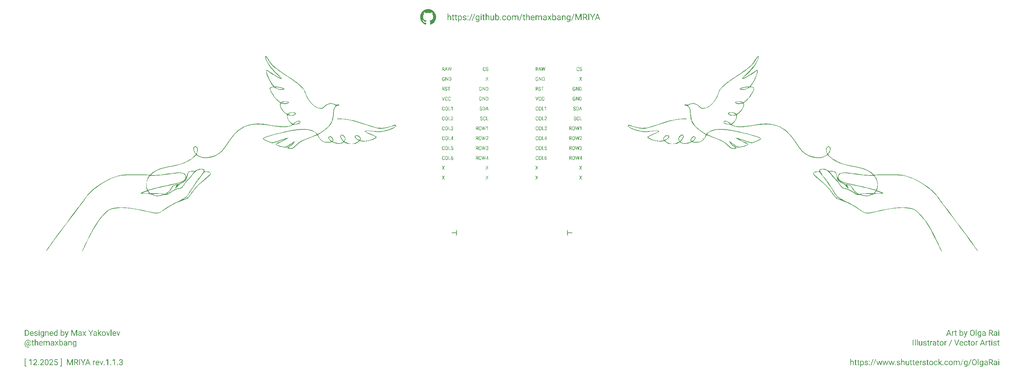
<source format=gbr>
%TF.GenerationSoftware,KiCad,Pcbnew,9.0.7*%
%TF.CreationDate,2026-02-08T19:38:27+03:00*%
%TF.ProjectId,mriya-pcb-1.1.3,6d726979-612d-4706-9362-2d312e312e33,1.1.3*%
%TF.SameCoordinates,Original*%
%TF.FileFunction,Legend,Top*%
%TF.FilePolarity,Positive*%
%FSLAX46Y46*%
G04 Gerber Fmt 4.6, Leading zero omitted, Abs format (unit mm)*
G04 Created by KiCad (PCBNEW 9.0.7) date 2026-02-08 19:38:27*
%MOMM*%
%LPD*%
G01*
G04 APERTURE LIST*
%ADD10C,0.150000*%
%ADD11C,0.187500*%
%ADD12C,0.125000*%
%ADD13C,0.000000*%
%ADD14C,0.200000*%
G04 APERTURE END LIST*
D10*
G36*
X288696738Y-116800000D02*
G01*
X288494963Y-116800000D01*
X288352447Y-116410921D01*
X287727430Y-116410921D01*
X287587021Y-116800000D01*
X287384147Y-116800000D01*
X287594186Y-116248988D01*
X287786872Y-116248988D01*
X288294104Y-116248988D01*
X288039939Y-115548499D01*
X287786872Y-116248988D01*
X287594186Y-116248988D01*
X287953935Y-115305233D01*
X288126034Y-115305233D01*
X288696738Y-116800000D01*
G37*
G36*
X289403546Y-115859268D02*
G01*
X289310307Y-115852124D01*
X289237472Y-115859102D01*
X289178014Y-115878662D01*
X289129163Y-115909873D01*
X289089115Y-115953379D01*
X289057241Y-116011309D01*
X289057241Y-116800000D01*
X288867647Y-116800000D01*
X288867647Y-115692114D01*
X289052111Y-115692114D01*
X289055226Y-115817502D01*
X289107949Y-115751168D01*
X289168400Y-115705611D01*
X289238017Y-115678181D01*
X289319557Y-115668667D01*
X289371228Y-115672802D01*
X289403546Y-115683046D01*
X289403546Y-115859268D01*
G37*
G36*
X289885407Y-115422470D02*
G01*
X289885407Y-115692114D01*
X290092403Y-115692114D01*
X290092403Y-115838660D01*
X289885407Y-115838660D01*
X289885407Y-116527974D01*
X289893135Y-116589243D01*
X289913067Y-116628175D01*
X289947762Y-116652177D01*
X290007406Y-116661514D01*
X290097532Y-116649241D01*
X290097532Y-116802930D01*
X290022915Y-116818436D01*
X289952085Y-116823447D01*
X289870843Y-116814033D01*
X289808446Y-116788033D01*
X289760385Y-116746419D01*
X289726167Y-116691490D01*
X289704026Y-116620125D01*
X289695905Y-116527699D01*
X289695905Y-115838660D01*
X289494038Y-115838660D01*
X289494038Y-115692114D01*
X289695905Y-115692114D01*
X289695905Y-115422470D01*
X289885407Y-115422470D01*
G37*
G36*
X291022418Y-115811732D02*
G01*
X291084829Y-115749467D01*
X291156951Y-115705347D01*
X291240713Y-115678184D01*
X291339049Y-115668667D01*
X291436711Y-115678718D01*
X291520327Y-115707542D01*
X291592857Y-115754749D01*
X291656137Y-115822082D01*
X291704095Y-115900658D01*
X291740100Y-115994770D01*
X291763188Y-116107356D01*
X291771450Y-116241935D01*
X291771450Y-116258422D01*
X291763249Y-116386619D01*
X291740127Y-116495821D01*
X291703675Y-116588988D01*
X291654580Y-116668566D01*
X291590447Y-116736958D01*
X291518107Y-116784581D01*
X291435892Y-116813445D01*
X291341064Y-116823447D01*
X291238741Y-116813460D01*
X291152488Y-116785070D01*
X291079042Y-116739107D01*
X291016282Y-116674337D01*
X291007031Y-116800000D01*
X290832825Y-116800000D01*
X290832825Y-116004806D01*
X291022418Y-116004806D01*
X291022418Y-116487308D01*
X291062826Y-116552599D01*
X291109351Y-116600887D01*
X291162385Y-116634753D01*
X291223237Y-116655417D01*
X291293986Y-116662613D01*
X291359758Y-116655665D01*
X291415765Y-116635760D01*
X291464100Y-116603131D01*
X291506019Y-116556459D01*
X291536570Y-116502638D01*
X291560338Y-116433753D01*
X291576079Y-116346447D01*
X291581857Y-116236806D01*
X291572252Y-116108542D01*
X291546323Y-116010330D01*
X291507027Y-115935746D01*
X291465586Y-115889293D01*
X291416994Y-115856620D01*
X291359856Y-115836550D01*
X291291879Y-115829501D01*
X291219756Y-115836800D01*
X291158591Y-115857637D01*
X291106100Y-115891583D01*
X291060847Y-115939780D01*
X291022418Y-116004806D01*
X290832825Y-116004806D01*
X290832825Y-115223168D01*
X291022418Y-115223168D01*
X291022418Y-115811732D01*
G37*
G36*
X292362121Y-116521471D02*
G01*
X292620316Y-115692114D01*
X292823190Y-115692114D01*
X292377417Y-116969351D01*
X292326398Y-117076847D01*
X292268447Y-117153193D01*
X292203908Y-117204651D01*
X292131507Y-117235080D01*
X292048513Y-117245498D01*
X292012701Y-117242384D01*
X291941993Y-117229104D01*
X291941993Y-117075414D01*
X291993192Y-117079535D01*
X292056457Y-117074615D01*
X292105499Y-117061243D01*
X292143310Y-117040792D01*
X292174392Y-117011136D01*
X292204082Y-116965509D01*
X292231970Y-116899101D01*
X292274010Y-116786902D01*
X291878429Y-115692114D01*
X292085424Y-115692114D01*
X292362121Y-116521471D01*
G37*
G36*
X294205622Y-115297672D02*
G01*
X294310207Y-115326740D01*
X294404693Y-115374385D01*
X294487757Y-115439764D01*
X294557756Y-115522763D01*
X294615261Y-115625894D01*
X294655267Y-115738032D01*
X294680317Y-115865045D01*
X294689084Y-116009385D01*
X294689084Y-116103816D01*
X294680288Y-116248781D01*
X294655213Y-116375724D01*
X294615261Y-116487216D01*
X294557892Y-116589789D01*
X294488397Y-116672300D01*
X294406250Y-116737260D01*
X294312712Y-116784506D01*
X294208320Y-116813436D01*
X294090628Y-116823447D01*
X293975702Y-116813472D01*
X293872271Y-116784454D01*
X293778119Y-116736710D01*
X293695014Y-116671608D01*
X293624692Y-116589882D01*
X293566544Y-116489323D01*
X293525419Y-116379776D01*
X293499238Y-116256488D01*
X293489149Y-116117188D01*
X293489149Y-116009385D01*
X293490110Y-115993907D01*
X293684879Y-115993907D01*
X293684879Y-116103816D01*
X293692665Y-116234263D01*
X293714379Y-116343070D01*
X293748146Y-116433686D01*
X293792957Y-116509015D01*
X293852573Y-116573874D01*
X293920744Y-116619187D01*
X293999164Y-116646778D01*
X294090628Y-116656385D01*
X294183234Y-116647127D01*
X294261495Y-116620752D01*
X294328369Y-116577903D01*
X294385734Y-116517258D01*
X294428767Y-116446168D01*
X294461985Y-116358316D01*
X294484199Y-116250323D01*
X294493354Y-116118196D01*
X294493354Y-116007279D01*
X294485493Y-115871912D01*
X294463795Y-115761410D01*
X294430457Y-115671601D01*
X294386742Y-115598966D01*
X294328234Y-115536794D01*
X294260445Y-115493004D01*
X294181543Y-115466134D01*
X294088613Y-115456725D01*
X293998430Y-115466027D01*
X293921080Y-115492726D01*
X293853851Y-115536492D01*
X293795063Y-115598966D01*
X293750550Y-115671780D01*
X293716557Y-115759847D01*
X293694060Y-115866071D01*
X293684879Y-115993907D01*
X293490110Y-115993907D01*
X293497979Y-115867206D01*
X293523314Y-115741016D01*
X293563979Y-115628550D01*
X293622112Y-115524967D01*
X293692460Y-115441439D01*
X293775554Y-115375484D01*
X293870120Y-115327091D01*
X293973737Y-115297728D01*
X294088613Y-115287648D01*
X294205622Y-115297672D01*
G37*
G36*
X295161144Y-116800000D02*
G01*
X294971551Y-116800000D01*
X294971551Y-115223168D01*
X295161144Y-115223168D01*
X295161144Y-116800000D01*
G37*
G36*
X295954956Y-115678271D02*
G01*
X296038829Y-115705647D01*
X296110774Y-115750069D01*
X296172767Y-115812739D01*
X296182018Y-115692114D01*
X296355125Y-115692114D01*
X296355125Y-116771698D01*
X296346383Y-116877854D01*
X296321633Y-116967794D01*
X296282081Y-117044462D01*
X296227539Y-117110035D01*
X296160371Y-117162881D01*
X296082364Y-117201279D01*
X295991430Y-117225304D01*
X295884805Y-117233775D01*
X295805899Y-117228222D01*
X295727914Y-117211503D01*
X295650149Y-117183217D01*
X295577759Y-117144155D01*
X295520011Y-117098064D01*
X295474935Y-117044822D01*
X295573304Y-116932623D01*
X295639566Y-116998206D01*
X295710403Y-117043218D01*
X295787059Y-117069982D01*
X295871524Y-117079077D01*
X295960649Y-117069716D01*
X296031158Y-117043703D01*
X296087221Y-117002233D01*
X296128933Y-116946435D01*
X296155155Y-116875742D01*
X296164616Y-116785803D01*
X296164616Y-116691739D01*
X296103374Y-116748755D01*
X296032613Y-116789449D01*
X295950442Y-116814616D01*
X295854122Y-116823447D01*
X295760527Y-116813410D01*
X295678344Y-116784272D01*
X295605004Y-116735885D01*
X295538957Y-116666002D01*
X295488771Y-116585120D01*
X295451209Y-116488676D01*
X295427188Y-116373746D01*
X295419962Y-116258422D01*
X295609208Y-116258422D01*
X295618898Y-116382224D01*
X295645363Y-116479209D01*
X295686052Y-116554902D01*
X295728581Y-116602257D01*
X295777624Y-116635364D01*
X295834455Y-116655563D01*
X295901200Y-116662613D01*
X295986027Y-116652071D01*
X296056224Y-116621935D01*
X296115243Y-116571952D01*
X296164616Y-116498665D01*
X296164616Y-115989327D01*
X296114097Y-115917738D01*
X296054942Y-115868973D01*
X295985721Y-115839689D01*
X295903306Y-115829501D01*
X295836550Y-115836565D01*
X295779510Y-115856836D01*
X295730098Y-115890111D01*
X295687060Y-115937761D01*
X295655533Y-115992702D01*
X295631148Y-116062259D01*
X295615081Y-116149598D01*
X295609208Y-116258422D01*
X295419962Y-116258422D01*
X295418607Y-116236806D01*
X295427073Y-116105934D01*
X295450866Y-115995327D01*
X295488256Y-115901750D01*
X295538499Y-115822540D01*
X295604044Y-115754615D01*
X295677568Y-115707274D01*
X295760715Y-115678592D01*
X295856137Y-115668667D01*
X295954956Y-115678271D01*
G37*
G36*
X297167776Y-115675441D02*
G01*
X297248118Y-115694440D01*
X297315508Y-115724318D01*
X297372061Y-115764654D01*
X297419082Y-115816122D01*
X297453447Y-115876148D01*
X297475603Y-115946344D01*
X297484809Y-116028986D01*
X297484809Y-116540247D01*
X297489850Y-116642227D01*
X297503452Y-116721993D01*
X297523736Y-116783605D01*
X297523736Y-116800000D01*
X297324983Y-116800000D01*
X297311566Y-116761283D01*
X297298330Y-116685511D01*
X297227686Y-116746797D01*
X297152450Y-116789331D01*
X297071388Y-116814787D01*
X296982707Y-116823447D01*
X296901596Y-116817164D01*
X296830825Y-116799181D01*
X296768644Y-116770203D01*
X296713704Y-116730116D01*
X296667453Y-116679888D01*
X296635051Y-116624500D01*
X296615416Y-116562843D01*
X296608649Y-116493261D01*
X296611391Y-116466608D01*
X296798243Y-116466608D01*
X296805278Y-116524020D01*
X296825137Y-116570156D01*
X296857685Y-116607658D01*
X296899879Y-116635324D01*
X296950072Y-116652445D01*
X297010368Y-116658491D01*
X297068550Y-116653350D01*
X297124638Y-116637952D01*
X297179445Y-116611871D01*
X297228790Y-116576802D01*
X297266949Y-116536467D01*
X297295216Y-116490422D01*
X297295216Y-116260162D01*
X297146655Y-116260162D01*
X297021243Y-116268417D01*
X296932357Y-116289906D01*
X296871116Y-116320957D01*
X296830624Y-116359921D01*
X296806636Y-116407498D01*
X296798243Y-116466608D01*
X296611391Y-116466608D01*
X296617336Y-116408828D01*
X296642161Y-116337163D01*
X296682683Y-116275581D01*
X296740357Y-116222426D01*
X296807568Y-116182668D01*
X296889657Y-116152486D01*
X296989560Y-116132939D01*
X297110752Y-116125889D01*
X297295216Y-116125889D01*
X297295216Y-116038695D01*
X297288130Y-115974846D01*
X297268159Y-115922947D01*
X297235773Y-115880334D01*
X297192525Y-115848916D01*
X297135514Y-115828751D01*
X297060560Y-115821349D01*
X296994660Y-115827421D01*
X296938605Y-115844707D01*
X296890475Y-115872640D01*
X296851183Y-115910683D01*
X296829101Y-115951503D01*
X296821782Y-115996746D01*
X296631272Y-115996746D01*
X296637522Y-115943223D01*
X296656653Y-115890122D01*
X296690165Y-115836278D01*
X296733183Y-115789114D01*
X296786015Y-115748332D01*
X296849992Y-115713821D01*
X296918569Y-115688996D01*
X296992211Y-115673848D01*
X297071825Y-115668667D01*
X297167776Y-115675441D01*
G37*
G36*
X298950657Y-115313539D02*
G01*
X299055226Y-115336592D01*
X299141016Y-115372357D01*
X299211209Y-115419905D01*
X299269149Y-115481729D01*
X299311174Y-115556076D01*
X299337619Y-115645514D01*
X299347039Y-115753663D01*
X299338362Y-115844060D01*
X299313182Y-115924264D01*
X299271660Y-115996379D01*
X299215949Y-116058585D01*
X299146804Y-116110027D01*
X299062191Y-116150985D01*
X299412618Y-116787635D01*
X299412618Y-116800000D01*
X299201501Y-116800000D01*
X298877726Y-116192934D01*
X298527299Y-116192934D01*
X298527299Y-116800000D01*
X298329554Y-116800000D01*
X298329554Y-116032100D01*
X298527299Y-116032100D01*
X298829550Y-116032100D01*
X298924503Y-116022880D01*
X299000888Y-115997184D01*
X299062649Y-115956354D01*
X299110395Y-115900803D01*
X299139202Y-115834386D01*
X299149294Y-115753755D01*
X299139264Y-115665237D01*
X299111423Y-115596130D01*
X299066770Y-115541905D01*
X299007489Y-115502656D01*
X298929845Y-115477041D01*
X298828542Y-115467166D01*
X298527299Y-115467166D01*
X298527299Y-116032100D01*
X298329554Y-116032100D01*
X298329554Y-115305233D01*
X298823413Y-115305233D01*
X298950657Y-115313539D01*
G37*
G36*
X300120672Y-115675441D02*
G01*
X300201014Y-115694440D01*
X300268404Y-115724318D01*
X300324957Y-115764654D01*
X300371978Y-115816122D01*
X300406343Y-115876148D01*
X300428499Y-115946344D01*
X300437705Y-116028986D01*
X300437705Y-116540247D01*
X300442746Y-116642227D01*
X300456348Y-116721993D01*
X300476632Y-116783605D01*
X300476632Y-116800000D01*
X300277879Y-116800000D01*
X300264462Y-116761283D01*
X300251226Y-116685511D01*
X300180582Y-116746797D01*
X300105346Y-116789331D01*
X300024284Y-116814787D01*
X299935603Y-116823447D01*
X299854492Y-116817164D01*
X299783721Y-116799181D01*
X299721540Y-116770203D01*
X299666600Y-116730116D01*
X299620349Y-116679888D01*
X299587947Y-116624500D01*
X299568312Y-116562843D01*
X299561545Y-116493261D01*
X299564287Y-116466608D01*
X299751139Y-116466608D01*
X299758174Y-116524020D01*
X299778033Y-116570156D01*
X299810581Y-116607658D01*
X299852775Y-116635324D01*
X299902968Y-116652445D01*
X299963264Y-116658491D01*
X300021446Y-116653350D01*
X300077534Y-116637952D01*
X300132341Y-116611871D01*
X300181686Y-116576802D01*
X300219845Y-116536467D01*
X300248112Y-116490422D01*
X300248112Y-116260162D01*
X300099551Y-116260162D01*
X299974139Y-116268417D01*
X299885253Y-116289906D01*
X299824012Y-116320957D01*
X299783520Y-116359921D01*
X299759532Y-116407498D01*
X299751139Y-116466608D01*
X299564287Y-116466608D01*
X299570232Y-116408828D01*
X299595057Y-116337163D01*
X299635579Y-116275581D01*
X299693253Y-116222426D01*
X299760464Y-116182668D01*
X299842553Y-116152486D01*
X299942456Y-116132939D01*
X300063648Y-116125889D01*
X300248112Y-116125889D01*
X300248112Y-116038695D01*
X300241026Y-115974846D01*
X300221055Y-115922947D01*
X300188669Y-115880334D01*
X300145422Y-115848916D01*
X300088410Y-115828751D01*
X300013456Y-115821349D01*
X299947556Y-115827421D01*
X299891501Y-115844707D01*
X299843371Y-115872640D01*
X299804079Y-115910683D01*
X299781997Y-115951503D01*
X299774678Y-115996746D01*
X299584168Y-115996746D01*
X299590418Y-115943223D01*
X299609549Y-115890122D01*
X299643061Y-115836278D01*
X299686079Y-115789114D01*
X299738911Y-115748332D01*
X299802888Y-115713821D01*
X299871465Y-115688996D01*
X299945107Y-115673848D01*
X300024721Y-115668667D01*
X300120672Y-115675441D01*
G37*
G36*
X300940907Y-116800000D02*
G01*
X300751313Y-116800000D01*
X300751313Y-115692114D01*
X300940907Y-115692114D01*
X300940907Y-116800000D01*
G37*
G36*
X300735926Y-115396916D02*
G01*
X300743125Y-115354017D01*
X300764136Y-115319064D01*
X300797672Y-115295792D01*
X300847667Y-115287281D01*
X300897742Y-115295775D01*
X300931656Y-115319064D01*
X300953089Y-115354071D01*
X300960416Y-115397008D01*
X300953059Y-115439696D01*
X300931656Y-115473852D01*
X300897845Y-115496296D01*
X300847667Y-115504535D01*
X300797568Y-115496279D01*
X300764136Y-115473852D01*
X300743161Y-115439726D01*
X300735926Y-115396916D01*
G37*
G36*
X279005578Y-119320000D02*
G01*
X278808840Y-119320000D01*
X278808840Y-117825233D01*
X279005578Y-117825233D01*
X279005578Y-119320000D01*
G37*
G36*
X279540836Y-119320000D02*
G01*
X279351243Y-119320000D01*
X279351243Y-117743168D01*
X279540836Y-117743168D01*
X279540836Y-119320000D01*
G37*
G36*
X280049350Y-119320000D02*
G01*
X279859756Y-119320000D01*
X279859756Y-117743168D01*
X280049350Y-117743168D01*
X280049350Y-119320000D01*
G37*
G36*
X281036427Y-119213021D02*
G01*
X280976786Y-119268501D01*
X280904655Y-119308870D01*
X280817449Y-119334350D01*
X280711553Y-119343447D01*
X280623591Y-119336211D01*
X280551088Y-119315968D01*
X280491121Y-119284002D01*
X280441543Y-119240315D01*
X280403236Y-119186677D01*
X280374161Y-119119877D01*
X280355110Y-119037098D01*
X280347845Y-118934859D01*
X280347845Y-118212114D01*
X280537347Y-118212114D01*
X280537347Y-118930005D01*
X280544498Y-119015558D01*
X280563539Y-119078322D01*
X280592164Y-119123714D01*
X280630061Y-119155525D01*
X280678963Y-119175414D01*
X280742328Y-119182613D01*
X280828873Y-119175132D01*
X280898052Y-119154440D01*
X280953402Y-119122050D01*
X280997420Y-119077888D01*
X281031298Y-119020314D01*
X281031298Y-118212114D01*
X281220800Y-118212114D01*
X281220800Y-119320000D01*
X281040457Y-119320000D01*
X281036427Y-119213021D01*
G37*
G36*
X282155120Y-119027916D02*
G01*
X282148415Y-118979297D01*
X282129282Y-118940035D01*
X282097235Y-118907840D01*
X282027156Y-118871479D01*
X281895368Y-118834109D01*
X281759757Y-118797926D01*
X281666940Y-118759920D01*
X281591225Y-118710748D01*
X281541918Y-118656972D01*
X281511894Y-118592776D01*
X281501435Y-118514914D01*
X281508572Y-118449412D01*
X281529588Y-118389928D01*
X281564985Y-118334904D01*
X281616656Y-118283372D01*
X281676502Y-118242925D01*
X281744515Y-118213471D01*
X281822167Y-118195101D01*
X281911305Y-118188667D01*
X282005219Y-118195354D01*
X282086166Y-118214353D01*
X282156244Y-118244646D01*
X282217127Y-118286028D01*
X282269038Y-118338796D01*
X282305160Y-118396978D01*
X282326955Y-118461754D01*
X282334455Y-118534972D01*
X282143854Y-118534972D01*
X282136683Y-118486031D01*
X282115230Y-118441848D01*
X282077726Y-118400792D01*
X282030920Y-118370003D01*
X281976150Y-118351095D01*
X281911305Y-118344463D01*
X281843656Y-118350171D01*
X281790715Y-118365798D01*
X281749372Y-118389984D01*
X281716669Y-118423720D01*
X281697514Y-118462734D01*
X281690937Y-118508869D01*
X281697237Y-118552084D01*
X281715139Y-118586131D01*
X281745250Y-118613283D01*
X281811447Y-118644119D01*
X281941438Y-118680327D01*
X282075826Y-118717259D01*
X282171515Y-118756440D01*
X282250536Y-118806940D01*
X282302215Y-118862777D01*
X282325338Y-118906054D01*
X282339681Y-118956098D01*
X282344714Y-119014452D01*
X282337078Y-119086228D01*
X282314990Y-119148774D01*
X282278446Y-119204122D01*
X282225828Y-119253504D01*
X282164693Y-119291514D01*
X282094090Y-119319548D01*
X282012349Y-119337215D01*
X281917441Y-119343447D01*
X281829662Y-119337904D01*
X281751569Y-119321978D01*
X281681777Y-119296369D01*
X281617323Y-119260030D01*
X281564305Y-119216229D01*
X281521401Y-119164661D01*
X281488985Y-119106169D01*
X281469903Y-119045579D01*
X281463516Y-118981754D01*
X281653109Y-118981754D01*
X281664115Y-119041751D01*
X281689330Y-119091357D01*
X281729405Y-119132879D01*
X281779704Y-119162930D01*
X281841417Y-119181933D01*
X281917441Y-119188750D01*
X281988056Y-119183304D01*
X282044698Y-119168282D01*
X282090090Y-119144969D01*
X282126840Y-119111689D01*
X282147942Y-119073309D01*
X282155120Y-119027916D01*
G37*
G36*
X282848281Y-117942470D02*
G01*
X282848281Y-118212114D01*
X283055277Y-118212114D01*
X283055277Y-118358660D01*
X282848281Y-118358660D01*
X282848281Y-119047974D01*
X282856009Y-119109243D01*
X282875942Y-119148175D01*
X282910636Y-119172177D01*
X282970281Y-119181514D01*
X283060406Y-119169241D01*
X283060406Y-119322930D01*
X282985790Y-119338436D01*
X282914960Y-119343447D01*
X282833718Y-119334033D01*
X282771321Y-119308033D01*
X282723259Y-119266419D01*
X282689042Y-119211490D01*
X282666901Y-119140125D01*
X282658779Y-119047699D01*
X282658779Y-118358660D01*
X282456913Y-118358660D01*
X282456913Y-118212114D01*
X282658779Y-118212114D01*
X282658779Y-117942470D01*
X282848281Y-117942470D01*
G37*
G36*
X283812827Y-118379268D02*
G01*
X283719587Y-118372124D01*
X283646753Y-118379102D01*
X283587294Y-118398662D01*
X283538444Y-118429873D01*
X283498396Y-118473379D01*
X283466521Y-118531309D01*
X283466521Y-119320000D01*
X283276927Y-119320000D01*
X283276927Y-118212114D01*
X283461392Y-118212114D01*
X283464506Y-118337502D01*
X283517229Y-118271168D01*
X283577680Y-118225611D01*
X283647298Y-118198181D01*
X283728838Y-118188667D01*
X283780508Y-118192802D01*
X283812827Y-118203046D01*
X283812827Y-118379268D01*
G37*
G36*
X284472520Y-118195441D02*
G01*
X284552862Y-118214440D01*
X284620253Y-118244318D01*
X284676805Y-118284654D01*
X284723826Y-118336122D01*
X284758192Y-118396148D01*
X284780347Y-118466344D01*
X284789554Y-118548986D01*
X284789554Y-119060247D01*
X284794594Y-119162227D01*
X284808197Y-119241993D01*
X284828480Y-119303605D01*
X284828480Y-119320000D01*
X284629728Y-119320000D01*
X284616310Y-119281283D01*
X284603075Y-119205511D01*
X284532430Y-119266797D01*
X284457195Y-119309331D01*
X284376133Y-119334787D01*
X284287452Y-119343447D01*
X284206340Y-119337164D01*
X284135570Y-119319181D01*
X284073389Y-119290203D01*
X284018449Y-119250116D01*
X283972197Y-119199888D01*
X283939795Y-119144500D01*
X283920160Y-119082843D01*
X283913394Y-119013261D01*
X283916136Y-118986608D01*
X284102987Y-118986608D01*
X284110022Y-119044020D01*
X284129882Y-119090156D01*
X284162430Y-119127658D01*
X284204624Y-119155324D01*
X284254817Y-119172445D01*
X284315112Y-119178491D01*
X284373294Y-119173350D01*
X284429382Y-119157952D01*
X284484189Y-119131871D01*
X284533534Y-119096802D01*
X284571693Y-119056467D01*
X284599960Y-119010422D01*
X284599960Y-118780162D01*
X284451400Y-118780162D01*
X284325987Y-118788417D01*
X284237101Y-118809906D01*
X284175860Y-118840957D01*
X284135368Y-118879921D01*
X284111380Y-118927498D01*
X284102987Y-118986608D01*
X283916136Y-118986608D01*
X283922081Y-118928828D01*
X283946905Y-118857163D01*
X283987428Y-118795581D01*
X284045102Y-118742426D01*
X284112312Y-118702668D01*
X284194401Y-118672486D01*
X284294304Y-118652939D01*
X284415496Y-118645889D01*
X284599960Y-118645889D01*
X284599960Y-118558695D01*
X284592874Y-118494846D01*
X284572903Y-118442947D01*
X284540518Y-118400334D01*
X284497270Y-118368916D01*
X284440258Y-118348751D01*
X284365304Y-118341349D01*
X284299405Y-118347421D01*
X284243350Y-118364707D01*
X284195220Y-118392640D01*
X284155928Y-118430683D01*
X284133845Y-118471503D01*
X284126526Y-118516746D01*
X283936017Y-118516746D01*
X283942267Y-118463223D01*
X283961398Y-118410122D01*
X283994910Y-118356278D01*
X284037927Y-118309114D01*
X284090760Y-118268332D01*
X284154736Y-118233821D01*
X284223314Y-118208996D01*
X284296956Y-118193848D01*
X284376570Y-118188667D01*
X284472520Y-118195441D01*
G37*
G36*
X285343955Y-117942470D02*
G01*
X285343955Y-118212114D01*
X285550950Y-118212114D01*
X285550950Y-118358660D01*
X285343955Y-118358660D01*
X285343955Y-119047974D01*
X285351682Y-119109243D01*
X285371615Y-119148175D01*
X285406310Y-119172177D01*
X285465954Y-119181514D01*
X285556080Y-119169241D01*
X285556080Y-119322930D01*
X285481463Y-119338436D01*
X285410633Y-119343447D01*
X285329391Y-119334033D01*
X285266994Y-119308033D01*
X285218933Y-119266419D01*
X285184715Y-119211490D01*
X285162574Y-119140125D01*
X285154453Y-119047699D01*
X285154453Y-118358660D01*
X284952586Y-118358660D01*
X284952586Y-118212114D01*
X285154453Y-118212114D01*
X285154453Y-117942470D01*
X285343955Y-117942470D01*
G37*
G36*
X286315440Y-118199020D02*
G01*
X286411582Y-118228802D01*
X286496248Y-118277447D01*
X286571367Y-118346203D01*
X286630801Y-118428380D01*
X286674280Y-118523805D01*
X286701588Y-118634968D01*
X286711226Y-118765049D01*
X286711226Y-118778422D01*
X286704022Y-118885380D01*
X286683144Y-118982138D01*
X286649219Y-119070231D01*
X286601346Y-119150829D01*
X286542480Y-119217408D01*
X286471899Y-119271456D01*
X286392371Y-119311031D01*
X286304732Y-119335145D01*
X286207109Y-119343447D01*
X286097205Y-119333116D01*
X286001389Y-119303378D01*
X285916872Y-119254765D01*
X285841752Y-119186002D01*
X285782230Y-119103759D01*
X285738759Y-119008599D01*
X285711500Y-118898102D01*
X285702582Y-118778422D01*
X285892494Y-118778422D01*
X285902992Y-118899453D01*
X285932160Y-118997205D01*
X285978040Y-119076367D01*
X286024956Y-119125971D01*
X286077835Y-119160534D01*
X286137893Y-119181489D01*
X286207109Y-119188750D01*
X286276721Y-119181388D01*
X286336940Y-119160162D01*
X286389802Y-119125161D01*
X286436545Y-119074902D01*
X286471680Y-119016639D01*
X286498269Y-118945763D01*
X286515447Y-118859797D01*
X286521633Y-118755799D01*
X286511086Y-118636206D01*
X286481622Y-118538528D01*
X286434987Y-118458402D01*
X286387495Y-118407995D01*
X286334251Y-118372966D01*
X286274071Y-118351786D01*
X286205002Y-118344463D01*
X286137443Y-118351654D01*
X286078296Y-118372497D01*
X286025692Y-118407044D01*
X285978498Y-118456845D01*
X285943142Y-118514363D01*
X285916262Y-118585230D01*
X285898807Y-118672168D01*
X285892494Y-118778422D01*
X285702582Y-118778422D01*
X285701893Y-118769171D01*
X285701893Y-118755799D01*
X285709311Y-118648187D01*
X285730845Y-118550577D01*
X285765915Y-118461425D01*
X285815086Y-118379749D01*
X285874335Y-118313076D01*
X285944243Y-118259741D01*
X286023033Y-118220615D01*
X286109361Y-118196834D01*
X286205002Y-118188667D01*
X286315440Y-118199020D01*
G37*
G36*
X287485262Y-118379268D02*
G01*
X287392023Y-118372124D01*
X287319188Y-118379102D01*
X287259730Y-118398662D01*
X287210879Y-118429873D01*
X287170831Y-118473379D01*
X287138956Y-118531309D01*
X287138956Y-119320000D01*
X286949363Y-119320000D01*
X286949363Y-118212114D01*
X287133827Y-118212114D01*
X287136941Y-118337502D01*
X287189665Y-118271168D01*
X287250116Y-118225611D01*
X287319733Y-118198181D01*
X287401273Y-118188667D01*
X287452944Y-118192802D01*
X287485262Y-118203046D01*
X287485262Y-118379268D01*
G37*
G36*
X288215335Y-119448960D02*
G01*
X288052394Y-119448960D01*
X288675397Y-117825233D01*
X288837330Y-117825233D01*
X288215335Y-119448960D01*
G37*
G36*
X290084434Y-119058232D02*
G01*
X290510698Y-117825233D01*
X290725846Y-117825233D01*
X290172544Y-119320000D01*
X289998338Y-119320000D01*
X289446044Y-117825233D01*
X289660184Y-117825233D01*
X290084434Y-119058232D01*
G37*
G36*
X291392992Y-118198343D02*
G01*
X291482373Y-118225776D01*
X291558322Y-118269896D01*
X291623072Y-118331457D01*
X291672724Y-118405195D01*
X291710124Y-118495513D01*
X291734261Y-118605808D01*
X291742965Y-118740228D01*
X291742965Y-118819271D01*
X290991826Y-118819271D01*
X291005139Y-118926151D01*
X291037396Y-119014037D01*
X291087631Y-119086809D01*
X291136845Y-119131602D01*
X291191276Y-119163058D01*
X291252027Y-119182158D01*
X291320730Y-119188750D01*
X291386636Y-119183793D01*
X291442773Y-119169766D01*
X291490814Y-119147442D01*
X291555729Y-119099725D01*
X291612814Y-119037807D01*
X291728585Y-119128391D01*
X291667076Y-119205992D01*
X291596093Y-119265151D01*
X291514502Y-119307730D01*
X291420237Y-119334170D01*
X291310472Y-119343447D01*
X291200108Y-119333613D01*
X291103832Y-119305349D01*
X291018977Y-119259345D01*
X290943649Y-119194703D01*
X290883281Y-119116507D01*
X290839383Y-119025859D01*
X290811914Y-118920374D01*
X290802233Y-118796923D01*
X290802233Y-118761935D01*
X290808869Y-118663475D01*
X290997963Y-118663475D01*
X291553371Y-118663475D01*
X291553371Y-118649095D01*
X291539889Y-118554748D01*
X291513385Y-118481226D01*
X291475427Y-118424239D01*
X291424310Y-118380393D01*
X291362562Y-118353814D01*
X291286933Y-118344463D01*
X291214060Y-118353912D01*
X291150673Y-118381532D01*
X291094317Y-118428360D01*
X291050787Y-118488517D01*
X291018267Y-118565560D01*
X290997963Y-118663475D01*
X290808869Y-118663475D01*
X290809580Y-118652928D01*
X290830819Y-118554863D01*
X290865247Y-118466096D01*
X290913639Y-118384518D01*
X290972222Y-118317096D01*
X291041560Y-118262306D01*
X291119662Y-118221180D01*
X291200975Y-118196840D01*
X291286933Y-118188667D01*
X291392992Y-118198343D01*
G37*
G36*
X292407458Y-119188750D02*
G01*
X292472871Y-119181775D01*
X292531408Y-119161377D01*
X292584687Y-119127292D01*
X292628262Y-119082122D01*
X292655786Y-119031414D01*
X292668676Y-118973510D01*
X292848011Y-118973510D01*
X292838651Y-119035235D01*
X292817112Y-119095403D01*
X292782432Y-119154952D01*
X292738126Y-119207935D01*
X292684673Y-119253596D01*
X292621048Y-119292247D01*
X292552266Y-119320753D01*
X292481349Y-119337744D01*
X292407458Y-119343447D01*
X292296603Y-119333315D01*
X292201481Y-119304371D01*
X292119057Y-119257472D01*
X292047230Y-119191680D01*
X291990888Y-119112607D01*
X291949273Y-119019008D01*
X291922891Y-118908085D01*
X291913507Y-118776315D01*
X291913507Y-118744441D01*
X291920470Y-118637374D01*
X291940542Y-118541535D01*
X291972950Y-118455288D01*
X292019013Y-118376180D01*
X292075674Y-118311150D01*
X292143584Y-118258642D01*
X292220461Y-118220422D01*
X292307328Y-118196864D01*
X292406359Y-118188667D01*
X292498277Y-118196079D01*
X292579409Y-118217422D01*
X292651639Y-118252077D01*
X292716394Y-118300408D01*
X292770747Y-118360166D01*
X292810434Y-118427418D01*
X292836294Y-118503510D01*
X292848011Y-118590385D01*
X292668676Y-118590385D01*
X292655670Y-118521855D01*
X292628635Y-118463626D01*
X292587251Y-118413614D01*
X292534922Y-118375380D01*
X292475350Y-118352403D01*
X292406359Y-118344463D01*
X292336133Y-118351437D01*
X292276768Y-118371300D01*
X292226036Y-118403551D01*
X292182510Y-118449152D01*
X292149989Y-118502603D01*
X292125158Y-118568969D01*
X292108973Y-118650932D01*
X292103101Y-118751677D01*
X292103101Y-118787764D01*
X292113172Y-118914189D01*
X292140423Y-119010992D01*
X292181961Y-119084610D01*
X292225228Y-119129818D01*
X292276092Y-119161913D01*
X292336058Y-119181759D01*
X292407458Y-119188750D01*
G37*
G36*
X293318972Y-117942470D02*
G01*
X293318972Y-118212114D01*
X293525968Y-118212114D01*
X293525968Y-118358660D01*
X293318972Y-118358660D01*
X293318972Y-119047974D01*
X293326700Y-119109243D01*
X293346633Y-119148175D01*
X293381327Y-119172177D01*
X293440971Y-119181514D01*
X293531097Y-119169241D01*
X293531097Y-119322930D01*
X293456481Y-119338436D01*
X293385650Y-119343447D01*
X293304408Y-119334033D01*
X293242012Y-119308033D01*
X293193950Y-119266419D01*
X293159733Y-119211490D01*
X293137591Y-119140125D01*
X293129470Y-119047699D01*
X293129470Y-118358660D01*
X292927604Y-118358660D01*
X292927604Y-118212114D01*
X293129470Y-118212114D01*
X293129470Y-117942470D01*
X293318972Y-117942470D01*
G37*
G36*
X294290457Y-118199020D02*
G01*
X294386599Y-118228802D01*
X294471266Y-118277447D01*
X294546384Y-118346203D01*
X294605819Y-118428380D01*
X294649297Y-118523805D01*
X294676605Y-118634968D01*
X294686244Y-118765049D01*
X294686244Y-118778422D01*
X294679039Y-118885380D01*
X294658161Y-118982138D01*
X294624236Y-119070231D01*
X294576363Y-119150829D01*
X294517497Y-119217408D01*
X294446916Y-119271456D01*
X294367389Y-119311031D01*
X294279750Y-119335145D01*
X294182126Y-119343447D01*
X294072222Y-119333116D01*
X293976406Y-119303378D01*
X293891889Y-119254765D01*
X293816770Y-119186002D01*
X293757248Y-119103759D01*
X293713776Y-119008599D01*
X293686518Y-118898102D01*
X293677599Y-118778422D01*
X293867511Y-118778422D01*
X293878009Y-118899453D01*
X293907178Y-118997205D01*
X293953057Y-119076367D01*
X293999973Y-119125971D01*
X294052853Y-119160534D01*
X294112910Y-119181489D01*
X294182126Y-119188750D01*
X294251739Y-119181388D01*
X294311957Y-119160162D01*
X294364820Y-119125161D01*
X294411562Y-119074902D01*
X294446697Y-119016639D01*
X294473287Y-118945763D01*
X294490465Y-118859797D01*
X294496650Y-118755799D01*
X294486103Y-118636206D01*
X294456640Y-118538528D01*
X294410005Y-118458402D01*
X294362512Y-118407995D01*
X294309269Y-118372966D01*
X294249088Y-118351786D01*
X294180020Y-118344463D01*
X294112460Y-118351654D01*
X294053313Y-118372497D01*
X294000710Y-118407044D01*
X293953515Y-118456845D01*
X293918159Y-118514363D01*
X293891279Y-118585230D01*
X293873825Y-118672168D01*
X293867511Y-118778422D01*
X293677599Y-118778422D01*
X293676910Y-118769171D01*
X293676910Y-118755799D01*
X293684329Y-118648187D01*
X293705862Y-118550577D01*
X293740932Y-118461425D01*
X293790103Y-118379749D01*
X293849353Y-118313076D01*
X293919260Y-118259741D01*
X293998051Y-118220615D01*
X294084378Y-118196834D01*
X294180020Y-118188667D01*
X294290457Y-118199020D01*
G37*
G36*
X295460280Y-118379268D02*
G01*
X295367040Y-118372124D01*
X295294206Y-118379102D01*
X295234747Y-118398662D01*
X295185897Y-118429873D01*
X295145849Y-118473379D01*
X295113974Y-118531309D01*
X295113974Y-119320000D01*
X294924380Y-119320000D01*
X294924380Y-118212114D01*
X295108845Y-118212114D01*
X295111959Y-118337502D01*
X295164682Y-118271168D01*
X295225133Y-118225611D01*
X295294751Y-118198181D01*
X295376291Y-118188667D01*
X295427961Y-118192802D01*
X295460280Y-118203046D01*
X295460280Y-118379268D01*
G37*
G36*
X297350261Y-119320000D02*
G01*
X297148486Y-119320000D01*
X297005971Y-118930921D01*
X296380953Y-118930921D01*
X296240544Y-119320000D01*
X296037670Y-119320000D01*
X296247709Y-118768988D01*
X296440396Y-118768988D01*
X296947627Y-118768988D01*
X296693462Y-118068499D01*
X296440396Y-118768988D01*
X296247709Y-118768988D01*
X296607458Y-117825233D01*
X296779557Y-117825233D01*
X297350261Y-119320000D01*
G37*
G36*
X298057070Y-118379268D02*
G01*
X297963830Y-118372124D01*
X297890996Y-118379102D01*
X297831537Y-118398662D01*
X297782687Y-118429873D01*
X297742639Y-118473379D01*
X297710764Y-118531309D01*
X297710764Y-119320000D01*
X297521170Y-119320000D01*
X297521170Y-118212114D01*
X297705635Y-118212114D01*
X297708749Y-118337502D01*
X297761472Y-118271168D01*
X297821923Y-118225611D01*
X297891541Y-118198181D01*
X297973081Y-118188667D01*
X298024751Y-118192802D01*
X298057070Y-118203046D01*
X298057070Y-118379268D01*
G37*
G36*
X298538930Y-117942470D02*
G01*
X298538930Y-118212114D01*
X298745926Y-118212114D01*
X298745926Y-118358660D01*
X298538930Y-118358660D01*
X298538930Y-119047974D01*
X298546658Y-119109243D01*
X298566591Y-119148175D01*
X298601285Y-119172177D01*
X298660930Y-119181514D01*
X298751055Y-119169241D01*
X298751055Y-119322930D01*
X298676439Y-119338436D01*
X298605609Y-119343447D01*
X298524367Y-119334033D01*
X298461970Y-119308033D01*
X298413908Y-119266419D01*
X298379691Y-119211490D01*
X298357549Y-119140125D01*
X298349428Y-119047699D01*
X298349428Y-118358660D01*
X298147562Y-118358660D01*
X298147562Y-118212114D01*
X298349428Y-118212114D01*
X298349428Y-117942470D01*
X298538930Y-117942470D01*
G37*
G36*
X299173565Y-119320000D02*
G01*
X298983971Y-119320000D01*
X298983971Y-118212114D01*
X299173565Y-118212114D01*
X299173565Y-119320000D01*
G37*
G36*
X298968584Y-117916916D02*
G01*
X298975783Y-117874017D01*
X298996794Y-117839064D01*
X299030330Y-117815792D01*
X299080325Y-117807281D01*
X299130400Y-117815775D01*
X299164314Y-117839064D01*
X299185747Y-117874071D01*
X299193074Y-117917008D01*
X299185717Y-117959696D01*
X299164314Y-117993852D01*
X299130503Y-118016296D01*
X299080325Y-118024535D01*
X299030226Y-118016279D01*
X298996794Y-117993852D01*
X298975819Y-117959726D01*
X298968584Y-117916916D01*
G37*
G36*
X300121624Y-119027916D02*
G01*
X300114919Y-118979297D01*
X300095786Y-118940035D01*
X300063738Y-118907840D01*
X299993660Y-118871479D01*
X299861872Y-118834109D01*
X299726261Y-118797926D01*
X299633444Y-118759920D01*
X299557729Y-118710748D01*
X299508422Y-118656972D01*
X299478398Y-118592776D01*
X299467938Y-118514914D01*
X299475075Y-118449412D01*
X299496092Y-118389928D01*
X299531489Y-118334904D01*
X299583160Y-118283372D01*
X299643006Y-118242925D01*
X299711019Y-118213471D01*
X299788670Y-118195101D01*
X299877808Y-118188667D01*
X299971723Y-118195354D01*
X300052670Y-118214353D01*
X300122748Y-118244646D01*
X300183631Y-118286028D01*
X300235542Y-118338796D01*
X300271664Y-118396978D01*
X300293459Y-118461754D01*
X300300959Y-118534972D01*
X300110358Y-118534972D01*
X300103187Y-118486031D01*
X300081734Y-118441848D01*
X300044229Y-118400792D01*
X299997424Y-118370003D01*
X299942654Y-118351095D01*
X299877808Y-118344463D01*
X299810160Y-118350171D01*
X299757219Y-118365798D01*
X299715875Y-118389984D01*
X299683173Y-118423720D01*
X299664018Y-118462734D01*
X299657440Y-118508869D01*
X299663741Y-118552084D01*
X299681643Y-118586131D01*
X299711754Y-118613283D01*
X299777951Y-118644119D01*
X299907942Y-118680327D01*
X300042330Y-118717259D01*
X300138019Y-118756440D01*
X300217039Y-118806940D01*
X300268719Y-118862777D01*
X300291842Y-118906054D01*
X300306185Y-118956098D01*
X300311217Y-119014452D01*
X300303582Y-119086228D01*
X300281494Y-119148774D01*
X300244949Y-119204122D01*
X300192332Y-119253504D01*
X300131197Y-119291514D01*
X300060593Y-119319548D01*
X299978853Y-119337215D01*
X299883945Y-119343447D01*
X299796166Y-119337904D01*
X299718073Y-119321978D01*
X299648281Y-119296369D01*
X299583826Y-119260030D01*
X299530809Y-119216229D01*
X299487905Y-119164661D01*
X299455489Y-119106169D01*
X299436407Y-119045579D01*
X299430020Y-118981754D01*
X299619613Y-118981754D01*
X299630619Y-119041751D01*
X299655834Y-119091357D01*
X299695909Y-119132879D01*
X299746208Y-119162930D01*
X299807921Y-119181933D01*
X299883945Y-119188750D01*
X299954560Y-119183304D01*
X300011202Y-119168282D01*
X300056594Y-119144969D01*
X300093344Y-119111689D01*
X300114445Y-119073309D01*
X300121624Y-119027916D01*
G37*
G36*
X300814785Y-117942470D02*
G01*
X300814785Y-118212114D01*
X301021781Y-118212114D01*
X301021781Y-118358660D01*
X300814785Y-118358660D01*
X300814785Y-119047974D01*
X300822513Y-119109243D01*
X300842446Y-119148175D01*
X300877140Y-119172177D01*
X300936784Y-119181514D01*
X301026910Y-119169241D01*
X301026910Y-119322930D01*
X300952294Y-119338436D01*
X300881463Y-119343447D01*
X300800221Y-119334033D01*
X300737825Y-119308033D01*
X300689763Y-119266419D01*
X300655546Y-119211490D01*
X300633404Y-119140125D01*
X300625283Y-119047699D01*
X300625283Y-118358660D01*
X300423416Y-118358660D01*
X300423416Y-118212114D01*
X300625283Y-118212114D01*
X300625283Y-117942470D01*
X300814785Y-117942470D01*
G37*
G36*
X262977966Y-123383730D02*
G01*
X263046487Y-123315277D01*
X263122734Y-123267537D01*
X263208337Y-123238642D01*
X263305862Y-123228667D01*
X263402620Y-123237441D01*
X263479563Y-123261698D01*
X263540877Y-123299781D01*
X263589394Y-123352077D01*
X263626255Y-123420954D01*
X263650751Y-123510469D01*
X263660411Y-123625989D01*
X263660411Y-124360000D01*
X263470817Y-124360000D01*
X263470817Y-123624706D01*
X263463242Y-123546303D01*
X263444287Y-123488746D01*
X263415954Y-123447020D01*
X263376308Y-123416587D01*
X263322056Y-123396841D01*
X263248434Y-123389501D01*
X263188586Y-123395155D01*
X263135076Y-123411605D01*
X263086593Y-123438777D01*
X263024872Y-123495429D01*
X262977966Y-123568195D01*
X262977966Y-124360000D01*
X262788372Y-124360000D01*
X262788372Y-122783168D01*
X262977966Y-122783168D01*
X262977966Y-123383730D01*
G37*
G36*
X264201805Y-122982470D02*
G01*
X264201805Y-123252114D01*
X264408801Y-123252114D01*
X264408801Y-123398660D01*
X264201805Y-123398660D01*
X264201805Y-124087974D01*
X264209533Y-124149243D01*
X264229466Y-124188175D01*
X264264160Y-124212177D01*
X264323805Y-124221514D01*
X264413930Y-124209241D01*
X264413930Y-124362930D01*
X264339314Y-124378436D01*
X264268484Y-124383447D01*
X264187242Y-124374033D01*
X264124845Y-124348033D01*
X264076784Y-124306419D01*
X264042566Y-124251490D01*
X264020425Y-124180125D01*
X264012304Y-124087699D01*
X264012304Y-123398660D01*
X263810437Y-123398660D01*
X263810437Y-123252114D01*
X264012304Y-123252114D01*
X264012304Y-122982470D01*
X264201805Y-122982470D01*
G37*
G36*
X264887639Y-122982470D02*
G01*
X264887639Y-123252114D01*
X265094635Y-123252114D01*
X265094635Y-123398660D01*
X264887639Y-123398660D01*
X264887639Y-124087974D01*
X264895367Y-124149243D01*
X264915300Y-124188175D01*
X264949994Y-124212177D01*
X265009639Y-124221514D01*
X265099764Y-124209241D01*
X265099764Y-124362930D01*
X265025148Y-124378436D01*
X264954318Y-124383447D01*
X264873076Y-124374033D01*
X264810679Y-124348033D01*
X264762618Y-124306419D01*
X264728400Y-124251490D01*
X264706259Y-124180125D01*
X264698137Y-124087699D01*
X264698137Y-123398660D01*
X264496271Y-123398660D01*
X264496271Y-123252114D01*
X264698137Y-123252114D01*
X264698137Y-122982470D01*
X264887639Y-122982470D01*
G37*
G36*
X265917162Y-123238552D02*
G01*
X266000352Y-123266954D01*
X266072898Y-123313528D01*
X266136575Y-123379975D01*
X266184808Y-123457597D01*
X266221130Y-123551423D01*
X266244503Y-123664606D01*
X266252896Y-123800928D01*
X266252896Y-123818422D01*
X266244778Y-123946056D01*
X266221871Y-124055027D01*
X266185731Y-124148217D01*
X266137033Y-124228017D01*
X266073349Y-124296594D01*
X266001189Y-124344381D01*
X265918848Y-124373382D01*
X265823517Y-124383447D01*
X265724257Y-124374727D01*
X265639979Y-124349965D01*
X265567856Y-124310150D01*
X265505879Y-124254761D01*
X265505879Y-124787913D01*
X265316286Y-124787913D01*
X265316286Y-123543099D01*
X265505879Y-123543099D01*
X265505879Y-124076159D01*
X265555023Y-124143941D01*
X265613447Y-124190572D01*
X265682750Y-124218844D01*
X265766181Y-124228750D01*
X265831782Y-124221742D01*
X265888614Y-124201513D01*
X265938597Y-124168102D01*
X265982885Y-124120031D01*
X266015488Y-124064677D01*
X266040666Y-123994575D01*
X266057243Y-123906514D01*
X266063302Y-123796714D01*
X266053294Y-123673151D01*
X266025835Y-123575614D01*
X265983343Y-123498769D01*
X265939294Y-123450623D01*
X265889025Y-123417034D01*
X265831301Y-123396606D01*
X265764074Y-123389501D01*
X265682364Y-123399367D01*
X265613884Y-123427658D01*
X265555549Y-123474573D01*
X265505879Y-123543099D01*
X265316286Y-123543099D01*
X265316286Y-123252114D01*
X265489484Y-123252114D01*
X265498735Y-123372739D01*
X265561667Y-123310171D01*
X265634754Y-123265727D01*
X265720015Y-123238296D01*
X265820494Y-123228667D01*
X265917162Y-123238552D01*
G37*
G36*
X267138581Y-124067916D02*
G01*
X267131877Y-124019297D01*
X267112743Y-123980035D01*
X267080696Y-123947840D01*
X267010617Y-123911479D01*
X266878829Y-123874109D01*
X266743218Y-123837926D01*
X266650401Y-123799920D01*
X266574687Y-123750748D01*
X266525379Y-123696972D01*
X266495356Y-123632776D01*
X266484896Y-123554914D01*
X266492033Y-123489412D01*
X266513050Y-123429928D01*
X266548447Y-123374904D01*
X266600118Y-123323372D01*
X266659963Y-123282925D01*
X266727977Y-123253471D01*
X266805628Y-123235101D01*
X266894766Y-123228667D01*
X266988681Y-123235354D01*
X267069628Y-123254353D01*
X267139706Y-123284646D01*
X267200589Y-123326028D01*
X267252500Y-123378796D01*
X267288622Y-123436978D01*
X267310417Y-123501754D01*
X267317917Y-123574972D01*
X267127316Y-123574972D01*
X267120144Y-123526031D01*
X267098691Y-123481848D01*
X267061187Y-123440792D01*
X267014382Y-123410003D01*
X266959611Y-123391095D01*
X266894766Y-123384463D01*
X266827118Y-123390171D01*
X266774176Y-123405798D01*
X266732833Y-123429984D01*
X266700131Y-123463720D01*
X266680976Y-123502734D01*
X266674398Y-123548869D01*
X266680699Y-123592084D01*
X266698600Y-123626131D01*
X266728711Y-123653283D01*
X266794908Y-123684119D01*
X266924900Y-123720327D01*
X267059287Y-123757259D01*
X267154976Y-123796440D01*
X267233997Y-123846940D01*
X267285677Y-123902777D01*
X267308800Y-123946054D01*
X267323143Y-123996098D01*
X267328175Y-124054452D01*
X267320540Y-124126228D01*
X267298452Y-124188774D01*
X267261907Y-124244122D01*
X267209290Y-124293504D01*
X267148154Y-124331514D01*
X267077551Y-124359548D01*
X266995811Y-124377215D01*
X266900903Y-124383447D01*
X266813123Y-124377904D01*
X266735031Y-124361978D01*
X266665239Y-124336369D01*
X266600784Y-124300030D01*
X266547766Y-124256229D01*
X266504863Y-124204661D01*
X266472447Y-124146169D01*
X266453364Y-124085579D01*
X266446977Y-124021754D01*
X266636571Y-124021754D01*
X266647576Y-124081751D01*
X266672791Y-124131357D01*
X266712866Y-124172879D01*
X266763166Y-124202930D01*
X266824878Y-124221933D01*
X266900903Y-124228750D01*
X266971518Y-124223304D01*
X267028160Y-124208282D01*
X267073552Y-124184969D01*
X267110301Y-124151689D01*
X267131403Y-124113309D01*
X267138581Y-124067916D01*
G37*
G36*
X267568418Y-124261081D02*
G01*
X267575936Y-124215402D01*
X267597636Y-124179107D01*
X267632494Y-124155145D01*
X267685197Y-124146318D01*
X267738155Y-124155111D01*
X267773857Y-124179107D01*
X267796335Y-124215481D01*
X267804082Y-124261081D01*
X267796388Y-124304693D01*
X267773857Y-124339941D01*
X267738249Y-124363164D01*
X267685197Y-124371723D01*
X267632398Y-124363130D01*
X267597636Y-124339941D01*
X267575886Y-124304772D01*
X267568418Y-124261081D01*
G37*
G36*
X267569426Y-123361016D02*
G01*
X267576944Y-123315337D01*
X267598643Y-123279042D01*
X267633502Y-123255079D01*
X267686204Y-123246252D01*
X267739162Y-123255046D01*
X267774865Y-123279042D01*
X267797342Y-123315416D01*
X267805090Y-123361016D01*
X267797395Y-123404628D01*
X267774865Y-123439876D01*
X267739257Y-123463099D01*
X267686204Y-123471658D01*
X267633405Y-123463065D01*
X267598643Y-123439876D01*
X267576893Y-123404707D01*
X267569426Y-123361016D01*
G37*
G36*
X268120987Y-124488960D02*
G01*
X267958047Y-124488960D01*
X268581049Y-122865233D01*
X268742982Y-122865233D01*
X268120987Y-124488960D01*
G37*
G36*
X268755530Y-124488960D02*
G01*
X268592590Y-124488960D01*
X269215592Y-122865233D01*
X269377525Y-122865233D01*
X268755530Y-124488960D01*
G37*
G36*
X270563904Y-124098873D02*
G01*
X270777037Y-123252114D01*
X270966630Y-123252114D01*
X270643863Y-124360000D01*
X270490082Y-124360000D01*
X270220621Y-123520384D01*
X269958304Y-124360000D01*
X269804614Y-124360000D01*
X269482855Y-123252114D01*
X269671441Y-123252114D01*
X269889702Y-124081471D01*
X270147898Y-123252114D01*
X270300580Y-123252114D01*
X270563904Y-124098873D01*
G37*
G36*
X272140736Y-124098873D02*
G01*
X272353868Y-123252114D01*
X272543462Y-123252114D01*
X272220695Y-124360000D01*
X272066914Y-124360000D01*
X271797453Y-123520384D01*
X271535136Y-124360000D01*
X271381446Y-124360000D01*
X271059687Y-123252114D01*
X271248273Y-123252114D01*
X271466534Y-124081471D01*
X271724729Y-123252114D01*
X271877412Y-123252114D01*
X272140736Y-124098873D01*
G37*
G36*
X273717568Y-124098873D02*
G01*
X273930700Y-123252114D01*
X274120294Y-123252114D01*
X273797527Y-124360000D01*
X273643745Y-124360000D01*
X273374285Y-123520384D01*
X273111968Y-124360000D01*
X272958278Y-124360000D01*
X272636518Y-123252114D01*
X272825104Y-123252114D01*
X273043366Y-124081471D01*
X273301561Y-123252114D01*
X273454244Y-123252114D01*
X273717568Y-124098873D01*
G37*
G36*
X274190819Y-124261081D02*
G01*
X274198337Y-124215402D01*
X274220036Y-124179107D01*
X274254895Y-124155145D01*
X274307598Y-124146318D01*
X274360555Y-124155111D01*
X274396258Y-124179107D01*
X274418735Y-124215481D01*
X274426483Y-124261081D01*
X274418788Y-124304693D01*
X274396258Y-124339941D01*
X274360650Y-124363164D01*
X274307598Y-124371723D01*
X274254798Y-124363130D01*
X274220036Y-124339941D01*
X274198286Y-124304772D01*
X274190819Y-124261081D01*
G37*
G36*
X275384708Y-124067916D02*
G01*
X275378004Y-124019297D01*
X275358870Y-123980035D01*
X275326823Y-123947840D01*
X275256744Y-123911479D01*
X275124956Y-123874109D01*
X274989345Y-123837926D01*
X274896528Y-123799920D01*
X274820814Y-123750748D01*
X274771506Y-123696972D01*
X274741483Y-123632776D01*
X274731023Y-123554914D01*
X274738160Y-123489412D01*
X274759177Y-123429928D01*
X274794574Y-123374904D01*
X274846245Y-123323372D01*
X274906090Y-123282925D01*
X274974104Y-123253471D01*
X275051755Y-123235101D01*
X275140893Y-123228667D01*
X275234808Y-123235354D01*
X275315755Y-123254353D01*
X275385833Y-123284646D01*
X275446716Y-123326028D01*
X275498627Y-123378796D01*
X275534749Y-123436978D01*
X275556544Y-123501754D01*
X275564044Y-123574972D01*
X275373443Y-123574972D01*
X275366271Y-123526031D01*
X275344818Y-123481848D01*
X275307314Y-123440792D01*
X275260509Y-123410003D01*
X275205738Y-123391095D01*
X275140893Y-123384463D01*
X275073245Y-123390171D01*
X275020303Y-123405798D01*
X274978960Y-123429984D01*
X274946258Y-123463720D01*
X274927103Y-123502734D01*
X274920525Y-123548869D01*
X274926826Y-123592084D01*
X274944727Y-123626131D01*
X274974838Y-123653283D01*
X275041035Y-123684119D01*
X275171027Y-123720327D01*
X275305414Y-123757259D01*
X275401103Y-123796440D01*
X275480124Y-123846940D01*
X275531804Y-123902777D01*
X275554927Y-123946054D01*
X275569270Y-123996098D01*
X275574302Y-124054452D01*
X275566667Y-124126228D01*
X275544579Y-124188774D01*
X275508034Y-124244122D01*
X275455417Y-124293504D01*
X275394281Y-124331514D01*
X275323678Y-124359548D01*
X275241938Y-124377215D01*
X275147030Y-124383447D01*
X275059250Y-124377904D01*
X274981158Y-124361978D01*
X274911366Y-124336369D01*
X274846911Y-124300030D01*
X274793893Y-124256229D01*
X274750990Y-124204661D01*
X274718574Y-124146169D01*
X274699491Y-124085579D01*
X274693104Y-124021754D01*
X274882698Y-124021754D01*
X274893703Y-124081751D01*
X274918918Y-124131357D01*
X274958993Y-124172879D01*
X275009293Y-124202930D01*
X275071005Y-124221933D01*
X275147030Y-124228750D01*
X275217645Y-124223304D01*
X275274287Y-124208282D01*
X275319679Y-124184969D01*
X275356428Y-124151689D01*
X275377530Y-124113309D01*
X275384708Y-124067916D01*
G37*
G36*
X276010275Y-123383730D02*
G01*
X276078796Y-123315277D01*
X276155044Y-123267537D01*
X276240647Y-123238642D01*
X276338171Y-123228667D01*
X276434930Y-123237441D01*
X276511873Y-123261698D01*
X276573187Y-123299781D01*
X276621704Y-123352077D01*
X276658565Y-123420954D01*
X276683061Y-123510469D01*
X276692721Y-123625989D01*
X276692721Y-124360000D01*
X276503127Y-124360000D01*
X276503127Y-123624706D01*
X276495552Y-123546303D01*
X276476597Y-123488746D01*
X276448264Y-123447020D01*
X276408618Y-123416587D01*
X276354366Y-123396841D01*
X276280744Y-123389501D01*
X276220896Y-123395155D01*
X276167386Y-123411605D01*
X276118902Y-123438777D01*
X276057182Y-123495429D01*
X276010275Y-123568195D01*
X276010275Y-124360000D01*
X275820682Y-124360000D01*
X275820682Y-122783168D01*
X276010275Y-122783168D01*
X276010275Y-123383730D01*
G37*
G36*
X277661479Y-124253021D02*
G01*
X277601839Y-124308501D01*
X277529707Y-124348870D01*
X277442501Y-124374350D01*
X277336606Y-124383447D01*
X277248644Y-124376211D01*
X277176140Y-124355968D01*
X277116174Y-124324002D01*
X277066595Y-124280315D01*
X277028288Y-124226677D01*
X276999213Y-124159877D01*
X276980162Y-124077098D01*
X276972898Y-123974859D01*
X276972898Y-123252114D01*
X277162400Y-123252114D01*
X277162400Y-123970005D01*
X277169551Y-124055558D01*
X277188591Y-124118322D01*
X277217216Y-124163714D01*
X277255114Y-124195525D01*
X277304016Y-124215414D01*
X277367380Y-124222613D01*
X277453925Y-124215132D01*
X277523104Y-124194440D01*
X277578455Y-124162050D01*
X277622473Y-124117888D01*
X277656350Y-124060314D01*
X277656350Y-123252114D01*
X277845852Y-123252114D01*
X277845852Y-124360000D01*
X277665509Y-124360000D01*
X277661479Y-124253021D01*
G37*
G36*
X278391826Y-122982470D02*
G01*
X278391826Y-123252114D01*
X278598822Y-123252114D01*
X278598822Y-123398660D01*
X278391826Y-123398660D01*
X278391826Y-124087974D01*
X278399554Y-124149243D01*
X278419487Y-124188175D01*
X278454181Y-124212177D01*
X278513826Y-124221514D01*
X278603951Y-124209241D01*
X278603951Y-124362930D01*
X278529335Y-124378436D01*
X278458505Y-124383447D01*
X278377263Y-124374033D01*
X278314866Y-124348033D01*
X278266805Y-124306419D01*
X278232587Y-124251490D01*
X278210446Y-124180125D01*
X278202324Y-124087699D01*
X278202324Y-123398660D01*
X278000458Y-123398660D01*
X278000458Y-123252114D01*
X278202324Y-123252114D01*
X278202324Y-122982470D01*
X278391826Y-122982470D01*
G37*
G36*
X279077660Y-122982470D02*
G01*
X279077660Y-123252114D01*
X279284656Y-123252114D01*
X279284656Y-123398660D01*
X279077660Y-123398660D01*
X279077660Y-124087974D01*
X279085388Y-124149243D01*
X279105321Y-124188175D01*
X279140015Y-124212177D01*
X279199660Y-124221514D01*
X279289785Y-124209241D01*
X279289785Y-124362930D01*
X279215169Y-124378436D01*
X279144339Y-124383447D01*
X279063097Y-124374033D01*
X279000700Y-124348033D01*
X278952639Y-124306419D01*
X278918421Y-124251490D01*
X278896280Y-124180125D01*
X278888158Y-124087699D01*
X278888158Y-123398660D01*
X278686292Y-123398660D01*
X278686292Y-123252114D01*
X278888158Y-123252114D01*
X278888158Y-122982470D01*
X279077660Y-122982470D01*
G37*
G36*
X280048889Y-123238343D02*
G01*
X280138270Y-123265776D01*
X280214219Y-123309896D01*
X280278969Y-123371457D01*
X280328620Y-123445195D01*
X280366021Y-123535513D01*
X280390158Y-123645808D01*
X280398861Y-123780228D01*
X280398861Y-123859271D01*
X279647723Y-123859271D01*
X279661036Y-123966151D01*
X279693293Y-124054037D01*
X279743527Y-124126809D01*
X279792742Y-124171602D01*
X279847173Y-124203058D01*
X279907923Y-124222158D01*
X279976627Y-124228750D01*
X280042533Y-124223793D01*
X280098670Y-124209766D01*
X280146711Y-124187442D01*
X280211626Y-124139725D01*
X280268711Y-124077807D01*
X280384482Y-124168391D01*
X280322973Y-124245992D01*
X280251990Y-124305151D01*
X280170398Y-124347730D01*
X280076133Y-124374170D01*
X279966368Y-124383447D01*
X279856005Y-124373613D01*
X279759729Y-124345349D01*
X279674874Y-124299345D01*
X279599546Y-124234703D01*
X279539178Y-124156507D01*
X279495280Y-124065859D01*
X279467811Y-123960374D01*
X279458130Y-123836923D01*
X279458130Y-123801935D01*
X279464766Y-123703475D01*
X279653860Y-123703475D01*
X280209268Y-123703475D01*
X280209268Y-123689095D01*
X280195786Y-123594748D01*
X280169281Y-123521226D01*
X280131324Y-123464239D01*
X280080206Y-123420393D01*
X280018459Y-123393814D01*
X279942830Y-123384463D01*
X279869957Y-123393912D01*
X279806569Y-123421532D01*
X279750214Y-123468360D01*
X279706684Y-123528517D01*
X279674164Y-123605560D01*
X279653860Y-123703475D01*
X279464766Y-123703475D01*
X279465477Y-123692928D01*
X279486716Y-123594863D01*
X279521144Y-123506096D01*
X279569536Y-123424518D01*
X279628119Y-123357096D01*
X279697457Y-123302306D01*
X279775559Y-123261180D01*
X279856872Y-123236840D01*
X279942830Y-123228667D01*
X280048889Y-123238343D01*
G37*
G36*
X281154488Y-123419268D02*
G01*
X281061248Y-123412124D01*
X280988414Y-123419102D01*
X280928955Y-123438662D01*
X280880105Y-123469873D01*
X280840057Y-123513379D01*
X280808182Y-123571309D01*
X280808182Y-124360000D01*
X280618588Y-124360000D01*
X280618588Y-123252114D01*
X280803053Y-123252114D01*
X280806167Y-123377502D01*
X280858890Y-123311168D01*
X280919341Y-123265611D01*
X280988959Y-123238181D01*
X281070499Y-123228667D01*
X281122169Y-123232802D01*
X281154488Y-123243046D01*
X281154488Y-123419268D01*
G37*
G36*
X281973404Y-124067916D02*
G01*
X281966699Y-124019297D01*
X281947565Y-123980035D01*
X281915518Y-123947840D01*
X281845440Y-123911479D01*
X281713651Y-123874109D01*
X281578040Y-123837926D01*
X281485223Y-123799920D01*
X281409509Y-123750748D01*
X281360201Y-123696972D01*
X281330178Y-123632776D01*
X281319718Y-123554914D01*
X281326855Y-123489412D01*
X281347872Y-123429928D01*
X281383269Y-123374904D01*
X281434940Y-123323372D01*
X281494785Y-123282925D01*
X281562799Y-123253471D01*
X281640450Y-123235101D01*
X281729588Y-123228667D01*
X281823503Y-123235354D01*
X281904450Y-123254353D01*
X281974528Y-123284646D01*
X282035411Y-123326028D01*
X282087322Y-123378796D01*
X282123444Y-123436978D01*
X282145239Y-123501754D01*
X282152739Y-123574972D01*
X281962138Y-123574972D01*
X281954966Y-123526031D01*
X281933514Y-123481848D01*
X281896009Y-123440792D01*
X281849204Y-123410003D01*
X281794433Y-123391095D01*
X281729588Y-123384463D01*
X281661940Y-123390171D01*
X281608998Y-123405798D01*
X281567655Y-123429984D01*
X281534953Y-123463720D01*
X281515798Y-123502734D01*
X281509220Y-123548869D01*
X281515521Y-123592084D01*
X281533422Y-123626131D01*
X281563533Y-123653283D01*
X281629730Y-123684119D01*
X281759722Y-123720327D01*
X281894109Y-123757259D01*
X281989798Y-123796440D01*
X282068819Y-123846940D01*
X282120499Y-123902777D01*
X282143622Y-123946054D01*
X282157965Y-123996098D01*
X282162997Y-124054452D01*
X282155362Y-124126228D01*
X282133274Y-124188774D01*
X282096729Y-124244122D01*
X282044112Y-124293504D01*
X281982976Y-124331514D01*
X281912373Y-124359548D01*
X281830633Y-124377215D01*
X281735725Y-124383447D01*
X281647945Y-124377904D01*
X281569853Y-124361978D01*
X281500061Y-124336369D01*
X281435606Y-124300030D01*
X281382588Y-124256229D01*
X281339685Y-124204661D01*
X281307269Y-124146169D01*
X281288186Y-124085579D01*
X281281799Y-124021754D01*
X281471393Y-124021754D01*
X281482398Y-124081751D01*
X281507613Y-124131357D01*
X281547688Y-124172879D01*
X281597988Y-124202930D01*
X281659700Y-124221933D01*
X281735725Y-124228750D01*
X281806340Y-124223304D01*
X281862982Y-124208282D01*
X281908374Y-124184969D01*
X281945124Y-124151689D01*
X281966225Y-124113309D01*
X281973404Y-124067916D01*
G37*
G36*
X282666565Y-122982470D02*
G01*
X282666565Y-123252114D01*
X282873561Y-123252114D01*
X282873561Y-123398660D01*
X282666565Y-123398660D01*
X282666565Y-124087974D01*
X282674292Y-124149243D01*
X282694225Y-124188175D01*
X282728920Y-124212177D01*
X282788564Y-124221514D01*
X282878690Y-124209241D01*
X282878690Y-124362930D01*
X282804073Y-124378436D01*
X282733243Y-124383447D01*
X282652001Y-124374033D01*
X282589604Y-124348033D01*
X282541543Y-124306419D01*
X282507325Y-124251490D01*
X282485184Y-124180125D01*
X282477063Y-124087699D01*
X282477063Y-123398660D01*
X282275196Y-123398660D01*
X282275196Y-123252114D01*
X282477063Y-123252114D01*
X282477063Y-122982470D01*
X282666565Y-122982470D01*
G37*
G36*
X283638050Y-123239020D02*
G01*
X283734192Y-123268802D01*
X283818858Y-123317447D01*
X283893977Y-123386203D01*
X283953411Y-123468380D01*
X283996890Y-123563805D01*
X284024198Y-123674968D01*
X284033836Y-123805049D01*
X284033836Y-123818422D01*
X284026632Y-123925380D01*
X284005754Y-124022138D01*
X283971829Y-124110231D01*
X283923956Y-124190829D01*
X283865090Y-124257408D01*
X283794509Y-124311456D01*
X283714981Y-124351031D01*
X283627342Y-124375145D01*
X283529719Y-124383447D01*
X283419815Y-124373116D01*
X283323999Y-124343378D01*
X283239482Y-124294765D01*
X283164362Y-124226002D01*
X283104840Y-124143759D01*
X283061369Y-124048599D01*
X283034110Y-123938102D01*
X283025192Y-123818422D01*
X283215104Y-123818422D01*
X283225602Y-123939453D01*
X283254770Y-124037205D01*
X283300650Y-124116367D01*
X283347566Y-124165971D01*
X283400445Y-124200534D01*
X283460503Y-124221489D01*
X283529719Y-124228750D01*
X283599331Y-124221388D01*
X283659550Y-124200162D01*
X283712412Y-124165161D01*
X283759155Y-124114902D01*
X283794290Y-124056639D01*
X283820879Y-123985763D01*
X283838058Y-123899797D01*
X283844243Y-123795799D01*
X283833696Y-123676206D01*
X283804232Y-123578528D01*
X283757598Y-123498402D01*
X283710105Y-123447995D01*
X283656861Y-123412966D01*
X283596681Y-123391786D01*
X283527612Y-123384463D01*
X283460053Y-123391654D01*
X283400906Y-123412497D01*
X283348302Y-123447044D01*
X283301108Y-123496845D01*
X283265752Y-123554363D01*
X283238872Y-123625230D01*
X283221417Y-123712168D01*
X283215104Y-123818422D01*
X283025192Y-123818422D01*
X283024503Y-123809171D01*
X283024503Y-123795799D01*
X283031921Y-123688187D01*
X283053455Y-123590577D01*
X283088525Y-123501425D01*
X283137696Y-123419749D01*
X283196945Y-123353076D01*
X283266853Y-123299741D01*
X283345643Y-123260615D01*
X283431971Y-123236834D01*
X283527612Y-123228667D01*
X283638050Y-123239020D01*
G37*
G36*
X284716739Y-124228750D02*
G01*
X284782153Y-124221775D01*
X284840690Y-124201377D01*
X284893968Y-124167292D01*
X284937543Y-124122122D01*
X284965067Y-124071414D01*
X284977957Y-124013510D01*
X285157292Y-124013510D01*
X285147932Y-124075235D01*
X285126394Y-124135403D01*
X285091713Y-124194952D01*
X285047407Y-124247935D01*
X284993954Y-124293596D01*
X284930330Y-124332247D01*
X284861548Y-124360753D01*
X284790630Y-124377744D01*
X284716739Y-124383447D01*
X284605884Y-124373315D01*
X284510762Y-124344371D01*
X284428338Y-124297472D01*
X284356512Y-124231680D01*
X284300169Y-124152607D01*
X284258554Y-124059008D01*
X284232172Y-123948085D01*
X284222789Y-123816315D01*
X284222789Y-123784441D01*
X284229752Y-123677374D01*
X284249823Y-123581535D01*
X284282231Y-123495288D01*
X284328295Y-123416180D01*
X284384955Y-123351150D01*
X284452865Y-123298642D01*
X284529742Y-123260422D01*
X284616609Y-123236864D01*
X284715640Y-123228667D01*
X284807558Y-123236079D01*
X284888691Y-123257422D01*
X284960921Y-123292077D01*
X285025676Y-123340408D01*
X285080028Y-123400166D01*
X285119715Y-123467418D01*
X285145575Y-123543510D01*
X285157292Y-123630385D01*
X284977957Y-123630385D01*
X284964951Y-123561855D01*
X284937917Y-123503626D01*
X284896532Y-123453614D01*
X284844203Y-123415380D01*
X284784632Y-123392403D01*
X284715640Y-123384463D01*
X284645414Y-123391437D01*
X284586049Y-123411300D01*
X284535317Y-123443551D01*
X284491792Y-123489152D01*
X284459270Y-123542603D01*
X284434440Y-123608969D01*
X284418254Y-123690932D01*
X284412382Y-123791677D01*
X284412382Y-123827764D01*
X284422454Y-123954189D01*
X284449704Y-124050992D01*
X284491242Y-124124610D01*
X284534510Y-124169818D01*
X284585373Y-124201913D01*
X284645339Y-124221759D01*
X284716739Y-124228750D01*
G37*
G36*
X285680552Y-123846998D02*
G01*
X285561667Y-123970921D01*
X285561667Y-124360000D01*
X285372073Y-124360000D01*
X285372073Y-122783168D01*
X285561667Y-122783168D01*
X285561667Y-123738463D01*
X285663150Y-123616646D01*
X286008448Y-123252114D01*
X286238983Y-123252114D01*
X285807589Y-123714924D01*
X286289175Y-124360000D01*
X286066883Y-124360000D01*
X285680552Y-123846998D01*
G37*
G36*
X286439109Y-124261081D02*
G01*
X286446627Y-124215402D01*
X286468327Y-124179107D01*
X286503185Y-124155145D01*
X286555888Y-124146318D01*
X286608845Y-124155111D01*
X286644548Y-124179107D01*
X286667026Y-124215481D01*
X286674773Y-124261081D01*
X286667079Y-124304693D01*
X286644548Y-124339941D01*
X286608940Y-124363164D01*
X286555888Y-124371723D01*
X286503089Y-124363130D01*
X286468327Y-124339941D01*
X286446577Y-124304772D01*
X286439109Y-124261081D01*
G37*
G36*
X287432231Y-124228750D02*
G01*
X287497645Y-124221775D01*
X287556182Y-124201377D01*
X287609460Y-124167292D01*
X287653035Y-124122122D01*
X287680559Y-124071414D01*
X287693449Y-124013510D01*
X287872784Y-124013510D01*
X287863424Y-124075235D01*
X287841886Y-124135403D01*
X287807205Y-124194952D01*
X287762899Y-124247935D01*
X287709446Y-124293596D01*
X287645822Y-124332247D01*
X287577040Y-124360753D01*
X287506122Y-124377744D01*
X287432231Y-124383447D01*
X287321376Y-124373315D01*
X287226254Y-124344371D01*
X287143830Y-124297472D01*
X287072003Y-124231680D01*
X287015661Y-124152607D01*
X286974046Y-124059008D01*
X286947664Y-123948085D01*
X286938281Y-123816315D01*
X286938281Y-123784441D01*
X286945243Y-123677374D01*
X286965315Y-123581535D01*
X286997723Y-123495288D01*
X287043787Y-123416180D01*
X287100447Y-123351150D01*
X287168357Y-123298642D01*
X287245234Y-123260422D01*
X287332101Y-123236864D01*
X287431132Y-123228667D01*
X287523050Y-123236079D01*
X287604182Y-123257422D01*
X287676413Y-123292077D01*
X287741168Y-123340408D01*
X287795520Y-123400166D01*
X287835207Y-123467418D01*
X287861067Y-123543510D01*
X287872784Y-123630385D01*
X287693449Y-123630385D01*
X287680443Y-123561855D01*
X287653408Y-123503626D01*
X287612024Y-123453614D01*
X287559695Y-123415380D01*
X287500124Y-123392403D01*
X287431132Y-123384463D01*
X287360906Y-123391437D01*
X287301541Y-123411300D01*
X287250809Y-123443551D01*
X287207283Y-123489152D01*
X287174762Y-123542603D01*
X287149932Y-123608969D01*
X287133746Y-123690932D01*
X287127874Y-123791677D01*
X287127874Y-123827764D01*
X287137946Y-123954189D01*
X287165196Y-124050992D01*
X287206734Y-124124610D01*
X287250002Y-124169818D01*
X287300865Y-124201913D01*
X287360831Y-124221759D01*
X287432231Y-124228750D01*
G37*
G36*
X288649913Y-123239020D02*
G01*
X288746055Y-123268802D01*
X288830722Y-123317447D01*
X288905840Y-123386203D01*
X288965275Y-123468380D01*
X289008753Y-123563805D01*
X289036061Y-123674968D01*
X289045699Y-123805049D01*
X289045699Y-123818422D01*
X289038495Y-123925380D01*
X289017617Y-124022138D01*
X288983692Y-124110231D01*
X288935819Y-124190829D01*
X288876953Y-124257408D01*
X288806372Y-124311456D01*
X288726845Y-124351031D01*
X288639206Y-124375145D01*
X288541582Y-124383447D01*
X288431678Y-124373116D01*
X288335862Y-124343378D01*
X288251345Y-124294765D01*
X288176225Y-124226002D01*
X288116703Y-124143759D01*
X288073232Y-124048599D01*
X288045974Y-123938102D01*
X288037055Y-123818422D01*
X288226967Y-123818422D01*
X288237465Y-123939453D01*
X288266633Y-124037205D01*
X288312513Y-124116367D01*
X288359429Y-124165971D01*
X288412309Y-124200534D01*
X288472366Y-124221489D01*
X288541582Y-124228750D01*
X288611195Y-124221388D01*
X288671413Y-124200162D01*
X288724275Y-124165161D01*
X288771018Y-124114902D01*
X288806153Y-124056639D01*
X288832743Y-123985763D01*
X288849921Y-123899797D01*
X288856106Y-123795799D01*
X288845559Y-123676206D01*
X288816096Y-123578528D01*
X288769461Y-123498402D01*
X288721968Y-123447995D01*
X288668725Y-123412966D01*
X288608544Y-123391786D01*
X288539476Y-123384463D01*
X288471916Y-123391654D01*
X288412769Y-123412497D01*
X288360166Y-123447044D01*
X288312971Y-123496845D01*
X288277615Y-123554363D01*
X288250735Y-123625230D01*
X288233281Y-123712168D01*
X288226967Y-123818422D01*
X288037055Y-123818422D01*
X288036366Y-123809171D01*
X288036366Y-123795799D01*
X288043785Y-123688187D01*
X288065318Y-123590577D01*
X288100388Y-123501425D01*
X288149559Y-123419749D01*
X288208809Y-123353076D01*
X288278716Y-123299741D01*
X288357507Y-123260615D01*
X288443834Y-123236834D01*
X288539476Y-123228667D01*
X288649913Y-123239020D01*
G37*
G36*
X289462164Y-123252114D02*
G01*
X289467293Y-123372373D01*
X289533107Y-123309847D01*
X289608444Y-123265486D01*
X289695204Y-123238202D01*
X289796197Y-123228667D01*
X289888446Y-123236749D01*
X289963303Y-123259260D01*
X290024241Y-123294769D01*
X290073699Y-123343493D01*
X290112827Y-123407269D01*
X290176117Y-123335241D01*
X290256808Y-123277943D01*
X290317715Y-123251161D01*
X290387023Y-123234495D01*
X290466368Y-123228667D01*
X290568251Y-123237476D01*
X290648968Y-123261744D01*
X290712927Y-123299595D01*
X290763223Y-123351106D01*
X290801294Y-123418286D01*
X290826728Y-123504826D01*
X290837312Y-123615730D01*
X290837312Y-124360000D01*
X290647719Y-124360000D01*
X290647719Y-123626721D01*
X290640742Y-123549035D01*
X290622000Y-123491221D01*
X290593405Y-123448577D01*
X290553002Y-123417815D01*
X290494387Y-123397305D01*
X290411047Y-123389501D01*
X290343091Y-123396874D01*
X290285402Y-123418001D01*
X290235742Y-123452698D01*
X290196417Y-123498702D01*
X290169434Y-123554555D01*
X290154867Y-123622600D01*
X290154867Y-124360000D01*
X289964266Y-124360000D01*
X289964266Y-123631851D01*
X289956694Y-123552920D01*
X289936220Y-123493736D01*
X289904621Y-123449625D01*
X289861390Y-123417652D01*
X289803832Y-123397078D01*
X289727503Y-123389501D01*
X289654688Y-123396457D01*
X289594982Y-123415988D01*
X289545690Y-123447199D01*
X289505047Y-123490733D01*
X289472422Y-123548686D01*
X289472422Y-124360000D01*
X289282829Y-124360000D01*
X289282829Y-123252114D01*
X289462164Y-123252114D01*
G37*
G36*
X291162369Y-124488960D02*
G01*
X290999428Y-124488960D01*
X291622431Y-122865233D01*
X291784364Y-122865233D01*
X291162369Y-124488960D01*
G37*
G36*
X292480357Y-123238271D02*
G01*
X292564229Y-123265647D01*
X292636175Y-123310069D01*
X292698168Y-123372739D01*
X292707419Y-123252114D01*
X292880526Y-123252114D01*
X292880526Y-124331698D01*
X292871784Y-124437854D01*
X292847033Y-124527794D01*
X292807482Y-124604462D01*
X292752939Y-124670035D01*
X292685772Y-124722881D01*
X292607765Y-124761279D01*
X292516831Y-124785304D01*
X292410206Y-124793775D01*
X292331300Y-124788222D01*
X292253314Y-124771503D01*
X292175549Y-124743217D01*
X292103159Y-124704155D01*
X292045412Y-124658064D01*
X292000336Y-124604822D01*
X292098704Y-124492623D01*
X292164967Y-124558206D01*
X292235803Y-124603218D01*
X292312460Y-124629982D01*
X292396925Y-124639077D01*
X292486049Y-124629716D01*
X292556559Y-124603703D01*
X292612622Y-124562233D01*
X292654333Y-124506435D01*
X292680555Y-124435742D01*
X292690016Y-124345803D01*
X292690016Y-124251739D01*
X292628775Y-124308755D01*
X292558013Y-124349449D01*
X292475843Y-124374616D01*
X292379523Y-124383447D01*
X292285928Y-124373410D01*
X292203744Y-124344272D01*
X292130405Y-124295885D01*
X292064358Y-124226002D01*
X292014171Y-124145120D01*
X291976610Y-124048676D01*
X291952588Y-123933746D01*
X291945362Y-123818422D01*
X292134608Y-123818422D01*
X292144298Y-123942224D01*
X292170764Y-124039209D01*
X292211453Y-124114902D01*
X292253982Y-124162257D01*
X292303024Y-124195364D01*
X292359855Y-124215563D01*
X292426600Y-124222613D01*
X292511427Y-124212071D01*
X292581625Y-124181935D01*
X292640644Y-124131952D01*
X292690016Y-124058665D01*
X292690016Y-123549327D01*
X292639497Y-123477738D01*
X292580342Y-123428973D01*
X292511121Y-123399689D01*
X292428707Y-123389501D01*
X292361950Y-123396565D01*
X292304911Y-123416836D01*
X292255498Y-123450111D01*
X292212461Y-123497761D01*
X292180934Y-123552702D01*
X292156548Y-123622259D01*
X292140482Y-123709598D01*
X292134608Y-123818422D01*
X291945362Y-123818422D01*
X291944007Y-123796806D01*
X291952474Y-123665934D01*
X291976266Y-123555327D01*
X292013656Y-123461750D01*
X292063900Y-123382540D01*
X292129445Y-123314615D01*
X292202968Y-123267274D01*
X292286116Y-123238592D01*
X292381538Y-123228667D01*
X292480357Y-123238271D01*
G37*
G36*
X293203751Y-124488960D02*
G01*
X293040810Y-124488960D01*
X293663813Y-122865233D01*
X293825746Y-122865233D01*
X293203751Y-124488960D01*
G37*
G36*
X294724394Y-122857672D02*
G01*
X294828978Y-122886740D01*
X294923465Y-122934385D01*
X295006528Y-122999764D01*
X295076527Y-123082763D01*
X295134032Y-123185894D01*
X295174038Y-123298032D01*
X295199088Y-123425045D01*
X295207855Y-123569385D01*
X295207855Y-123663816D01*
X295199060Y-123808781D01*
X295173984Y-123935724D01*
X295134032Y-124047216D01*
X295076663Y-124149789D01*
X295007169Y-124232300D01*
X294925022Y-124297260D01*
X294831483Y-124344506D01*
X294727092Y-124373436D01*
X294609399Y-124383447D01*
X294494473Y-124373472D01*
X294391042Y-124344454D01*
X294296890Y-124296710D01*
X294213785Y-124231608D01*
X294143464Y-124149882D01*
X294085315Y-124049323D01*
X294044191Y-123939776D01*
X294018009Y-123816488D01*
X294007920Y-123677188D01*
X294007920Y-123569385D01*
X294008881Y-123553907D01*
X294203650Y-123553907D01*
X294203650Y-123663816D01*
X294211436Y-123794263D01*
X294233150Y-123903070D01*
X294266917Y-123993686D01*
X294311728Y-124069015D01*
X294371344Y-124133874D01*
X294439515Y-124179187D01*
X294517935Y-124206778D01*
X294609399Y-124216385D01*
X294702005Y-124207127D01*
X294780266Y-124180752D01*
X294847140Y-124137903D01*
X294904505Y-124077258D01*
X294947538Y-124006168D01*
X294980756Y-123918316D01*
X295002970Y-123810323D01*
X295012125Y-123678196D01*
X295012125Y-123567279D01*
X295004264Y-123431912D01*
X294982566Y-123321410D01*
X294949228Y-123231601D01*
X294905513Y-123158966D01*
X294847005Y-123096794D01*
X294779216Y-123053004D01*
X294700315Y-123026134D01*
X294607384Y-123016725D01*
X294517201Y-123026027D01*
X294439851Y-123052726D01*
X294372622Y-123096492D01*
X294313834Y-123158966D01*
X294269321Y-123231780D01*
X294235328Y-123319847D01*
X294212831Y-123426071D01*
X294203650Y-123553907D01*
X294008881Y-123553907D01*
X294016750Y-123427206D01*
X294042086Y-123301016D01*
X294082750Y-123188550D01*
X294140883Y-123084967D01*
X294211231Y-123001439D01*
X294294326Y-122935484D01*
X294388891Y-122887091D01*
X294492508Y-122857728D01*
X294607384Y-122847648D01*
X294724394Y-122857672D01*
G37*
G36*
X295679915Y-124360000D02*
G01*
X295490322Y-124360000D01*
X295490322Y-122783168D01*
X295679915Y-122783168D01*
X295679915Y-124360000D01*
G37*
G36*
X296473728Y-123238271D02*
G01*
X296557600Y-123265647D01*
X296629545Y-123310069D01*
X296691539Y-123372739D01*
X296700789Y-123252114D01*
X296873896Y-123252114D01*
X296873896Y-124331698D01*
X296865154Y-124437854D01*
X296840404Y-124527794D01*
X296800852Y-124604462D01*
X296746310Y-124670035D01*
X296679142Y-124722881D01*
X296601135Y-124761279D01*
X296510201Y-124785304D01*
X296403576Y-124793775D01*
X296324670Y-124788222D01*
X296246685Y-124771503D01*
X296168920Y-124743217D01*
X296096530Y-124704155D01*
X296038783Y-124658064D01*
X295993706Y-124604822D01*
X296092075Y-124492623D01*
X296158338Y-124558206D01*
X296229174Y-124603218D01*
X296305831Y-124629982D01*
X296390296Y-124639077D01*
X296479420Y-124629716D01*
X296549929Y-124603703D01*
X296605992Y-124562233D01*
X296647704Y-124506435D01*
X296673926Y-124435742D01*
X296683387Y-124345803D01*
X296683387Y-124251739D01*
X296622146Y-124308755D01*
X296551384Y-124349449D01*
X296469213Y-124374616D01*
X296372893Y-124383447D01*
X296279298Y-124373410D01*
X296197115Y-124344272D01*
X296123775Y-124295885D01*
X296057728Y-124226002D01*
X296007542Y-124145120D01*
X295969981Y-124048676D01*
X295945959Y-123933746D01*
X295938733Y-123818422D01*
X296127979Y-123818422D01*
X296137669Y-123942224D01*
X296164134Y-124039209D01*
X296204824Y-124114902D01*
X296247352Y-124162257D01*
X296296395Y-124195364D01*
X296353226Y-124215563D01*
X296419971Y-124222613D01*
X296504798Y-124212071D01*
X296574995Y-124181935D01*
X296634015Y-124131952D01*
X296683387Y-124058665D01*
X296683387Y-123549327D01*
X296632868Y-123477738D01*
X296573713Y-123428973D01*
X296504492Y-123399689D01*
X296422078Y-123389501D01*
X296355321Y-123396565D01*
X296298281Y-123416836D01*
X296248869Y-123450111D01*
X296205831Y-123497761D01*
X296174304Y-123552702D01*
X296149919Y-123622259D01*
X296133852Y-123709598D01*
X296127979Y-123818422D01*
X295938733Y-123818422D01*
X295937378Y-123796806D01*
X295945844Y-123665934D01*
X295969637Y-123555327D01*
X296007027Y-123461750D01*
X296057270Y-123382540D01*
X296122815Y-123314615D01*
X296196339Y-123267274D01*
X296279487Y-123238592D01*
X296374908Y-123228667D01*
X296473728Y-123238271D01*
G37*
G36*
X297686547Y-123235441D02*
G01*
X297766889Y-123254440D01*
X297834279Y-123284318D01*
X297890832Y-123324654D01*
X297937853Y-123376122D01*
X297972218Y-123436148D01*
X297994374Y-123506344D01*
X298003581Y-123588986D01*
X298003581Y-124100247D01*
X298008621Y-124202227D01*
X298022223Y-124281993D01*
X298042507Y-124343605D01*
X298042507Y-124360000D01*
X297843754Y-124360000D01*
X297830337Y-124321283D01*
X297817101Y-124245511D01*
X297746457Y-124306797D01*
X297671221Y-124349331D01*
X297590159Y-124374787D01*
X297501478Y-124383447D01*
X297420367Y-124377164D01*
X297349596Y-124359181D01*
X297287415Y-124330203D01*
X297232475Y-124290116D01*
X297186224Y-124239888D01*
X297153822Y-124184500D01*
X297134187Y-124122843D01*
X297127420Y-124053261D01*
X297130162Y-124026608D01*
X297317014Y-124026608D01*
X297324049Y-124084020D01*
X297343909Y-124130156D01*
X297376457Y-124167658D01*
X297418650Y-124195324D01*
X297468843Y-124212445D01*
X297529139Y-124218491D01*
X297587321Y-124213350D01*
X297643409Y-124197952D01*
X297698216Y-124171871D01*
X297747561Y-124136802D01*
X297785720Y-124096467D01*
X297813987Y-124050422D01*
X297813987Y-123820162D01*
X297665426Y-123820162D01*
X297540014Y-123828417D01*
X297451128Y-123849906D01*
X297389887Y-123880957D01*
X297349395Y-123919921D01*
X297325407Y-123967498D01*
X297317014Y-124026608D01*
X297130162Y-124026608D01*
X297136107Y-123968828D01*
X297160932Y-123897163D01*
X297201454Y-123835581D01*
X297259128Y-123782426D01*
X297326339Y-123742668D01*
X297408428Y-123712486D01*
X297508331Y-123692939D01*
X297629523Y-123685889D01*
X297813987Y-123685889D01*
X297813987Y-123598695D01*
X297806901Y-123534846D01*
X297786930Y-123482947D01*
X297754544Y-123440334D01*
X297711297Y-123408916D01*
X297654285Y-123388751D01*
X297579331Y-123381349D01*
X297513432Y-123387421D01*
X297457376Y-123404707D01*
X297409246Y-123432640D01*
X297369954Y-123470683D01*
X297347872Y-123511503D01*
X297340553Y-123556746D01*
X297150043Y-123556746D01*
X297156294Y-123503223D01*
X297175424Y-123450122D01*
X297208936Y-123396278D01*
X297251954Y-123349114D01*
X297304787Y-123308332D01*
X297368763Y-123273821D01*
X297437340Y-123248996D01*
X297510982Y-123233848D01*
X297590596Y-123228667D01*
X297686547Y-123235441D01*
G37*
G36*
X298950656Y-122873539D02*
G01*
X299055225Y-122896592D01*
X299141015Y-122932357D01*
X299211209Y-122979905D01*
X299269148Y-123041729D01*
X299311173Y-123116076D01*
X299337618Y-123205514D01*
X299347038Y-123313663D01*
X299338361Y-123404060D01*
X299313182Y-123484264D01*
X299271659Y-123556379D01*
X299215948Y-123618585D01*
X299146803Y-123670027D01*
X299062190Y-123710985D01*
X299412618Y-124347635D01*
X299412618Y-124360000D01*
X299201500Y-124360000D01*
X298877726Y-123752934D01*
X298527298Y-123752934D01*
X298527298Y-124360000D01*
X298329553Y-124360000D01*
X298329553Y-123592100D01*
X298527298Y-123592100D01*
X298829549Y-123592100D01*
X298924502Y-123582880D01*
X299000887Y-123557184D01*
X299062648Y-123516354D01*
X299110394Y-123460803D01*
X299139202Y-123394386D01*
X299149293Y-123313755D01*
X299139264Y-123225237D01*
X299111422Y-123156130D01*
X299066770Y-123101905D01*
X299007488Y-123062656D01*
X298929844Y-123037041D01*
X298828541Y-123027166D01*
X298527298Y-123027166D01*
X298527298Y-123592100D01*
X298329553Y-123592100D01*
X298329553Y-122865233D01*
X298823412Y-122865233D01*
X298950656Y-122873539D01*
G37*
G36*
X300120671Y-123235441D02*
G01*
X300201013Y-123254440D01*
X300268404Y-123284318D01*
X300324956Y-123324654D01*
X300371977Y-123376122D01*
X300406342Y-123436148D01*
X300428498Y-123506344D01*
X300437705Y-123588986D01*
X300437705Y-124100247D01*
X300442745Y-124202227D01*
X300456347Y-124281993D01*
X300476631Y-124343605D01*
X300476631Y-124360000D01*
X300277878Y-124360000D01*
X300264461Y-124321283D01*
X300251225Y-124245511D01*
X300180581Y-124306797D01*
X300105346Y-124349331D01*
X300024284Y-124374787D01*
X299935603Y-124383447D01*
X299854491Y-124377164D01*
X299783721Y-124359181D01*
X299721539Y-124330203D01*
X299666600Y-124290116D01*
X299620348Y-124239888D01*
X299587946Y-124184500D01*
X299568311Y-124122843D01*
X299561545Y-124053261D01*
X299564287Y-124026608D01*
X299751138Y-124026608D01*
X299758173Y-124084020D01*
X299778033Y-124130156D01*
X299810581Y-124167658D01*
X299852774Y-124195324D01*
X299902967Y-124212445D01*
X299963263Y-124218491D01*
X300021445Y-124213350D01*
X300077533Y-124197952D01*
X300132340Y-124171871D01*
X300181685Y-124136802D01*
X300219844Y-124096467D01*
X300248111Y-124050422D01*
X300248111Y-123820162D01*
X300099551Y-123820162D01*
X299974138Y-123828417D01*
X299885252Y-123849906D01*
X299824011Y-123880957D01*
X299783519Y-123919921D01*
X299759531Y-123967498D01*
X299751138Y-124026608D01*
X299564287Y-124026608D01*
X299570232Y-123968828D01*
X299595056Y-123897163D01*
X299635579Y-123835581D01*
X299693253Y-123782426D01*
X299760463Y-123742668D01*
X299842552Y-123712486D01*
X299942455Y-123692939D01*
X300063647Y-123685889D01*
X300248111Y-123685889D01*
X300248111Y-123598695D01*
X300241025Y-123534846D01*
X300221054Y-123482947D01*
X300188669Y-123440334D01*
X300145421Y-123408916D01*
X300088409Y-123388751D01*
X300013455Y-123381349D01*
X299947556Y-123387421D01*
X299891501Y-123404707D01*
X299843370Y-123432640D01*
X299804079Y-123470683D01*
X299781996Y-123511503D01*
X299774677Y-123556746D01*
X299584168Y-123556746D01*
X299590418Y-123503223D01*
X299609548Y-123450122D01*
X299643061Y-123396278D01*
X299686078Y-123349114D01*
X299738911Y-123308332D01*
X299802887Y-123273821D01*
X299871464Y-123248996D01*
X299945107Y-123233848D01*
X300024721Y-123228667D01*
X300120671Y-123235441D01*
G37*
G36*
X300940906Y-124360000D02*
G01*
X300751313Y-124360000D01*
X300751313Y-123252114D01*
X300940906Y-123252114D01*
X300940906Y-124360000D01*
G37*
G36*
X300735925Y-122956916D02*
G01*
X300743124Y-122914017D01*
X300764135Y-122879064D01*
X300797671Y-122855792D01*
X300847666Y-122847281D01*
X300897742Y-122855775D01*
X300931655Y-122879064D01*
X300953088Y-122914071D01*
X300960415Y-122957008D01*
X300953059Y-122999696D01*
X300931655Y-123033852D01*
X300897845Y-123056296D01*
X300847666Y-123064535D01*
X300797567Y-123056279D01*
X300764135Y-123033852D01*
X300743161Y-122999726D01*
X300735925Y-122956916D01*
G37*
G36*
X51621753Y-115315253D02*
G01*
X51735712Y-115344246D01*
X51838533Y-115391512D01*
X51930494Y-115456880D01*
X52007145Y-115538087D01*
X52069617Y-115636885D01*
X52114219Y-115745666D01*
X52142039Y-115866738D01*
X52152141Y-116002333D01*
X52152141Y-116097771D01*
X52142532Y-116236828D01*
X52114970Y-116359543D01*
X52070625Y-116468440D01*
X52008040Y-116567015D01*
X51930929Y-116647886D01*
X51838075Y-116712805D01*
X51734256Y-116759503D01*
X51617747Y-116788880D01*
X51486091Y-116800000D01*
X51073198Y-116800000D01*
X51073198Y-116639166D01*
X51269936Y-116639166D01*
X51476932Y-116639166D01*
X51589029Y-116629467D01*
X51683313Y-116602048D01*
X51763146Y-116558192D01*
X51830931Y-116497474D01*
X51883722Y-116423692D01*
X51923148Y-116334085D01*
X51948430Y-116225439D01*
X51957510Y-116093741D01*
X51957510Y-116006454D01*
X51948956Y-115878207D01*
X51925099Y-115771800D01*
X51887869Y-115683537D01*
X51838075Y-115610415D01*
X51773715Y-115549654D01*
X51697547Y-115505615D01*
X51607240Y-115477727D01*
X51499463Y-115467166D01*
X51269936Y-115467166D01*
X51269936Y-116639166D01*
X51073198Y-116639166D01*
X51073198Y-115305233D01*
X51494334Y-115305233D01*
X51621753Y-115315253D01*
G37*
G36*
X52962077Y-115678343D02*
G01*
X53051459Y-115705776D01*
X53127408Y-115749896D01*
X53192158Y-115811457D01*
X53241809Y-115885195D01*
X53279210Y-115975513D01*
X53303347Y-116085808D01*
X53312050Y-116220228D01*
X53312050Y-116299271D01*
X52560912Y-116299271D01*
X52574224Y-116406151D01*
X52606481Y-116494037D01*
X52656716Y-116566809D01*
X52705931Y-116611602D01*
X52760362Y-116643058D01*
X52821112Y-116662158D01*
X52889815Y-116668750D01*
X52955721Y-116663793D01*
X53011859Y-116649766D01*
X53059900Y-116627442D01*
X53124815Y-116579725D01*
X53181899Y-116517807D01*
X53297670Y-116608391D01*
X53236162Y-116685992D01*
X53165178Y-116745151D01*
X53083587Y-116787730D01*
X52989322Y-116814170D01*
X52879557Y-116823447D01*
X52769194Y-116813613D01*
X52672918Y-116785349D01*
X52588063Y-116739345D01*
X52512735Y-116674703D01*
X52452367Y-116596507D01*
X52408468Y-116505859D01*
X52380999Y-116400374D01*
X52371318Y-116276923D01*
X52371318Y-116241935D01*
X52377954Y-116143475D01*
X52567049Y-116143475D01*
X53122457Y-116143475D01*
X53122457Y-116129095D01*
X53108975Y-116034748D01*
X53082470Y-115961226D01*
X53044513Y-115904239D01*
X52993395Y-115860393D01*
X52931647Y-115833814D01*
X52856018Y-115824463D01*
X52783146Y-115833912D01*
X52719758Y-115861532D01*
X52663402Y-115908360D01*
X52619873Y-115968517D01*
X52587352Y-116045560D01*
X52567049Y-116143475D01*
X52377954Y-116143475D01*
X52378665Y-116132928D01*
X52399905Y-116034863D01*
X52434333Y-115946096D01*
X52482725Y-115864518D01*
X52541307Y-115797096D01*
X52610646Y-115742306D01*
X52688748Y-115701180D01*
X52770061Y-115676840D01*
X52856018Y-115668667D01*
X52962077Y-115678343D01*
G37*
G36*
X54177311Y-116507916D02*
G01*
X54170606Y-116459297D01*
X54151473Y-116420035D01*
X54119426Y-116387840D01*
X54049347Y-116351479D01*
X53917559Y-116314109D01*
X53781948Y-116277926D01*
X53689131Y-116239920D01*
X53613416Y-116190748D01*
X53564109Y-116136972D01*
X53534085Y-116072776D01*
X53523626Y-115994914D01*
X53530763Y-115929412D01*
X53551779Y-115869928D01*
X53587176Y-115814904D01*
X53638847Y-115763372D01*
X53698693Y-115722925D01*
X53766706Y-115693471D01*
X53844358Y-115675101D01*
X53933496Y-115668667D01*
X54027410Y-115675354D01*
X54108357Y-115694353D01*
X54178435Y-115724646D01*
X54239318Y-115766028D01*
X54291229Y-115818796D01*
X54327351Y-115876978D01*
X54349146Y-115941754D01*
X54356646Y-116014972D01*
X54166045Y-116014972D01*
X54158874Y-115966031D01*
X54137421Y-115921848D01*
X54099917Y-115880792D01*
X54053111Y-115850003D01*
X53998341Y-115831095D01*
X53933496Y-115824463D01*
X53865847Y-115830171D01*
X53812906Y-115845798D01*
X53771563Y-115869984D01*
X53738860Y-115903720D01*
X53719705Y-115942734D01*
X53713128Y-115988869D01*
X53719428Y-116032084D01*
X53737330Y-116066131D01*
X53767441Y-116093283D01*
X53833638Y-116124119D01*
X53963629Y-116160327D01*
X54098017Y-116197259D01*
X54193706Y-116236440D01*
X54272727Y-116286940D01*
X54324406Y-116342777D01*
X54347529Y-116386054D01*
X54361872Y-116436098D01*
X54366905Y-116494452D01*
X54359269Y-116566228D01*
X54337181Y-116628774D01*
X54300637Y-116684122D01*
X54248019Y-116733504D01*
X54186884Y-116771514D01*
X54116281Y-116799548D01*
X54034540Y-116817215D01*
X53939632Y-116823447D01*
X53851853Y-116817904D01*
X53773760Y-116801978D01*
X53703968Y-116776369D01*
X53639514Y-116740030D01*
X53586496Y-116696229D01*
X53543592Y-116644661D01*
X53511176Y-116586169D01*
X53492094Y-116525579D01*
X53485707Y-116461754D01*
X53675300Y-116461754D01*
X53686306Y-116521751D01*
X53711521Y-116571357D01*
X53751596Y-116612879D01*
X53801895Y-116642930D01*
X53863608Y-116661933D01*
X53939632Y-116668750D01*
X54010247Y-116663304D01*
X54066889Y-116648282D01*
X54112281Y-116624969D01*
X54149031Y-116591689D01*
X54170133Y-116553309D01*
X54177311Y-116507916D01*
G37*
G36*
X54819273Y-116800000D02*
G01*
X54629679Y-116800000D01*
X54629679Y-115692114D01*
X54819273Y-115692114D01*
X54819273Y-116800000D01*
G37*
G36*
X54614292Y-115396916D02*
G01*
X54621491Y-115354017D01*
X54642502Y-115319064D01*
X54676038Y-115295792D01*
X54726033Y-115287281D01*
X54776109Y-115295775D01*
X54810022Y-115319064D01*
X54831455Y-115354071D01*
X54838782Y-115397008D01*
X54831425Y-115439696D01*
X54810022Y-115473852D01*
X54776212Y-115496296D01*
X54726033Y-115504535D01*
X54675934Y-115496279D01*
X54642502Y-115473852D01*
X54621528Y-115439726D01*
X54614292Y-115396916D01*
G37*
G36*
X55613085Y-115678271D02*
G01*
X55696958Y-115705647D01*
X55768903Y-115750069D01*
X55830896Y-115812739D01*
X55840147Y-115692114D01*
X56013254Y-115692114D01*
X56013254Y-116771698D01*
X56004512Y-116877854D01*
X55979761Y-116967794D01*
X55940210Y-117044462D01*
X55885668Y-117110035D01*
X55818500Y-117162881D01*
X55740493Y-117201279D01*
X55649559Y-117225304D01*
X55542934Y-117233775D01*
X55464028Y-117228222D01*
X55386043Y-117211503D01*
X55308278Y-117183217D01*
X55235887Y-117144155D01*
X55178140Y-117098064D01*
X55133064Y-117044822D01*
X55231433Y-116932623D01*
X55297695Y-116998206D01*
X55368532Y-117043218D01*
X55445188Y-117069982D01*
X55529653Y-117079077D01*
X55618778Y-117069716D01*
X55689287Y-117043703D01*
X55745350Y-117002233D01*
X55787062Y-116946435D01*
X55813283Y-116875742D01*
X55822745Y-116785803D01*
X55822745Y-116691739D01*
X55761503Y-116748755D01*
X55690741Y-116789449D01*
X55608571Y-116814616D01*
X55512251Y-116823447D01*
X55418656Y-116813410D01*
X55336473Y-116784272D01*
X55263133Y-116735885D01*
X55197086Y-116666002D01*
X55146900Y-116585120D01*
X55109338Y-116488676D01*
X55085316Y-116373746D01*
X55078090Y-116258422D01*
X55267336Y-116258422D01*
X55277026Y-116382224D01*
X55303492Y-116479209D01*
X55344181Y-116554902D01*
X55386710Y-116602257D01*
X55435752Y-116635364D01*
X55492584Y-116655563D01*
X55559329Y-116662613D01*
X55644156Y-116652071D01*
X55714353Y-116621935D01*
X55773372Y-116571952D01*
X55822745Y-116498665D01*
X55822745Y-115989327D01*
X55772226Y-115917738D01*
X55713071Y-115868973D01*
X55643850Y-115839689D01*
X55561435Y-115829501D01*
X55494679Y-115836565D01*
X55437639Y-115856836D01*
X55388227Y-115890111D01*
X55345189Y-115937761D01*
X55313662Y-115992702D01*
X55289276Y-116062259D01*
X55273210Y-116149598D01*
X55267336Y-116258422D01*
X55078090Y-116258422D01*
X55076735Y-116236806D01*
X55085202Y-116105934D01*
X55108994Y-115995327D01*
X55146385Y-115901750D01*
X55196628Y-115822540D01*
X55262173Y-115754615D01*
X55335697Y-115707274D01*
X55418844Y-115678592D01*
X55514266Y-115668667D01*
X55613085Y-115678271D01*
G37*
G36*
X56477896Y-115692114D02*
G01*
X56484032Y-115828859D01*
X56553333Y-115758030D01*
X56630498Y-115708742D01*
X56717185Y-115678950D01*
X56816050Y-115668667D01*
X56912808Y-115677441D01*
X56989751Y-115701698D01*
X57051065Y-115739781D01*
X57099582Y-115792077D01*
X57136443Y-115860954D01*
X57160939Y-115950469D01*
X57170599Y-116065989D01*
X57170599Y-116800000D01*
X56981005Y-116800000D01*
X56981005Y-116064706D01*
X56973430Y-115986303D01*
X56954475Y-115928746D01*
X56926142Y-115887020D01*
X56886496Y-115856587D01*
X56832244Y-115836841D01*
X56758622Y-115829501D01*
X56698774Y-115835155D01*
X56645264Y-115851605D01*
X56596781Y-115878777D01*
X56535060Y-115935429D01*
X56488154Y-116008195D01*
X56488154Y-116800000D01*
X56298560Y-116800000D01*
X56298560Y-115692114D01*
X56477896Y-115692114D01*
G37*
G36*
X57998853Y-115678343D02*
G01*
X58088235Y-115705776D01*
X58164184Y-115749896D01*
X58228934Y-115811457D01*
X58278585Y-115885195D01*
X58315986Y-115975513D01*
X58340123Y-116085808D01*
X58348826Y-116220228D01*
X58348826Y-116299271D01*
X57597688Y-116299271D01*
X57611000Y-116406151D01*
X57643257Y-116494037D01*
X57693492Y-116566809D01*
X57742707Y-116611602D01*
X57797137Y-116643058D01*
X57857888Y-116662158D01*
X57926591Y-116668750D01*
X57992497Y-116663793D01*
X58048635Y-116649766D01*
X58096676Y-116627442D01*
X58161591Y-116579725D01*
X58218675Y-116517807D01*
X58334446Y-116608391D01*
X58272938Y-116685992D01*
X58201954Y-116745151D01*
X58120363Y-116787730D01*
X58026098Y-116814170D01*
X57916333Y-116823447D01*
X57805970Y-116813613D01*
X57709694Y-116785349D01*
X57624839Y-116739345D01*
X57549511Y-116674703D01*
X57489143Y-116596507D01*
X57445244Y-116505859D01*
X57417775Y-116400374D01*
X57408094Y-116276923D01*
X57408094Y-116241935D01*
X57414730Y-116143475D01*
X57603825Y-116143475D01*
X58159233Y-116143475D01*
X58159233Y-116129095D01*
X58145751Y-116034748D01*
X58119246Y-115961226D01*
X58081289Y-115904239D01*
X58030171Y-115860393D01*
X57968423Y-115833814D01*
X57892794Y-115824463D01*
X57819922Y-115833912D01*
X57756534Y-115861532D01*
X57700178Y-115908360D01*
X57656649Y-115968517D01*
X57624128Y-116045560D01*
X57603825Y-116143475D01*
X57414730Y-116143475D01*
X57415441Y-116132928D01*
X57436681Y-116034863D01*
X57471109Y-115946096D01*
X57519501Y-115864518D01*
X57578083Y-115797096D01*
X57647422Y-115742306D01*
X57725524Y-115701180D01*
X57806837Y-115676840D01*
X57892794Y-115668667D01*
X57998853Y-115678343D01*
G37*
G36*
X59457994Y-116800000D02*
G01*
X59283788Y-116800000D01*
X59274537Y-116683496D01*
X59212849Y-116744168D01*
X59141037Y-116787357D01*
X59057090Y-116814061D01*
X58957998Y-116823447D01*
X58865533Y-116813415D01*
X58783844Y-116784205D01*
X58710444Y-116735527D01*
X58643841Y-116664994D01*
X58592594Y-116583351D01*
X58554770Y-116488784D01*
X58530909Y-116378996D01*
X58522960Y-116258422D01*
X58712076Y-116258422D01*
X58721910Y-116382840D01*
X58748731Y-116479920D01*
X58789929Y-116555360D01*
X58832908Y-116602575D01*
X58882134Y-116635546D01*
X58938841Y-116655621D01*
X59005076Y-116662613D01*
X59090499Y-116652077D01*
X59160824Y-116622035D01*
X59219594Y-116572351D01*
X59268401Y-116499672D01*
X59268401Y-115987220D01*
X59218986Y-115916893D01*
X59160298Y-115868750D01*
X59090794Y-115839670D01*
X59007183Y-115829501D01*
X58939888Y-115836585D01*
X58882523Y-115856889D01*
X58832963Y-115890170D01*
X58789929Y-115937761D01*
X58758402Y-115992702D01*
X58734016Y-116062259D01*
X58717950Y-116149598D01*
X58712076Y-116258422D01*
X58522960Y-116258422D01*
X58522483Y-116251186D01*
X58522483Y-116236806D01*
X58530931Y-116108332D01*
X58554783Y-115998702D01*
X58592470Y-115904952D01*
X58643383Y-115824646D01*
X58709551Y-115755536D01*
X58783164Y-115707576D01*
X58865795Y-115678644D01*
X58960013Y-115668667D01*
X59055115Y-115677578D01*
X59136569Y-115703038D01*
X59207058Y-115744355D01*
X59268401Y-115802481D01*
X59268401Y-115223168D01*
X59457994Y-115223168D01*
X59457994Y-116800000D01*
G37*
G36*
X60461008Y-115811732D02*
G01*
X60523419Y-115749467D01*
X60595540Y-115705347D01*
X60679302Y-115678184D01*
X60777638Y-115668667D01*
X60875300Y-115678718D01*
X60958917Y-115707542D01*
X61031447Y-115754749D01*
X61094726Y-115822082D01*
X61142684Y-115900658D01*
X61178690Y-115994770D01*
X61201777Y-116107356D01*
X61210040Y-116241935D01*
X61210040Y-116258422D01*
X61201838Y-116386619D01*
X61178716Y-116495821D01*
X61142264Y-116588988D01*
X61093169Y-116668566D01*
X61029037Y-116736958D01*
X60956697Y-116784581D01*
X60874481Y-116813445D01*
X60779653Y-116823447D01*
X60677330Y-116813460D01*
X60591077Y-116785070D01*
X60517631Y-116739107D01*
X60454871Y-116674337D01*
X60445621Y-116800000D01*
X60271414Y-116800000D01*
X60271414Y-116004806D01*
X60461008Y-116004806D01*
X60461008Y-116487308D01*
X60501416Y-116552599D01*
X60547941Y-116600887D01*
X60600975Y-116634753D01*
X60661826Y-116655417D01*
X60732575Y-116662613D01*
X60798347Y-116655665D01*
X60854354Y-116635760D01*
X60902689Y-116603131D01*
X60944609Y-116556459D01*
X60975159Y-116502638D01*
X60998928Y-116433753D01*
X61014669Y-116346447D01*
X61020446Y-116236806D01*
X61010841Y-116108542D01*
X60984912Y-116010330D01*
X60945616Y-115935746D01*
X60904176Y-115889293D01*
X60855583Y-115856620D01*
X60798445Y-115836550D01*
X60730469Y-115829501D01*
X60658345Y-115836800D01*
X60597181Y-115857637D01*
X60544689Y-115891583D01*
X60499437Y-115939780D01*
X60461008Y-116004806D01*
X60271414Y-116004806D01*
X60271414Y-115223168D01*
X60461008Y-115223168D01*
X60461008Y-115811732D01*
G37*
G36*
X61800710Y-116521471D02*
G01*
X62058906Y-115692114D01*
X62261780Y-115692114D01*
X61816006Y-116969351D01*
X61764987Y-117076847D01*
X61707037Y-117153193D01*
X61642497Y-117204651D01*
X61570097Y-117235080D01*
X61487103Y-117245498D01*
X61451290Y-117242384D01*
X61380582Y-117229104D01*
X61380582Y-117075414D01*
X61431782Y-117079535D01*
X61495046Y-117074615D01*
X61544089Y-117061243D01*
X61581899Y-117040792D01*
X61612981Y-117011136D01*
X61642672Y-116965509D01*
X61670560Y-116899101D01*
X61712600Y-116786902D01*
X61317018Y-115692114D01*
X61524014Y-115692114D01*
X61800710Y-116521471D01*
G37*
G36*
X63234111Y-115305233D02*
G01*
X63721833Y-116524860D01*
X64209647Y-115305233D01*
X64464728Y-115305233D01*
X64464728Y-116800000D01*
X64267991Y-116800000D01*
X64267991Y-116217938D01*
X64286492Y-115589624D01*
X63796663Y-116800000D01*
X63646087Y-116800000D01*
X63157266Y-115592646D01*
X63176775Y-116217847D01*
X63176775Y-116800000D01*
X62980037Y-116800000D01*
X62980037Y-115305233D01*
X63234111Y-115305233D01*
G37*
G36*
X65310901Y-115675441D02*
G01*
X65391243Y-115694440D01*
X65458634Y-115724318D01*
X65515186Y-115764654D01*
X65562207Y-115816122D01*
X65596572Y-115876148D01*
X65618728Y-115946344D01*
X65627935Y-116028986D01*
X65627935Y-116540247D01*
X65632975Y-116642227D01*
X65646577Y-116721993D01*
X65666861Y-116783605D01*
X65666861Y-116800000D01*
X65468108Y-116800000D01*
X65454691Y-116761283D01*
X65441455Y-116685511D01*
X65370811Y-116746797D01*
X65295576Y-116789331D01*
X65214514Y-116814787D01*
X65125833Y-116823447D01*
X65044721Y-116817164D01*
X64973950Y-116799181D01*
X64911769Y-116770203D01*
X64856830Y-116730116D01*
X64810578Y-116679888D01*
X64778176Y-116624500D01*
X64758541Y-116562843D01*
X64751775Y-116493261D01*
X64754517Y-116466608D01*
X64941368Y-116466608D01*
X64948403Y-116524020D01*
X64968263Y-116570156D01*
X65000811Y-116607658D01*
X65043004Y-116635324D01*
X65093197Y-116652445D01*
X65153493Y-116658491D01*
X65211675Y-116653350D01*
X65267763Y-116637952D01*
X65322570Y-116611871D01*
X65371915Y-116576802D01*
X65410074Y-116536467D01*
X65438341Y-116490422D01*
X65438341Y-116260162D01*
X65289781Y-116260162D01*
X65164368Y-116268417D01*
X65075482Y-116289906D01*
X65014241Y-116320957D01*
X64973749Y-116359921D01*
X64949761Y-116407498D01*
X64941368Y-116466608D01*
X64754517Y-116466608D01*
X64760462Y-116408828D01*
X64785286Y-116337163D01*
X64825809Y-116275581D01*
X64883483Y-116222426D01*
X64950693Y-116182668D01*
X65032782Y-116152486D01*
X65132685Y-116132939D01*
X65253877Y-116125889D01*
X65438341Y-116125889D01*
X65438341Y-116038695D01*
X65431255Y-115974846D01*
X65411284Y-115922947D01*
X65378899Y-115880334D01*
X65335651Y-115848916D01*
X65278639Y-115828751D01*
X65203685Y-115821349D01*
X65137786Y-115827421D01*
X65081731Y-115844707D01*
X65033600Y-115872640D01*
X64994309Y-115910683D01*
X64972226Y-115951503D01*
X64964907Y-115996746D01*
X64774398Y-115996746D01*
X64780648Y-115943223D01*
X64799778Y-115890122D01*
X64833291Y-115836278D01*
X64876308Y-115789114D01*
X64929141Y-115748332D01*
X64993117Y-115713821D01*
X65061694Y-115688996D01*
X65135337Y-115673848D01*
X65214951Y-115668667D01*
X65310901Y-115675441D01*
G37*
G36*
X66297099Y-116096580D02*
G01*
X66543021Y-115692114D01*
X66764397Y-115692114D01*
X66401605Y-116239920D01*
X66775662Y-116800000D01*
X66556393Y-116800000D01*
X66300213Y-116385275D01*
X66044033Y-116800000D01*
X65823756Y-116800000D01*
X66197723Y-116239920D01*
X65835022Y-115692114D01*
X66054291Y-115692114D01*
X66297099Y-116096580D01*
G37*
G36*
X67969094Y-116055730D02*
G01*
X68358448Y-115305233D01*
X68581838Y-115305233D01*
X68067463Y-116242576D01*
X68067463Y-116800000D01*
X67870725Y-116800000D01*
X67870725Y-116242576D01*
X67356350Y-115305233D01*
X67581755Y-115305233D01*
X67969094Y-116055730D01*
G37*
G36*
X69197293Y-115675441D02*
G01*
X69277635Y-115694440D01*
X69345026Y-115724318D01*
X69401578Y-115764654D01*
X69448599Y-115816122D01*
X69482965Y-115876148D01*
X69505120Y-115946344D01*
X69514327Y-116028986D01*
X69514327Y-116540247D01*
X69519367Y-116642227D01*
X69532970Y-116721993D01*
X69553253Y-116783605D01*
X69553253Y-116800000D01*
X69354501Y-116800000D01*
X69341083Y-116761283D01*
X69327848Y-116685511D01*
X69257203Y-116746797D01*
X69181968Y-116789331D01*
X69100906Y-116814787D01*
X69012225Y-116823447D01*
X68931113Y-116817164D01*
X68860343Y-116799181D01*
X68798162Y-116770203D01*
X68743222Y-116730116D01*
X68696970Y-116679888D01*
X68664568Y-116624500D01*
X68644933Y-116562843D01*
X68638167Y-116493261D01*
X68640909Y-116466608D01*
X68827760Y-116466608D01*
X68834795Y-116524020D01*
X68854655Y-116570156D01*
X68887203Y-116607658D01*
X68929397Y-116635324D01*
X68979590Y-116652445D01*
X69039885Y-116658491D01*
X69098067Y-116653350D01*
X69154155Y-116637952D01*
X69208962Y-116611871D01*
X69258308Y-116576802D01*
X69296466Y-116536467D01*
X69324733Y-116490422D01*
X69324733Y-116260162D01*
X69176173Y-116260162D01*
X69050760Y-116268417D01*
X68961874Y-116289906D01*
X68900633Y-116320957D01*
X68860141Y-116359921D01*
X68836153Y-116407498D01*
X68827760Y-116466608D01*
X68640909Y-116466608D01*
X68646854Y-116408828D01*
X68671678Y-116337163D01*
X68712201Y-116275581D01*
X68769875Y-116222426D01*
X68837085Y-116182668D01*
X68919174Y-116152486D01*
X69019077Y-116132939D01*
X69140269Y-116125889D01*
X69324733Y-116125889D01*
X69324733Y-116038695D01*
X69317647Y-115974846D01*
X69297676Y-115922947D01*
X69265291Y-115880334D01*
X69222043Y-115848916D01*
X69165031Y-115828751D01*
X69090077Y-115821349D01*
X69024178Y-115827421D01*
X68968123Y-115844707D01*
X68919993Y-115872640D01*
X68880701Y-115910683D01*
X68858618Y-115951503D01*
X68851299Y-115996746D01*
X68660790Y-115996746D01*
X68667040Y-115943223D01*
X68686171Y-115890122D01*
X68719683Y-115836278D01*
X68762700Y-115789114D01*
X68815533Y-115748332D01*
X68879509Y-115713821D01*
X68948087Y-115688996D01*
X69021729Y-115673848D01*
X69101343Y-115668667D01*
X69197293Y-115675441D01*
G37*
G36*
X70121026Y-116286998D02*
G01*
X70002141Y-116410921D01*
X70002141Y-116800000D01*
X69812547Y-116800000D01*
X69812547Y-115223168D01*
X70002141Y-115223168D01*
X70002141Y-116178463D01*
X70103624Y-116056646D01*
X70448922Y-115692114D01*
X70679457Y-115692114D01*
X70248063Y-116154924D01*
X70729649Y-116800000D01*
X70507357Y-116800000D01*
X70121026Y-116286998D01*
G37*
G36*
X71438817Y-115679020D02*
G01*
X71534959Y-115708802D01*
X71619626Y-115757447D01*
X71694744Y-115826203D01*
X71754179Y-115908380D01*
X71797657Y-116003805D01*
X71824965Y-116114968D01*
X71834603Y-116245049D01*
X71834603Y-116258422D01*
X71827399Y-116365380D01*
X71806521Y-116462138D01*
X71772596Y-116550231D01*
X71724723Y-116630829D01*
X71665857Y-116697408D01*
X71595276Y-116751456D01*
X71515749Y-116791031D01*
X71428110Y-116815145D01*
X71330486Y-116823447D01*
X71220582Y-116813116D01*
X71124766Y-116783378D01*
X71040249Y-116734765D01*
X70965129Y-116666002D01*
X70905608Y-116583759D01*
X70862136Y-116488599D01*
X70834878Y-116378102D01*
X70825959Y-116258422D01*
X71015871Y-116258422D01*
X71026369Y-116379453D01*
X71055537Y-116477205D01*
X71101417Y-116556367D01*
X71148333Y-116605971D01*
X71201213Y-116640534D01*
X71261270Y-116661489D01*
X71330486Y-116668750D01*
X71400099Y-116661388D01*
X71460317Y-116640162D01*
X71513180Y-116605161D01*
X71559922Y-116554902D01*
X71595057Y-116496639D01*
X71621647Y-116425763D01*
X71638825Y-116339797D01*
X71645010Y-116235799D01*
X71634463Y-116116206D01*
X71605000Y-116018528D01*
X71558365Y-115938402D01*
X71510872Y-115887995D01*
X71457629Y-115852966D01*
X71397448Y-115831786D01*
X71328380Y-115824463D01*
X71260820Y-115831654D01*
X71201673Y-115852497D01*
X71149070Y-115887044D01*
X71101875Y-115936845D01*
X71066519Y-115994363D01*
X71039639Y-116065230D01*
X71022185Y-116152168D01*
X71015871Y-116258422D01*
X70825959Y-116258422D01*
X70825270Y-116249171D01*
X70825270Y-116235799D01*
X70832689Y-116128187D01*
X70854222Y-116030577D01*
X70889292Y-115941425D01*
X70938463Y-115859749D01*
X70997713Y-115793076D01*
X71067620Y-115739741D01*
X71146411Y-115700615D01*
X71232738Y-115676834D01*
X71328380Y-115668667D01*
X71438817Y-115679020D01*
G37*
G36*
X72422435Y-116542995D02*
G01*
X72697025Y-115692114D01*
X72890740Y-115692114D01*
X72493143Y-116800000D01*
X72348704Y-116800000D01*
X71946986Y-115692114D01*
X72140701Y-115692114D01*
X72422435Y-116542995D01*
G37*
G36*
X73279636Y-116800000D02*
G01*
X73090042Y-116800000D01*
X73090042Y-115223168D01*
X73279636Y-115223168D01*
X73279636Y-116800000D01*
G37*
G36*
X74124743Y-115678343D02*
G01*
X74214125Y-115705776D01*
X74290073Y-115749896D01*
X74354823Y-115811457D01*
X74404475Y-115885195D01*
X74441875Y-115975513D01*
X74466013Y-116085808D01*
X74474716Y-116220228D01*
X74474716Y-116299271D01*
X73723578Y-116299271D01*
X73736890Y-116406151D01*
X73769147Y-116494037D01*
X73819382Y-116566809D01*
X73868597Y-116611602D01*
X73923027Y-116643058D01*
X73983778Y-116662158D01*
X74052481Y-116668750D01*
X74118387Y-116663793D01*
X74174524Y-116649766D01*
X74222566Y-116627442D01*
X74287480Y-116579725D01*
X74344565Y-116517807D01*
X74460336Y-116608391D01*
X74398827Y-116685992D01*
X74327844Y-116745151D01*
X74246253Y-116787730D01*
X74151988Y-116814170D01*
X74042223Y-116823447D01*
X73931859Y-116813613D01*
X73835584Y-116785349D01*
X73750728Y-116739345D01*
X73675401Y-116674703D01*
X73615033Y-116596507D01*
X73571134Y-116505859D01*
X73543665Y-116400374D01*
X73533984Y-116276923D01*
X73533984Y-116241935D01*
X73540620Y-116143475D01*
X73729714Y-116143475D01*
X74285122Y-116143475D01*
X74285122Y-116129095D01*
X74271641Y-116034748D01*
X74245136Y-115961226D01*
X74207178Y-115904239D01*
X74156061Y-115860393D01*
X74094313Y-115833814D01*
X74018684Y-115824463D01*
X73945812Y-115833912D01*
X73882424Y-115861532D01*
X73826068Y-115908360D01*
X73782539Y-115968517D01*
X73750018Y-116045560D01*
X73729714Y-116143475D01*
X73540620Y-116143475D01*
X73541331Y-116132928D01*
X73562571Y-116034863D01*
X73596999Y-115946096D01*
X73645391Y-115864518D01*
X73703973Y-115797096D01*
X73773312Y-115742306D01*
X73851414Y-115701180D01*
X73932726Y-115676840D01*
X74018684Y-115668667D01*
X74124743Y-115678343D01*
G37*
G36*
X75047069Y-116542995D02*
G01*
X75321659Y-115692114D01*
X75515374Y-115692114D01*
X75117777Y-116800000D01*
X74973338Y-116800000D01*
X74571619Y-115692114D01*
X74765334Y-115692114D01*
X75047069Y-116542995D01*
G37*
G36*
X52022332Y-117862264D02*
G01*
X52136559Y-117884512D01*
X52239434Y-117920359D01*
X52332484Y-117969489D01*
X52417118Y-118032644D01*
X52490197Y-118108122D01*
X52552458Y-118197011D01*
X52604051Y-118300957D01*
X52641052Y-118409336D01*
X52666748Y-118528946D01*
X52680395Y-118661239D01*
X52680896Y-118807822D01*
X52667342Y-118932854D01*
X52641455Y-119037938D01*
X52604718Y-119126088D01*
X52557889Y-119199832D01*
X52497317Y-119263141D01*
X52428988Y-119307325D01*
X52351323Y-119334147D01*
X52261775Y-119343447D01*
X52187487Y-119335858D01*
X52128404Y-119314757D01*
X52081180Y-119281173D01*
X52043797Y-119234112D01*
X52015853Y-119170706D01*
X51954788Y-119248707D01*
X51889275Y-119300765D01*
X51816119Y-119333014D01*
X51742271Y-119343447D01*
X51672482Y-119335644D01*
X51613990Y-119313369D01*
X51564287Y-119276816D01*
X51521994Y-119224195D01*
X51492377Y-119163968D01*
X51472301Y-119090791D01*
X51463038Y-119001909D01*
X51463383Y-118991689D01*
X51626552Y-118991689D01*
X51636629Y-119064664D01*
X51656725Y-119118682D01*
X51690110Y-119162417D01*
X51732965Y-119187948D01*
X51788433Y-119196901D01*
X51827515Y-119191466D01*
X51866584Y-119174616D01*
X51906769Y-119144419D01*
X51956811Y-119083429D01*
X52000466Y-118994027D01*
X52001565Y-118984776D01*
X52048643Y-118466920D01*
X51989354Y-118444553D01*
X51925728Y-118437062D01*
X51869622Y-118444376D01*
X51818834Y-118466102D01*
X51771702Y-118503466D01*
X51727433Y-118559610D01*
X51684267Y-118644715D01*
X51650941Y-118754404D01*
X51629614Y-118894193D01*
X51626552Y-118991689D01*
X51463383Y-118991689D01*
X51466673Y-118894101D01*
X51482639Y-118782308D01*
X51508604Y-118681804D01*
X51543976Y-118591301D01*
X51590797Y-118506549D01*
X51644073Y-118437438D01*
X51703803Y-118382015D01*
X51772044Y-118338790D01*
X51840050Y-118314027D01*
X51909333Y-118305903D01*
X51989663Y-118311701D01*
X52057894Y-118328068D01*
X52123550Y-118358491D01*
X52205447Y-118414988D01*
X52152141Y-118984868D01*
X52152461Y-119083959D01*
X52168356Y-119148943D01*
X52195202Y-119190065D01*
X52232353Y-119214018D01*
X52283299Y-119222547D01*
X52337641Y-119215578D01*
X52386037Y-119195032D01*
X52430157Y-119159968D01*
X52470786Y-119107600D01*
X52509655Y-119027865D01*
X52536271Y-118929335D01*
X52548730Y-118807914D01*
X52548270Y-118642131D01*
X52531294Y-118501860D01*
X52500127Y-118383372D01*
X52456333Y-118283392D01*
X52400628Y-118199200D01*
X52329446Y-118126171D01*
X52245248Y-118068748D01*
X52146068Y-118026285D01*
X52029095Y-117999378D01*
X51890832Y-117989822D01*
X51788802Y-117996471D01*
X51694577Y-118015897D01*
X51606978Y-118047709D01*
X51525017Y-118092038D01*
X51450591Y-118147723D01*
X51383985Y-118214756D01*
X51324789Y-118294153D01*
X51272958Y-118387328D01*
X51221619Y-118518933D01*
X51186724Y-118666704D01*
X51169460Y-118833101D01*
X51171307Y-119001893D01*
X51192483Y-119148184D01*
X51230918Y-119275303D01*
X51273884Y-119365645D01*
X51325601Y-119442571D01*
X51386089Y-119507606D01*
X51455866Y-119561800D01*
X51533142Y-119604158D01*
X51618856Y-119635052D01*
X51714350Y-119654236D01*
X51821222Y-119660901D01*
X51913114Y-119655293D01*
X52006053Y-119638278D01*
X52093990Y-119611297D01*
X52160384Y-119579935D01*
X52198303Y-119697813D01*
X52128410Y-119732563D01*
X52029684Y-119763300D01*
X51924006Y-119782541D01*
X51817101Y-119788946D01*
X51689264Y-119781205D01*
X51574342Y-119758876D01*
X51470571Y-119722860D01*
X51376456Y-119673449D01*
X51290762Y-119609992D01*
X51216570Y-119534196D01*
X51153141Y-119445000D01*
X51100309Y-119340791D01*
X51062177Y-119231925D01*
X51035689Y-119111999D01*
X51021567Y-118979564D01*
X51020900Y-118833010D01*
X51033825Y-118692271D01*
X51059422Y-118561429D01*
X51097190Y-118439426D01*
X51146929Y-118325321D01*
X51210323Y-118216869D01*
X51282688Y-118123599D01*
X51364170Y-118044072D01*
X51455316Y-117977274D01*
X51555123Y-117923887D01*
X51660894Y-117885700D01*
X51773733Y-117862466D01*
X51894953Y-117854542D01*
X52022332Y-117862264D01*
G37*
G36*
X53185197Y-117942470D02*
G01*
X53185197Y-118212114D01*
X53392192Y-118212114D01*
X53392192Y-118358660D01*
X53185197Y-118358660D01*
X53185197Y-119047974D01*
X53192924Y-119109243D01*
X53212857Y-119148175D01*
X53247551Y-119172177D01*
X53307196Y-119181514D01*
X53397322Y-119169241D01*
X53397322Y-119322930D01*
X53322705Y-119338436D01*
X53251875Y-119343447D01*
X53170633Y-119334033D01*
X53108236Y-119308033D01*
X53060175Y-119266419D01*
X53025957Y-119211490D01*
X53003816Y-119140125D01*
X52995695Y-119047699D01*
X52995695Y-118358660D01*
X52793828Y-118358660D01*
X52793828Y-118212114D01*
X52995695Y-118212114D01*
X52995695Y-117942470D01*
X53185197Y-117942470D01*
G37*
G36*
X53803436Y-118343730D02*
G01*
X53871957Y-118275277D01*
X53948205Y-118227537D01*
X54033808Y-118198642D01*
X54131332Y-118188667D01*
X54228090Y-118197441D01*
X54305034Y-118221698D01*
X54366348Y-118259781D01*
X54414865Y-118312077D01*
X54451726Y-118380954D01*
X54476222Y-118470469D01*
X54485881Y-118585989D01*
X54485881Y-119320000D01*
X54296288Y-119320000D01*
X54296288Y-118584706D01*
X54288713Y-118506303D01*
X54269758Y-118448746D01*
X54241425Y-118407020D01*
X54201779Y-118376587D01*
X54147526Y-118356841D01*
X54073905Y-118349501D01*
X54014057Y-118355155D01*
X53960547Y-118371605D01*
X53912063Y-118398777D01*
X53850342Y-118455429D01*
X53803436Y-118528195D01*
X53803436Y-119320000D01*
X53613843Y-119320000D01*
X53613843Y-117743168D01*
X53803436Y-117743168D01*
X53803436Y-118343730D01*
G37*
G36*
X55312671Y-118198343D02*
G01*
X55402052Y-118225776D01*
X55478001Y-118269896D01*
X55542751Y-118331457D01*
X55592402Y-118405195D01*
X55629803Y-118495513D01*
X55653940Y-118605808D01*
X55662643Y-118740228D01*
X55662643Y-118819271D01*
X54911505Y-118819271D01*
X54924818Y-118926151D01*
X54957075Y-119014037D01*
X55007309Y-119086809D01*
X55056524Y-119131602D01*
X55110955Y-119163058D01*
X55171705Y-119182158D01*
X55240409Y-119188750D01*
X55306315Y-119183793D01*
X55362452Y-119169766D01*
X55410493Y-119147442D01*
X55475408Y-119099725D01*
X55532493Y-119037807D01*
X55648264Y-119128391D01*
X55586755Y-119205992D01*
X55515772Y-119265151D01*
X55434180Y-119307730D01*
X55339915Y-119334170D01*
X55230150Y-119343447D01*
X55119787Y-119333613D01*
X55023511Y-119305349D01*
X54938656Y-119259345D01*
X54863328Y-119194703D01*
X54802960Y-119116507D01*
X54759062Y-119025859D01*
X54731593Y-118920374D01*
X54721912Y-118796923D01*
X54721912Y-118761935D01*
X54728548Y-118663475D01*
X54917642Y-118663475D01*
X55473050Y-118663475D01*
X55473050Y-118649095D01*
X55459568Y-118554748D01*
X55433063Y-118481226D01*
X55395106Y-118424239D01*
X55343988Y-118380393D01*
X55282240Y-118353814D01*
X55206612Y-118344463D01*
X55133739Y-118353912D01*
X55070351Y-118381532D01*
X55013995Y-118428360D01*
X54970466Y-118488517D01*
X54937946Y-118565560D01*
X54917642Y-118663475D01*
X54728548Y-118663475D01*
X54729259Y-118652928D01*
X54750498Y-118554863D01*
X54784926Y-118466096D01*
X54833318Y-118384518D01*
X54891901Y-118317096D01*
X54961239Y-118262306D01*
X55039341Y-118221180D01*
X55120654Y-118196840D01*
X55206612Y-118188667D01*
X55312671Y-118198343D01*
G37*
G36*
X56060698Y-118212114D02*
G01*
X56065827Y-118332373D01*
X56131641Y-118269847D01*
X56206979Y-118225486D01*
X56293738Y-118198202D01*
X56394731Y-118188667D01*
X56486980Y-118196749D01*
X56561837Y-118219260D01*
X56622775Y-118254769D01*
X56672233Y-118303493D01*
X56711361Y-118367269D01*
X56774652Y-118295241D01*
X56855342Y-118237943D01*
X56916249Y-118211161D01*
X56985557Y-118194495D01*
X57064903Y-118188667D01*
X57166785Y-118197476D01*
X57247502Y-118221744D01*
X57311461Y-118259595D01*
X57361757Y-118311106D01*
X57399828Y-118378286D01*
X57425263Y-118464826D01*
X57435846Y-118575730D01*
X57435846Y-119320000D01*
X57246253Y-119320000D01*
X57246253Y-118586721D01*
X57239276Y-118509035D01*
X57220534Y-118451221D01*
X57191939Y-118408577D01*
X57151536Y-118377815D01*
X57092922Y-118357305D01*
X57009582Y-118349501D01*
X56941626Y-118356874D01*
X56883937Y-118378001D01*
X56834276Y-118412698D01*
X56794951Y-118458702D01*
X56767968Y-118514555D01*
X56753401Y-118582600D01*
X56753401Y-119320000D01*
X56562800Y-119320000D01*
X56562800Y-118591851D01*
X56555228Y-118512920D01*
X56534754Y-118453736D01*
X56503156Y-118409625D01*
X56459924Y-118377652D01*
X56402367Y-118357078D01*
X56326038Y-118349501D01*
X56253223Y-118356457D01*
X56193516Y-118375988D01*
X56144225Y-118407199D01*
X56103582Y-118450733D01*
X56070956Y-118508686D01*
X56070956Y-119320000D01*
X55881363Y-119320000D01*
X55881363Y-118212114D01*
X56060698Y-118212114D01*
G37*
G36*
X58250329Y-118195441D02*
G01*
X58330671Y-118214440D01*
X58398061Y-118244318D01*
X58454614Y-118284654D01*
X58501635Y-118336122D01*
X58536000Y-118396148D01*
X58558156Y-118466344D01*
X58567363Y-118548986D01*
X58567363Y-119060247D01*
X58572403Y-119162227D01*
X58586005Y-119241993D01*
X58606289Y-119303605D01*
X58606289Y-119320000D01*
X58407536Y-119320000D01*
X58394119Y-119281283D01*
X58380883Y-119205511D01*
X58310239Y-119266797D01*
X58235003Y-119309331D01*
X58153941Y-119334787D01*
X58065260Y-119343447D01*
X57984149Y-119337164D01*
X57913378Y-119319181D01*
X57851197Y-119290203D01*
X57796257Y-119250116D01*
X57750006Y-119199888D01*
X57717604Y-119144500D01*
X57697969Y-119082843D01*
X57691202Y-119013261D01*
X57693944Y-118986608D01*
X57880796Y-118986608D01*
X57887831Y-119044020D01*
X57907690Y-119090156D01*
X57940239Y-119127658D01*
X57982432Y-119155324D01*
X58032625Y-119172445D01*
X58092921Y-119178491D01*
X58151103Y-119173350D01*
X58207191Y-119157952D01*
X58261998Y-119131871D01*
X58311343Y-119096802D01*
X58349502Y-119056467D01*
X58377769Y-119010422D01*
X58377769Y-118780162D01*
X58229208Y-118780162D01*
X58103796Y-118788417D01*
X58014910Y-118809906D01*
X57953669Y-118840957D01*
X57913177Y-118879921D01*
X57889189Y-118927498D01*
X57880796Y-118986608D01*
X57693944Y-118986608D01*
X57699889Y-118928828D01*
X57724714Y-118857163D01*
X57765236Y-118795581D01*
X57822910Y-118742426D01*
X57890121Y-118702668D01*
X57972210Y-118672486D01*
X58072113Y-118652939D01*
X58193305Y-118645889D01*
X58377769Y-118645889D01*
X58377769Y-118558695D01*
X58370683Y-118494846D01*
X58350712Y-118442947D01*
X58318326Y-118400334D01*
X58275079Y-118368916D01*
X58218067Y-118348751D01*
X58143113Y-118341349D01*
X58077214Y-118347421D01*
X58021158Y-118364707D01*
X57973028Y-118392640D01*
X57933736Y-118430683D01*
X57911654Y-118471503D01*
X57904335Y-118516746D01*
X57713825Y-118516746D01*
X57720076Y-118463223D01*
X57739206Y-118410122D01*
X57772718Y-118356278D01*
X57815736Y-118309114D01*
X57868569Y-118268332D01*
X57932545Y-118233821D01*
X58001122Y-118208996D01*
X58074764Y-118193848D01*
X58154378Y-118188667D01*
X58250329Y-118195441D01*
G37*
G36*
X59236527Y-118616580D02*
G01*
X59482449Y-118212114D01*
X59703825Y-118212114D01*
X59341032Y-118759920D01*
X59715090Y-119320000D01*
X59495821Y-119320000D01*
X59239641Y-118905275D01*
X58983461Y-119320000D01*
X58763184Y-119320000D01*
X59137151Y-118759920D01*
X58774450Y-118212114D01*
X58993719Y-118212114D01*
X59236527Y-118616580D01*
G37*
G36*
X60094644Y-118331732D02*
G01*
X60157054Y-118269467D01*
X60229176Y-118225347D01*
X60312938Y-118198184D01*
X60411274Y-118188667D01*
X60508936Y-118198718D01*
X60592552Y-118227542D01*
X60665082Y-118274749D01*
X60728362Y-118342082D01*
X60776320Y-118420658D01*
X60812326Y-118514770D01*
X60835413Y-118627356D01*
X60843675Y-118761935D01*
X60843675Y-118778422D01*
X60835474Y-118906619D01*
X60812352Y-119015821D01*
X60775900Y-119108988D01*
X60726805Y-119188566D01*
X60662673Y-119256958D01*
X60590332Y-119304581D01*
X60508117Y-119333445D01*
X60413289Y-119343447D01*
X60310966Y-119333460D01*
X60224713Y-119305070D01*
X60151267Y-119259107D01*
X60088507Y-119194337D01*
X60079256Y-119320000D01*
X59905050Y-119320000D01*
X59905050Y-118524806D01*
X60094644Y-118524806D01*
X60094644Y-119007308D01*
X60135051Y-119072599D01*
X60181576Y-119120887D01*
X60234610Y-119154753D01*
X60295462Y-119175417D01*
X60366211Y-119182613D01*
X60431983Y-119175665D01*
X60487990Y-119155760D01*
X60536325Y-119123131D01*
X60578244Y-119076459D01*
X60608795Y-119022638D01*
X60632564Y-118953753D01*
X60648304Y-118866447D01*
X60654082Y-118756806D01*
X60644477Y-118628542D01*
X60618548Y-118530330D01*
X60579252Y-118455746D01*
X60537811Y-118409293D01*
X60489219Y-118376620D01*
X60432081Y-118356550D01*
X60364105Y-118349501D01*
X60291981Y-118356800D01*
X60230817Y-118377637D01*
X60178325Y-118411583D01*
X60133073Y-118459780D01*
X60094644Y-118524806D01*
X59905050Y-118524806D01*
X59905050Y-117743168D01*
X60094644Y-117743168D01*
X60094644Y-118331732D01*
G37*
G36*
X61609156Y-118195441D02*
G01*
X61689499Y-118214440D01*
X61756889Y-118244318D01*
X61813442Y-118284654D01*
X61860462Y-118336122D01*
X61894828Y-118396148D01*
X61916984Y-118466344D01*
X61926190Y-118548986D01*
X61926190Y-119060247D01*
X61931231Y-119162227D01*
X61944833Y-119241993D01*
X61965116Y-119303605D01*
X61965116Y-119320000D01*
X61766364Y-119320000D01*
X61752946Y-119281283D01*
X61739711Y-119205511D01*
X61669067Y-119266797D01*
X61593831Y-119309331D01*
X61512769Y-119334787D01*
X61424088Y-119343447D01*
X61342977Y-119337164D01*
X61272206Y-119319181D01*
X61210025Y-119290203D01*
X61155085Y-119250116D01*
X61108834Y-119199888D01*
X61076431Y-119144500D01*
X61056797Y-119082843D01*
X61050030Y-119013261D01*
X61052772Y-118986608D01*
X61239624Y-118986608D01*
X61246659Y-119044020D01*
X61266518Y-119090156D01*
X61299066Y-119127658D01*
X61341260Y-119155324D01*
X61391453Y-119172445D01*
X61451748Y-119178491D01*
X61509931Y-119173350D01*
X61566018Y-119157952D01*
X61620826Y-119131871D01*
X61670171Y-119096802D01*
X61708329Y-119056467D01*
X61736597Y-119010422D01*
X61736597Y-118780162D01*
X61588036Y-118780162D01*
X61462623Y-118788417D01*
X61373737Y-118809906D01*
X61312497Y-118840957D01*
X61272004Y-118879921D01*
X61248016Y-118927498D01*
X61239624Y-118986608D01*
X61052772Y-118986608D01*
X61058717Y-118928828D01*
X61083541Y-118857163D01*
X61124064Y-118795581D01*
X61181738Y-118742426D01*
X61248949Y-118702668D01*
X61331037Y-118672486D01*
X61430940Y-118652939D01*
X61552132Y-118645889D01*
X61736597Y-118645889D01*
X61736597Y-118558695D01*
X61729511Y-118494846D01*
X61709540Y-118442947D01*
X61677154Y-118400334D01*
X61633906Y-118368916D01*
X61576895Y-118348751D01*
X61501940Y-118341349D01*
X61436041Y-118347421D01*
X61379986Y-118364707D01*
X61331856Y-118392640D01*
X61292564Y-118430683D01*
X61270482Y-118471503D01*
X61263162Y-118516746D01*
X61072653Y-118516746D01*
X61078903Y-118463223D01*
X61098034Y-118410122D01*
X61131546Y-118356278D01*
X61174563Y-118309114D01*
X61227396Y-118268332D01*
X61291372Y-118233821D01*
X61359950Y-118208996D01*
X61433592Y-118193848D01*
X61513206Y-118188667D01*
X61609156Y-118195441D01*
G37*
G36*
X62402739Y-118212114D02*
G01*
X62408875Y-118348859D01*
X62478176Y-118278030D01*
X62555341Y-118228742D01*
X62642028Y-118198950D01*
X62740893Y-118188667D01*
X62837651Y-118197441D01*
X62914594Y-118221698D01*
X62975908Y-118259781D01*
X63024425Y-118312077D01*
X63061286Y-118380954D01*
X63085782Y-118470469D01*
X63095442Y-118585989D01*
X63095442Y-119320000D01*
X62905848Y-119320000D01*
X62905848Y-118584706D01*
X62898273Y-118506303D01*
X62879318Y-118448746D01*
X62850985Y-118407020D01*
X62811339Y-118376587D01*
X62757087Y-118356841D01*
X62683465Y-118349501D01*
X62623617Y-118355155D01*
X62570107Y-118371605D01*
X62521624Y-118398777D01*
X62459903Y-118455429D01*
X62412997Y-118528195D01*
X62412997Y-119320000D01*
X62223403Y-119320000D01*
X62223403Y-118212114D01*
X62402739Y-118212114D01*
G37*
G36*
X63872401Y-118198271D02*
G01*
X63956274Y-118225647D01*
X64028219Y-118270069D01*
X64090212Y-118332739D01*
X64099463Y-118212114D01*
X64272570Y-118212114D01*
X64272570Y-119291698D01*
X64263828Y-119397854D01*
X64239077Y-119487794D01*
X64199526Y-119564462D01*
X64144984Y-119630035D01*
X64077816Y-119682881D01*
X63999809Y-119721279D01*
X63908875Y-119745304D01*
X63802250Y-119753775D01*
X63723344Y-119748222D01*
X63645359Y-119731503D01*
X63567594Y-119703217D01*
X63495204Y-119664155D01*
X63437456Y-119618064D01*
X63392380Y-119564822D01*
X63490749Y-119452623D01*
X63557011Y-119518206D01*
X63627848Y-119563218D01*
X63704504Y-119589982D01*
X63788969Y-119599077D01*
X63878094Y-119589716D01*
X63948603Y-119563703D01*
X64004666Y-119522233D01*
X64046378Y-119466435D01*
X64072599Y-119395742D01*
X64082061Y-119305803D01*
X64082061Y-119211739D01*
X64020819Y-119268755D01*
X63950058Y-119309449D01*
X63867887Y-119334616D01*
X63771567Y-119343447D01*
X63677972Y-119333410D01*
X63595789Y-119304272D01*
X63522449Y-119255885D01*
X63456402Y-119186002D01*
X63406216Y-119105120D01*
X63368654Y-119008676D01*
X63344632Y-118893746D01*
X63337406Y-118778422D01*
X63526653Y-118778422D01*
X63536343Y-118902224D01*
X63562808Y-118999209D01*
X63603497Y-119074902D01*
X63646026Y-119122257D01*
X63695069Y-119155364D01*
X63751900Y-119175563D01*
X63818645Y-119182613D01*
X63903472Y-119172071D01*
X63973669Y-119141935D01*
X64032688Y-119091952D01*
X64082061Y-119018665D01*
X64082061Y-118509327D01*
X64031542Y-118437738D01*
X63972387Y-118388973D01*
X63903166Y-118359689D01*
X63820751Y-118349501D01*
X63753995Y-118356565D01*
X63696955Y-118376836D01*
X63647543Y-118410111D01*
X63604505Y-118457761D01*
X63572978Y-118512702D01*
X63548592Y-118582259D01*
X63532526Y-118669598D01*
X63526653Y-118778422D01*
X63337406Y-118778422D01*
X63336051Y-118756806D01*
X63344518Y-118625934D01*
X63368311Y-118515327D01*
X63405701Y-118421750D01*
X63455944Y-118342540D01*
X63521489Y-118274615D01*
X63595013Y-118227274D01*
X63678160Y-118198592D01*
X63773582Y-118188667D01*
X63872401Y-118198271D01*
G37*
G36*
X51435899Y-122810004D02*
G01*
X51240169Y-122810004D01*
X51240169Y-124526604D01*
X51435899Y-124526604D01*
X51435899Y-124682400D01*
X51049568Y-124682400D01*
X51049568Y-122654207D01*
X51435899Y-122654207D01*
X51435899Y-122810004D01*
G37*
G36*
X52721196Y-124360000D02*
G01*
X52530595Y-124360000D01*
X52530595Y-123095860D01*
X52148386Y-123236727D01*
X52148386Y-123064535D01*
X52691429Y-122859371D01*
X52721196Y-122859371D01*
X52721196Y-124360000D01*
G37*
G36*
X54253973Y-124360000D02*
G01*
X53276421Y-124360000D01*
X53276421Y-124223712D01*
X53792812Y-123649986D01*
X53896021Y-123523572D01*
X53951081Y-123438410D01*
X53983936Y-123354959D01*
X53994678Y-123269883D01*
X53986389Y-123194789D01*
X53962733Y-123131808D01*
X53923970Y-123078274D01*
X53872583Y-123037272D01*
X53810776Y-123012257D01*
X53735476Y-123003444D01*
X53644506Y-123013224D01*
X53572678Y-123040413D01*
X53515657Y-123083861D01*
X53473394Y-123141996D01*
X53446826Y-123215175D01*
X53437255Y-123307710D01*
X53247662Y-123307710D01*
X53256504Y-123206632D01*
X53281835Y-123118986D01*
X53322905Y-123042269D01*
X53380377Y-122974685D01*
X53450199Y-122920429D01*
X53531124Y-122881000D01*
X53625282Y-122856338D01*
X53735476Y-122847648D01*
X53839229Y-122855257D01*
X53926903Y-122876703D01*
X54001236Y-122910653D01*
X54064379Y-122956824D01*
X54116826Y-123015258D01*
X54154197Y-123081934D01*
X54177231Y-123158488D01*
X54185280Y-123247260D01*
X54176647Y-123327102D01*
X54148841Y-123416895D01*
X54097901Y-123519218D01*
X54018580Y-123636675D01*
X53904553Y-123771893D01*
X53504941Y-124205302D01*
X54253973Y-124205302D01*
X54253973Y-124360000D01*
G37*
G36*
X54478188Y-124261081D02*
G01*
X54485705Y-124215402D01*
X54507405Y-124179107D01*
X54542264Y-124155145D01*
X54594966Y-124146318D01*
X54647924Y-124155111D01*
X54683627Y-124179107D01*
X54706104Y-124215481D01*
X54713852Y-124261081D01*
X54706157Y-124304693D01*
X54683627Y-124339941D01*
X54648019Y-124363164D01*
X54594966Y-124371723D01*
X54542167Y-124363130D01*
X54507405Y-124339941D01*
X54485655Y-124304772D01*
X54478188Y-124261081D01*
G37*
G36*
X55984678Y-124360000D02*
G01*
X55007126Y-124360000D01*
X55007126Y-124223712D01*
X55523517Y-123649986D01*
X55626726Y-123523572D01*
X55681786Y-123438410D01*
X55714640Y-123354959D01*
X55725383Y-123269883D01*
X55717094Y-123194789D01*
X55693438Y-123131808D01*
X55654675Y-123078274D01*
X55603288Y-123037272D01*
X55541481Y-123012257D01*
X55466181Y-123003444D01*
X55375211Y-123013224D01*
X55303383Y-123040413D01*
X55246362Y-123083861D01*
X55204099Y-123141996D01*
X55177531Y-123215175D01*
X55167960Y-123307710D01*
X54978367Y-123307710D01*
X54987209Y-123206632D01*
X55012540Y-123118986D01*
X55053610Y-123042269D01*
X55111082Y-122974685D01*
X55180904Y-122920429D01*
X55261829Y-122881000D01*
X55355986Y-122856338D01*
X55466181Y-122847648D01*
X55569934Y-122855257D01*
X55657608Y-122876703D01*
X55731941Y-122910653D01*
X55795084Y-122956824D01*
X55847531Y-123015258D01*
X55884902Y-123081934D01*
X55907936Y-123158488D01*
X55915984Y-123247260D01*
X55907351Y-123327102D01*
X55879546Y-123416895D01*
X55828606Y-123519218D01*
X55749285Y-123636675D01*
X55635258Y-123771893D01*
X55235646Y-124205302D01*
X55984678Y-124205302D01*
X55984678Y-124360000D01*
G37*
G36*
X56746475Y-122854678D02*
G01*
X56828068Y-122874453D01*
X56896927Y-122905680D01*
X56955113Y-122948030D01*
X57003995Y-123002162D01*
X57049736Y-123080517D01*
X57085917Y-123182340D01*
X57110620Y-123313052D01*
X57120865Y-123478985D01*
X57120865Y-123725365D01*
X57112104Y-123897352D01*
X57088337Y-124033183D01*
X57052657Y-124139299D01*
X57007109Y-124221239D01*
X56957782Y-124278419D01*
X56899224Y-124322895D01*
X56830129Y-124355534D01*
X56748452Y-124376135D01*
X56651552Y-124383447D01*
X56555825Y-124376312D01*
X56474840Y-124356182D01*
X56406072Y-124324264D01*
X56347554Y-124280770D01*
X56298011Y-124224903D01*
X56251433Y-124144423D01*
X56214794Y-124041947D01*
X56189820Y-123912698D01*
X56179217Y-123751102D01*
X56179217Y-123497486D01*
X56181599Y-123451233D01*
X56368719Y-123451233D01*
X56368719Y-123755224D01*
X56378268Y-123916841D01*
X56403122Y-124032563D01*
X56438878Y-124113253D01*
X56478803Y-124164066D01*
X56526414Y-124199462D01*
X56583132Y-124221126D01*
X56651552Y-124228750D01*
X56719361Y-124221468D01*
X56775165Y-124200879D01*
X56821578Y-124167485D01*
X56860105Y-124119939D01*
X56895008Y-124043691D01*
X56920124Y-123932964D01*
X56931271Y-123776839D01*
X56931271Y-123465613D01*
X56921942Y-123304462D01*
X56897860Y-123191138D01*
X56863586Y-123113903D01*
X56825204Y-123065905D01*
X56778073Y-123031997D01*
X56720489Y-123010940D01*
X56649537Y-123003444D01*
X56579039Y-123010910D01*
X56521934Y-123031867D01*
X56475293Y-123065600D01*
X56437412Y-123113353D01*
X56403230Y-123190028D01*
X56379014Y-123299349D01*
X56368719Y-123451233D01*
X56181599Y-123451233D01*
X56187961Y-123327715D01*
X56211690Y-123193611D01*
X56247334Y-123088808D01*
X56292882Y-123007841D01*
X56342086Y-122951523D01*
X56400655Y-122907613D01*
X56469934Y-122875321D01*
X56552005Y-122854902D01*
X56649537Y-122847648D01*
X56746475Y-122854678D01*
G37*
G36*
X58341133Y-124360000D02*
G01*
X57363581Y-124360000D01*
X57363581Y-124223712D01*
X57879972Y-123649986D01*
X57983181Y-123523572D01*
X58038241Y-123438410D01*
X58071095Y-123354959D01*
X58081838Y-123269883D01*
X58073549Y-123194789D01*
X58049893Y-123131808D01*
X58011130Y-123078274D01*
X57959743Y-123037272D01*
X57897936Y-123012257D01*
X57822636Y-123003444D01*
X57731666Y-123013224D01*
X57659838Y-123040413D01*
X57602817Y-123083861D01*
X57560554Y-123141996D01*
X57533986Y-123215175D01*
X57524415Y-123307710D01*
X57334822Y-123307710D01*
X57343664Y-123206632D01*
X57368995Y-123118986D01*
X57410065Y-123042269D01*
X57467537Y-122974685D01*
X57537359Y-122920429D01*
X57618284Y-122881000D01*
X57712441Y-122856338D01*
X57822636Y-122847648D01*
X57926389Y-122855257D01*
X58014063Y-122876703D01*
X58088396Y-122910653D01*
X58151539Y-122956824D01*
X58203986Y-123015258D01*
X58241357Y-123081934D01*
X58264391Y-123158488D01*
X58272439Y-123247260D01*
X58263806Y-123327102D01*
X58236001Y-123416895D01*
X58185061Y-123519218D01*
X58105740Y-123636675D01*
X57991713Y-123771893D01*
X57592101Y-124205302D01*
X58341133Y-124205302D01*
X58341133Y-124360000D01*
G37*
G36*
X58628912Y-123613258D02*
G01*
X58704749Y-122865233D01*
X59469077Y-122865233D01*
X59469077Y-123040447D01*
X58865583Y-123040447D01*
X58820520Y-123451508D01*
X58895921Y-123415991D01*
X58978376Y-123394365D01*
X59069465Y-123386936D01*
X59169405Y-123395979D01*
X59254985Y-123421778D01*
X59328958Y-123463511D01*
X59393239Y-123521941D01*
X59443958Y-123592302D01*
X59481248Y-123674899D01*
X59504788Y-123772061D01*
X59513132Y-123886748D01*
X59504471Y-124001746D01*
X59480060Y-124098748D01*
X59441379Y-124180876D01*
X59388660Y-124250548D01*
X59322415Y-124307229D01*
X59244105Y-124348416D01*
X59151324Y-124374278D01*
X59040797Y-124383447D01*
X58942759Y-124376015D01*
X58857647Y-124354804D01*
X58783297Y-124320744D01*
X58718030Y-124273812D01*
X58663279Y-124215111D01*
X58621366Y-124146221D01*
X58591915Y-124065455D01*
X58575606Y-123970463D01*
X58754941Y-123970463D01*
X58774076Y-124052590D01*
X58804744Y-124115727D01*
X58846074Y-124163720D01*
X58898707Y-124198961D01*
X58962609Y-124220930D01*
X59040797Y-124228750D01*
X59124673Y-124218141D01*
X59192562Y-124188043D01*
X59248251Y-124138349D01*
X59288513Y-124074022D01*
X59314273Y-123992393D01*
X59323630Y-123888763D01*
X59313826Y-123791875D01*
X59286295Y-123712881D01*
X59242114Y-123647971D01*
X59182588Y-123597897D01*
X59111527Y-123567628D01*
X59025409Y-123557021D01*
X58944394Y-123563817D01*
X58880727Y-123582454D01*
X58830778Y-123611334D01*
X58780495Y-123652367D01*
X58628912Y-123613258D01*
G37*
G36*
X60124044Y-122654207D02*
G01*
X60511383Y-122654207D01*
X60511383Y-124682400D01*
X60124044Y-124682400D01*
X60124044Y-124526604D01*
X60321789Y-124526604D01*
X60321789Y-122810004D01*
X60124044Y-122810004D01*
X60124044Y-122654207D01*
G37*
G36*
X62135018Y-122865233D02*
G01*
X62622740Y-124084860D01*
X63110554Y-122865233D01*
X63365635Y-122865233D01*
X63365635Y-124360000D01*
X63168898Y-124360000D01*
X63168898Y-123777938D01*
X63187399Y-123149624D01*
X62697570Y-124360000D01*
X62546994Y-124360000D01*
X62058173Y-123152646D01*
X62077682Y-123777847D01*
X62077682Y-124360000D01*
X61880944Y-124360000D01*
X61880944Y-122865233D01*
X62135018Y-122865233D01*
G37*
G36*
X64334327Y-122873539D02*
G01*
X64438895Y-122896592D01*
X64524686Y-122932357D01*
X64594879Y-122979905D01*
X64652819Y-123041729D01*
X64694843Y-123116076D01*
X64721289Y-123205514D01*
X64730709Y-123313663D01*
X64722032Y-123404060D01*
X64696852Y-123484264D01*
X64655329Y-123556379D01*
X64599618Y-123618585D01*
X64530474Y-123670027D01*
X64445860Y-123710985D01*
X64796288Y-124347635D01*
X64796288Y-124360000D01*
X64585170Y-124360000D01*
X64261396Y-123752934D01*
X63910969Y-123752934D01*
X63910969Y-124360000D01*
X63713224Y-124360000D01*
X63713224Y-123592100D01*
X63910969Y-123592100D01*
X64213219Y-123592100D01*
X64308173Y-123582880D01*
X64384557Y-123557184D01*
X64446318Y-123516354D01*
X64494064Y-123460803D01*
X64522872Y-123394386D01*
X64532964Y-123313755D01*
X64522934Y-123225237D01*
X64495092Y-123156130D01*
X64450440Y-123101905D01*
X64391159Y-123062656D01*
X64313515Y-123037041D01*
X64212212Y-123027166D01*
X63910969Y-123027166D01*
X63910969Y-123592100D01*
X63713224Y-123592100D01*
X63713224Y-122865233D01*
X64207083Y-122865233D01*
X64334327Y-122873539D01*
G37*
G36*
X65217790Y-124360000D02*
G01*
X65021052Y-124360000D01*
X65021052Y-122865233D01*
X65217790Y-122865233D01*
X65217790Y-124360000D01*
G37*
G36*
X66003916Y-123615730D02*
G01*
X66393270Y-122865233D01*
X66616660Y-122865233D01*
X66102285Y-123802576D01*
X66102285Y-124360000D01*
X65905547Y-124360000D01*
X65905547Y-123802576D01*
X65391172Y-122865233D01*
X65616577Y-122865233D01*
X66003916Y-123615730D01*
G37*
G36*
X67880617Y-124360000D02*
G01*
X67678842Y-124360000D01*
X67536326Y-123970921D01*
X66911309Y-123970921D01*
X66770900Y-124360000D01*
X66568025Y-124360000D01*
X66778065Y-123808988D01*
X66970751Y-123808988D01*
X67477983Y-123808988D01*
X67223818Y-123108499D01*
X66970751Y-123808988D01*
X66778065Y-123808988D01*
X67137814Y-122865233D01*
X67309913Y-122865233D01*
X67880617Y-124360000D01*
G37*
G36*
X69106197Y-123419268D02*
G01*
X69012957Y-123412124D01*
X68940123Y-123419102D01*
X68880664Y-123438662D01*
X68831814Y-123469873D01*
X68791766Y-123513379D01*
X68759891Y-123571309D01*
X68759891Y-124360000D01*
X68570298Y-124360000D01*
X68570298Y-123252114D01*
X68754762Y-123252114D01*
X68757876Y-123377502D01*
X68810599Y-123311168D01*
X68871051Y-123265611D01*
X68940668Y-123238181D01*
X69022208Y-123228667D01*
X69073879Y-123232802D01*
X69106197Y-123243046D01*
X69106197Y-123419268D01*
G37*
G36*
X69803110Y-123238343D02*
G01*
X69892492Y-123265776D01*
X69968440Y-123309896D01*
X70033190Y-123371457D01*
X70082842Y-123445195D01*
X70120242Y-123535513D01*
X70144380Y-123645808D01*
X70153083Y-123780228D01*
X70153083Y-123859271D01*
X69401945Y-123859271D01*
X69415257Y-123966151D01*
X69447514Y-124054037D01*
X69497749Y-124126809D01*
X69546964Y-124171602D01*
X69601394Y-124203058D01*
X69662145Y-124222158D01*
X69730848Y-124228750D01*
X69796754Y-124223793D01*
X69852892Y-124209766D01*
X69900933Y-124187442D01*
X69965847Y-124139725D01*
X70022932Y-124077807D01*
X70138703Y-124168391D01*
X70077194Y-124245992D01*
X70006211Y-124305151D01*
X69924620Y-124347730D01*
X69830355Y-124374170D01*
X69720590Y-124383447D01*
X69610226Y-124373613D01*
X69513951Y-124345349D01*
X69429096Y-124299345D01*
X69353768Y-124234703D01*
X69293400Y-124156507D01*
X69249501Y-124065859D01*
X69222032Y-123960374D01*
X69212351Y-123836923D01*
X69212351Y-123801935D01*
X69218987Y-123703475D01*
X69408081Y-123703475D01*
X69963490Y-123703475D01*
X69963490Y-123689095D01*
X69950008Y-123594748D01*
X69923503Y-123521226D01*
X69885546Y-123464239D01*
X69834428Y-123420393D01*
X69772680Y-123393814D01*
X69697051Y-123384463D01*
X69624179Y-123393912D01*
X69560791Y-123421532D01*
X69504435Y-123468360D01*
X69460906Y-123528517D01*
X69428385Y-123605560D01*
X69408081Y-123703475D01*
X69218987Y-123703475D01*
X69219698Y-123692928D01*
X69240938Y-123594863D01*
X69275366Y-123506096D01*
X69323758Y-123424518D01*
X69382340Y-123357096D01*
X69451679Y-123302306D01*
X69529781Y-123261180D01*
X69611093Y-123236840D01*
X69697051Y-123228667D01*
X69803110Y-123238343D01*
G37*
G36*
X70725436Y-124102995D02*
G01*
X71000026Y-123252114D01*
X71193741Y-123252114D01*
X70796144Y-124360000D01*
X70651705Y-124360000D01*
X70249986Y-123252114D01*
X70443702Y-123252114D01*
X70725436Y-124102995D01*
G37*
G36*
X71270860Y-124261081D02*
G01*
X71278378Y-124215402D01*
X71300078Y-124179107D01*
X71334937Y-124155145D01*
X71387639Y-124146318D01*
X71440597Y-124155111D01*
X71476299Y-124179107D01*
X71498777Y-124215481D01*
X71506524Y-124261081D01*
X71498830Y-124304693D01*
X71476299Y-124339941D01*
X71440691Y-124363164D01*
X71387639Y-124371723D01*
X71334840Y-124363130D01*
X71300078Y-124339941D01*
X71278328Y-124304772D01*
X71270860Y-124261081D01*
G37*
G36*
X72422801Y-124360000D02*
G01*
X72232200Y-124360000D01*
X72232200Y-123095860D01*
X71849991Y-123236727D01*
X71849991Y-123064535D01*
X72393034Y-122859371D01*
X72422801Y-122859371D01*
X72422801Y-124360000D01*
G37*
G36*
X73001565Y-124261081D02*
G01*
X73009083Y-124215402D01*
X73030783Y-124179107D01*
X73065641Y-124155145D01*
X73118344Y-124146318D01*
X73171301Y-124155111D01*
X73207004Y-124179107D01*
X73229482Y-124215481D01*
X73237229Y-124261081D01*
X73229535Y-124304693D01*
X73207004Y-124339941D01*
X73171396Y-124363164D01*
X73118344Y-124371723D01*
X73065545Y-124363130D01*
X73030783Y-124339941D01*
X73009033Y-124304772D01*
X73001565Y-124261081D01*
G37*
G36*
X74153506Y-124360000D02*
G01*
X73962905Y-124360000D01*
X73962905Y-123095860D01*
X73580696Y-123236727D01*
X73580696Y-123064535D01*
X74123739Y-122859371D01*
X74153506Y-122859371D01*
X74153506Y-124360000D01*
G37*
G36*
X74732270Y-124261081D02*
G01*
X74739788Y-124215402D01*
X74761488Y-124179107D01*
X74796346Y-124155145D01*
X74849049Y-124146318D01*
X74902006Y-124155111D01*
X74937709Y-124179107D01*
X74960187Y-124215481D01*
X74967934Y-124261081D01*
X74960240Y-124304693D01*
X74937709Y-124339941D01*
X74902101Y-124363164D01*
X74849049Y-124371723D01*
X74796249Y-124363130D01*
X74761488Y-124339941D01*
X74739738Y-124304772D01*
X74732270Y-124261081D01*
G37*
G36*
X75536806Y-123521758D02*
G01*
X75679230Y-123521758D01*
X75766237Y-123512179D01*
X75835345Y-123488199D01*
X75890348Y-123451141D01*
X75932523Y-123400852D01*
X75958162Y-123340084D01*
X75967192Y-123265669D01*
X75958915Y-123180633D01*
X75936494Y-123116718D01*
X75901790Y-123068925D01*
X75854141Y-123034160D01*
X75790493Y-123011723D01*
X75705883Y-123003444D01*
X75626725Y-123011853D01*
X75562411Y-123035493D01*
X75509695Y-123073603D01*
X75469535Y-123124493D01*
X75445042Y-123185481D01*
X75436422Y-123259533D01*
X75246829Y-123259533D01*
X75255152Y-123173554D01*
X75279345Y-123097017D01*
X75319324Y-123027937D01*
X75376430Y-122964976D01*
X75444409Y-122914393D01*
X75520833Y-122877990D01*
X75607293Y-122855487D01*
X75705883Y-122847648D01*
X75811210Y-122855463D01*
X75899640Y-122877436D01*
X75974106Y-122912146D01*
X76036893Y-122959297D01*
X76088130Y-123018773D01*
X76125275Y-123088804D01*
X76148548Y-123171489D01*
X76156786Y-123269699D01*
X76150039Y-123332757D01*
X76129479Y-123395225D01*
X76093771Y-123458285D01*
X76047052Y-123513574D01*
X75990279Y-123558802D01*
X75922130Y-123594481D01*
X75999701Y-123627254D01*
X76062315Y-123670400D01*
X76112181Y-123724083D01*
X76148843Y-123787411D01*
X76171422Y-123860362D01*
X76179317Y-123945275D01*
X76170504Y-124044193D01*
X76145384Y-124128814D01*
X76104821Y-124201847D01*
X76048159Y-124265203D01*
X75979518Y-124315827D01*
X75901074Y-124352547D01*
X75810991Y-124375424D01*
X75706891Y-124383447D01*
X75602587Y-124375696D01*
X75512332Y-124353616D01*
X75433798Y-124318259D01*
X75365164Y-124269691D01*
X75307675Y-124208391D01*
X75267055Y-124139121D01*
X75242195Y-124060271D01*
X75233548Y-123969455D01*
X75424149Y-123969455D01*
X75433163Y-124044666D01*
X75458802Y-124106501D01*
X75500994Y-124158041D01*
X75556067Y-124196334D01*
X75623562Y-124220224D01*
X75706891Y-124228750D01*
X75795634Y-124219799D01*
X75864091Y-124195242D01*
X75916909Y-124156667D01*
X75955985Y-124104171D01*
X75980735Y-124036602D01*
X75989724Y-123949488D01*
X75980052Y-123865803D01*
X75953128Y-123800232D01*
X75909765Y-123748538D01*
X75852501Y-123711185D01*
X75777353Y-123686477D01*
X75679230Y-123676455D01*
X75536806Y-123676455D01*
X75536806Y-123521758D01*
G37*
D11*
G36*
X159672770Y-34622646D02*
G01*
X159745859Y-34549628D01*
X159827190Y-34498706D01*
X159918500Y-34467885D01*
X160022526Y-34457244D01*
X160125735Y-34466604D01*
X160207808Y-34492478D01*
X160273209Y-34533100D01*
X160324961Y-34588882D01*
X160364279Y-34662351D01*
X160390408Y-34757834D01*
X160400712Y-34881055D01*
X160400712Y-35664000D01*
X160198479Y-35664000D01*
X160198479Y-34879687D01*
X160190399Y-34796056D01*
X160170180Y-34734662D01*
X160139958Y-34690154D01*
X160097669Y-34657692D01*
X160039800Y-34636631D01*
X159961270Y-34628801D01*
X159897432Y-34634832D01*
X159840355Y-34652378D01*
X159788639Y-34681362D01*
X159722803Y-34741791D01*
X159672770Y-34819408D01*
X159672770Y-35664000D01*
X159470537Y-35664000D01*
X159470537Y-33982046D01*
X159672770Y-33982046D01*
X159672770Y-34622646D01*
G37*
G36*
X160978199Y-34194635D02*
G01*
X160978199Y-34482255D01*
X161198995Y-34482255D01*
X161198995Y-34638570D01*
X160978199Y-34638570D01*
X160978199Y-35373839D01*
X160986442Y-35439193D01*
X161007704Y-35480720D01*
X161044711Y-35506323D01*
X161108332Y-35516281D01*
X161204466Y-35503190D01*
X161204466Y-35667126D01*
X161124875Y-35683665D01*
X161049323Y-35689010D01*
X160962665Y-35678968D01*
X160896108Y-35651235D01*
X160844843Y-35606847D01*
X160808344Y-35548256D01*
X160784727Y-35472134D01*
X160776064Y-35373546D01*
X160776064Y-34638570D01*
X160560740Y-34638570D01*
X160560740Y-34482255D01*
X160776064Y-34482255D01*
X160776064Y-34194635D01*
X160978199Y-34194635D01*
G37*
G36*
X161709756Y-34194635D02*
G01*
X161709756Y-34482255D01*
X161930551Y-34482255D01*
X161930551Y-34638570D01*
X161709756Y-34638570D01*
X161709756Y-35373839D01*
X161717998Y-35439193D01*
X161739260Y-35480720D01*
X161776267Y-35506323D01*
X161839888Y-35516281D01*
X161936022Y-35503190D01*
X161936022Y-35667126D01*
X161856431Y-35683665D01*
X161780879Y-35689010D01*
X161694221Y-35678968D01*
X161627664Y-35651235D01*
X161576399Y-35606847D01*
X161539900Y-35548256D01*
X161516283Y-35472134D01*
X161507620Y-35373546D01*
X161507620Y-34638570D01*
X161292296Y-34638570D01*
X161292296Y-34482255D01*
X161507620Y-34482255D01*
X161507620Y-34194635D01*
X161709756Y-34194635D01*
G37*
G36*
X162807913Y-34467789D02*
G01*
X162896649Y-34498084D01*
X162974031Y-34547763D01*
X163041954Y-34618640D01*
X163093402Y-34701437D01*
X163132146Y-34801518D01*
X163157077Y-34922247D01*
X163166029Y-35067656D01*
X163166029Y-35086316D01*
X163157370Y-35222460D01*
X163132936Y-35338695D01*
X163094386Y-35438098D01*
X163042442Y-35523218D01*
X162974513Y-35596367D01*
X162897542Y-35647339D01*
X162809712Y-35678274D01*
X162708025Y-35689010D01*
X162602148Y-35679709D01*
X162512252Y-35653296D01*
X162435320Y-35610827D01*
X162369211Y-35551745D01*
X162369211Y-36120441D01*
X162166978Y-36120441D01*
X162166978Y-34792639D01*
X162369211Y-34792639D01*
X162369211Y-35361236D01*
X162421632Y-35433537D01*
X162483950Y-35483276D01*
X162557873Y-35513434D01*
X162646867Y-35524000D01*
X162716842Y-35516525D01*
X162777462Y-35494947D01*
X162830777Y-35459309D01*
X162878018Y-35408033D01*
X162912794Y-35348989D01*
X162939651Y-35274214D01*
X162957333Y-35180281D01*
X162963796Y-35063162D01*
X162953121Y-34931361D01*
X162923831Y-34827322D01*
X162878507Y-34745353D01*
X162831521Y-34693998D01*
X162777900Y-34658169D01*
X162716328Y-34636380D01*
X162644620Y-34628801D01*
X162557462Y-34639324D01*
X162484416Y-34669502D01*
X162422192Y-34719544D01*
X162369211Y-34792639D01*
X162166978Y-34792639D01*
X162166978Y-34482255D01*
X162351724Y-34482255D01*
X162361591Y-34610922D01*
X162428718Y-34544183D01*
X162506678Y-34496775D01*
X162597623Y-34467516D01*
X162704801Y-34457244D01*
X162807913Y-34467789D01*
G37*
G36*
X164110761Y-35352443D02*
G01*
X164103609Y-35300584D01*
X164083200Y-35258704D01*
X164049016Y-35224362D01*
X163974266Y-35185578D01*
X163833691Y-35145716D01*
X163689040Y-35107121D01*
X163590035Y-35066581D01*
X163509273Y-35014131D01*
X163456678Y-34956770D01*
X163424653Y-34888295D01*
X163413496Y-34805242D01*
X163421109Y-34735373D01*
X163443527Y-34671923D01*
X163481283Y-34613231D01*
X163536399Y-34558263D01*
X163600234Y-34515120D01*
X163672782Y-34483702D01*
X163755610Y-34464108D01*
X163850691Y-34457244D01*
X163950866Y-34464378D01*
X164037210Y-34484644D01*
X164111960Y-34516956D01*
X164176901Y-34561096D01*
X164232273Y-34617383D01*
X164270804Y-34679443D01*
X164294051Y-34748537D01*
X164302052Y-34826637D01*
X164098744Y-34826637D01*
X164091094Y-34774434D01*
X164068211Y-34727305D01*
X164028206Y-34683511D01*
X163978281Y-34650670D01*
X163919859Y-34630501D01*
X163850691Y-34623427D01*
X163778532Y-34629516D01*
X163722062Y-34646184D01*
X163677962Y-34671983D01*
X163643080Y-34707968D01*
X163622648Y-34749583D01*
X163615631Y-34798794D01*
X163622352Y-34844890D01*
X163641447Y-34881206D01*
X163673566Y-34910168D01*
X163744176Y-34943060D01*
X163882833Y-34981683D01*
X164026180Y-35021077D01*
X164128248Y-35062869D01*
X164212537Y-35116736D01*
X164267662Y-35176295D01*
X164292327Y-35222457D01*
X164307626Y-35275838D01*
X164312994Y-35338082D01*
X164304849Y-35414643D01*
X164281289Y-35481359D01*
X164242308Y-35540397D01*
X164186183Y-35593071D01*
X164120972Y-35633615D01*
X164045661Y-35663518D01*
X163958472Y-35682362D01*
X163857236Y-35689010D01*
X163763605Y-35683098D01*
X163680306Y-35666110D01*
X163605862Y-35638794D01*
X163537110Y-35600032D01*
X163480558Y-35553311D01*
X163434794Y-35498305D01*
X163400217Y-35435913D01*
X163379862Y-35371284D01*
X163373049Y-35303204D01*
X163575283Y-35303204D01*
X163587022Y-35367201D01*
X163613918Y-35420115D01*
X163656664Y-35464404D01*
X163710317Y-35496458D01*
X163776144Y-35516729D01*
X163857236Y-35524000D01*
X163932559Y-35518191D01*
X163992977Y-35502167D01*
X164041396Y-35477300D01*
X164080595Y-35441801D01*
X164103103Y-35400863D01*
X164110761Y-35352443D01*
G37*
G36*
X164569253Y-35558487D02*
G01*
X164577272Y-35509762D01*
X164600419Y-35471048D01*
X164637601Y-35445488D01*
X164693817Y-35436072D01*
X164750305Y-35445452D01*
X164788388Y-35471048D01*
X164812364Y-35509846D01*
X164820628Y-35558487D01*
X164812421Y-35605006D01*
X164788388Y-35642604D01*
X164750406Y-35667375D01*
X164693817Y-35676505D01*
X164637498Y-35667339D01*
X164600419Y-35642604D01*
X164577219Y-35605091D01*
X164569253Y-35558487D01*
G37*
G36*
X164570328Y-34598417D02*
G01*
X164578347Y-34549693D01*
X164601493Y-34510978D01*
X164638676Y-34485418D01*
X164694892Y-34476002D01*
X164751380Y-34485382D01*
X164789463Y-34510978D01*
X164813439Y-34549777D01*
X164821703Y-34598417D01*
X164813495Y-34644937D01*
X164789463Y-34682534D01*
X164751481Y-34707305D01*
X164694892Y-34716435D01*
X164638573Y-34707269D01*
X164601493Y-34682534D01*
X164578293Y-34645021D01*
X164570328Y-34598417D01*
G37*
G36*
X165158660Y-35801557D02*
G01*
X164984857Y-35801557D01*
X165649393Y-34069582D01*
X165822121Y-34069582D01*
X165158660Y-35801557D01*
G37*
G36*
X165835506Y-35801557D02*
G01*
X165661703Y-35801557D01*
X166326239Y-34069582D01*
X166498967Y-34069582D01*
X165835506Y-35801557D01*
G37*
G36*
X167241360Y-34467489D02*
G01*
X167330824Y-34496690D01*
X167407565Y-34544074D01*
X167473691Y-34610922D01*
X167483559Y-34482255D01*
X167668206Y-34482255D01*
X167668206Y-35633811D01*
X167658882Y-35747044D01*
X167632481Y-35842980D01*
X167590293Y-35924759D01*
X167532114Y-35994704D01*
X167460469Y-36051073D01*
X167377262Y-36092031D01*
X167280265Y-36117658D01*
X167166532Y-36126693D01*
X167082365Y-36120770D01*
X166999181Y-36102936D01*
X166916232Y-36072764D01*
X166839015Y-36031098D01*
X166777418Y-35981935D01*
X166729337Y-35925144D01*
X166834264Y-35805465D01*
X166904944Y-35875420D01*
X166980502Y-35923432D01*
X167062270Y-35951981D01*
X167152366Y-35961683D01*
X167247432Y-35951697D01*
X167322641Y-35923950D01*
X167382442Y-35879715D01*
X167426935Y-35820198D01*
X167454904Y-35744791D01*
X167464996Y-35648856D01*
X167464996Y-35548521D01*
X167399672Y-35609339D01*
X167324193Y-35652746D01*
X167236544Y-35679591D01*
X167133803Y-35689010D01*
X167033969Y-35678304D01*
X166946306Y-35647224D01*
X166868077Y-35595611D01*
X166797627Y-35521069D01*
X166744095Y-35434794D01*
X166704030Y-35331922D01*
X166678406Y-35209329D01*
X166670698Y-35086316D01*
X166872561Y-35086316D01*
X166882897Y-35218372D01*
X166911127Y-35321823D01*
X166954529Y-35402562D01*
X166999893Y-35453075D01*
X167052205Y-35488389D01*
X167112825Y-35509933D01*
X167184019Y-35517454D01*
X167274501Y-35506209D01*
X167349379Y-35474064D01*
X167412333Y-35420749D01*
X167464996Y-35342576D01*
X167464996Y-34799282D01*
X167411109Y-34722921D01*
X167348011Y-34670904D01*
X167274175Y-34639668D01*
X167186266Y-34628801D01*
X167115059Y-34636337D01*
X167054217Y-34657958D01*
X167001511Y-34693452D01*
X166955604Y-34744279D01*
X166921975Y-34802882D01*
X166895964Y-34877077D01*
X166878826Y-34970238D01*
X166872561Y-35086316D01*
X166670698Y-35086316D01*
X166669253Y-35063260D01*
X166678284Y-34923663D01*
X166703663Y-34805682D01*
X166743546Y-34705866D01*
X166797139Y-34621376D01*
X166867053Y-34548922D01*
X166945479Y-34498426D01*
X167034169Y-34467831D01*
X167135952Y-34457244D01*
X167241360Y-34467489D01*
G37*
G36*
X168192254Y-35664000D02*
G01*
X167990021Y-35664000D01*
X167990021Y-34482255D01*
X168192254Y-34482255D01*
X168192254Y-35664000D01*
G37*
G36*
X167973608Y-34167377D02*
G01*
X167981286Y-34121618D01*
X168003698Y-34084334D01*
X168039470Y-34059512D01*
X168092798Y-34050434D01*
X168146212Y-34059494D01*
X168182386Y-34084334D01*
X168205248Y-34121676D01*
X168213063Y-34167475D01*
X168205217Y-34213009D01*
X168182386Y-34249443D01*
X168146322Y-34273382D01*
X168092798Y-34282171D01*
X168039359Y-34273364D01*
X168003698Y-34249443D01*
X167981326Y-34213041D01*
X167973608Y-34167377D01*
G37*
G36*
X168789281Y-34194635D02*
G01*
X168789281Y-34482255D01*
X169010077Y-34482255D01*
X169010077Y-34638570D01*
X168789281Y-34638570D01*
X168789281Y-35373839D01*
X168797524Y-35439193D01*
X168818786Y-35480720D01*
X168855793Y-35506323D01*
X168919414Y-35516281D01*
X169015548Y-35503190D01*
X169015548Y-35667126D01*
X168935957Y-35683665D01*
X168860405Y-35689010D01*
X168773746Y-35678968D01*
X168707190Y-35651235D01*
X168655925Y-35606847D01*
X168619426Y-35548256D01*
X168595808Y-35472134D01*
X168587146Y-35373546D01*
X168587146Y-34638570D01*
X168371821Y-34638570D01*
X168371821Y-34482255D01*
X168587146Y-34482255D01*
X168587146Y-34194635D01*
X168789281Y-34194635D01*
G37*
G36*
X169448737Y-34622646D02*
G01*
X169521826Y-34549628D01*
X169603156Y-34498706D01*
X169694466Y-34467885D01*
X169798493Y-34457244D01*
X169901701Y-34466604D01*
X169983774Y-34492478D01*
X170049176Y-34533100D01*
X170100927Y-34588882D01*
X170140246Y-34662351D01*
X170166375Y-34757834D01*
X170176678Y-34881055D01*
X170176678Y-35664000D01*
X169974445Y-35664000D01*
X169974445Y-34879687D01*
X169966365Y-34796056D01*
X169946146Y-34734662D01*
X169915925Y-34690154D01*
X169873635Y-34657692D01*
X169815766Y-34636631D01*
X169737236Y-34628801D01*
X169673399Y-34634832D01*
X169616321Y-34652378D01*
X169564606Y-34681362D01*
X169498770Y-34741791D01*
X169448737Y-34819408D01*
X169448737Y-35664000D01*
X169246504Y-35664000D01*
X169246504Y-33982046D01*
X169448737Y-33982046D01*
X169448737Y-34622646D01*
G37*
G36*
X171210021Y-35549889D02*
G01*
X171146404Y-35609068D01*
X171069464Y-35652128D01*
X170976444Y-35679307D01*
X170863489Y-35689010D01*
X170769663Y-35681292D01*
X170692326Y-35659699D01*
X170628362Y-35625602D01*
X170575478Y-35579003D01*
X170534617Y-35521789D01*
X170503604Y-35450536D01*
X170483283Y-35362238D01*
X170475534Y-35253183D01*
X170475534Y-34482255D01*
X170677669Y-34482255D01*
X170677669Y-35248005D01*
X170685297Y-35339262D01*
X170705607Y-35406210D01*
X170736140Y-35454629D01*
X170776564Y-35488560D01*
X170828726Y-35509775D01*
X170896315Y-35517454D01*
X170988630Y-35509475D01*
X171062421Y-35487403D01*
X171121461Y-35452853D01*
X171168414Y-35405747D01*
X171204550Y-35344334D01*
X171204550Y-34482255D01*
X171406685Y-34482255D01*
X171406685Y-35664000D01*
X171214319Y-35664000D01*
X171210021Y-35549889D01*
G37*
G36*
X171916957Y-34609847D02*
G01*
X171983529Y-34543432D01*
X172060458Y-34496370D01*
X172149804Y-34467396D01*
X172254696Y-34457244D01*
X172358869Y-34467965D01*
X172448060Y-34498711D01*
X172525425Y-34549066D01*
X172592924Y-34620887D01*
X172644079Y-34704702D01*
X172682485Y-34805088D01*
X172707111Y-34925180D01*
X172715925Y-35068731D01*
X172715925Y-35086316D01*
X172707176Y-35223060D01*
X172682513Y-35339543D01*
X172643631Y-35438920D01*
X172591263Y-35523804D01*
X172522855Y-35596756D01*
X172445692Y-35647553D01*
X172357996Y-35678341D01*
X172256846Y-35689010D01*
X172147701Y-35678358D01*
X172055698Y-35648075D01*
X171977355Y-35599048D01*
X171910412Y-35529959D01*
X171900544Y-35664000D01*
X171714724Y-35664000D01*
X171714724Y-34815793D01*
X171916957Y-34815793D01*
X171916957Y-35330461D01*
X171960059Y-35400106D01*
X172009686Y-35451613D01*
X172066255Y-35487737D01*
X172131163Y-35509778D01*
X172206629Y-35517454D01*
X172276786Y-35510043D01*
X172336526Y-35488810D01*
X172388084Y-35454007D01*
X172432798Y-35404223D01*
X172465386Y-35346814D01*
X172490739Y-35273337D01*
X172507529Y-35180210D01*
X172513691Y-35063260D01*
X172503446Y-34926445D01*
X172475788Y-34821686D01*
X172433873Y-34742129D01*
X172389670Y-34692579D01*
X172337838Y-34657728D01*
X172276890Y-34636320D01*
X172204382Y-34628801D01*
X172127451Y-34636587D01*
X172062208Y-34658812D01*
X172006217Y-34695022D01*
X171957948Y-34746433D01*
X171916957Y-34815793D01*
X171714724Y-34815793D01*
X171714724Y-33982046D01*
X171916957Y-33982046D01*
X171916957Y-34609847D01*
G37*
G36*
X172974333Y-35558487D02*
G01*
X172982352Y-35509762D01*
X173005499Y-35471048D01*
X173042681Y-35445488D01*
X173098897Y-35436072D01*
X173155385Y-35445452D01*
X173193468Y-35471048D01*
X173217444Y-35509846D01*
X173225708Y-35558487D01*
X173217501Y-35605006D01*
X173193468Y-35642604D01*
X173155486Y-35667375D01*
X173098897Y-35676505D01*
X173042578Y-35667339D01*
X173005499Y-35642604D01*
X172982299Y-35605091D01*
X172974333Y-35558487D01*
G37*
G36*
X174033664Y-35524000D02*
G01*
X174103438Y-35516560D01*
X174165878Y-35494802D01*
X174222707Y-35458445D01*
X174269188Y-35410264D01*
X174298547Y-35356175D01*
X174312296Y-35294411D01*
X174503587Y-35294411D01*
X174493603Y-35360250D01*
X174470628Y-35424430D01*
X174433636Y-35487949D01*
X174386376Y-35544464D01*
X174329359Y-35593169D01*
X174261493Y-35634397D01*
X174188126Y-35664804D01*
X174112481Y-35682927D01*
X174033664Y-35689010D01*
X173915418Y-35678202D01*
X173813955Y-35647329D01*
X173726036Y-35597303D01*
X173649421Y-35527126D01*
X173589322Y-35442781D01*
X173544933Y-35342942D01*
X173516792Y-35224624D01*
X173506783Y-35084069D01*
X173506783Y-35050071D01*
X173514210Y-34935866D01*
X173535620Y-34833638D01*
X173570188Y-34741641D01*
X173619323Y-34657259D01*
X173679761Y-34587893D01*
X173752198Y-34531885D01*
X173834200Y-34491117D01*
X173926858Y-34465988D01*
X174032491Y-34457244D01*
X174130537Y-34465151D01*
X174217078Y-34487917D01*
X174294124Y-34524882D01*
X174363196Y-34576435D01*
X174421172Y-34640177D01*
X174463505Y-34711912D01*
X174491089Y-34793077D01*
X174503587Y-34885744D01*
X174312296Y-34885744D01*
X174298423Y-34812645D01*
X174269586Y-34750535D01*
X174225443Y-34697189D01*
X174169625Y-34656405D01*
X174106082Y-34631897D01*
X174032491Y-34623427D01*
X173957583Y-34630866D01*
X173894261Y-34652053D01*
X173840146Y-34686454D01*
X173793719Y-34735095D01*
X173759030Y-34792110D01*
X173732544Y-34862901D01*
X173715280Y-34950328D01*
X173709016Y-35057789D01*
X173709016Y-35096281D01*
X173719759Y-35231135D01*
X173748826Y-35334392D01*
X173793133Y-35412918D01*
X173839285Y-35461139D01*
X173893539Y-35495374D01*
X173957503Y-35516543D01*
X174033664Y-35524000D01*
G37*
G36*
X175332524Y-34468288D02*
G01*
X175435075Y-34500055D01*
X175525387Y-34551943D01*
X175605513Y-34625284D01*
X175668910Y-34712939D01*
X175715287Y-34814726D01*
X175744415Y-34933299D01*
X175754696Y-35072053D01*
X175754696Y-35086316D01*
X175747011Y-35200405D01*
X175724742Y-35303613D01*
X175688555Y-35397579D01*
X175637491Y-35483551D01*
X175574700Y-35554568D01*
X175499414Y-35612220D01*
X175414585Y-35654433D01*
X175321103Y-35680154D01*
X175216971Y-35689010D01*
X175099740Y-35677991D01*
X174997537Y-35646270D01*
X174907385Y-35594416D01*
X174827257Y-35521069D01*
X174763767Y-35433343D01*
X174717398Y-35331839D01*
X174688322Y-35213975D01*
X174678809Y-35086316D01*
X174881382Y-35086316D01*
X174892580Y-35215416D01*
X174923693Y-35319686D01*
X174972631Y-35404125D01*
X175022675Y-35457036D01*
X175079080Y-35493903D01*
X175143141Y-35516255D01*
X175216971Y-35524000D01*
X175291224Y-35516148D01*
X175355457Y-35493506D01*
X175411844Y-35456172D01*
X175461703Y-35402562D01*
X175499180Y-35340415D01*
X175527542Y-35264814D01*
X175545866Y-35173117D01*
X175552463Y-35062185D01*
X175541213Y-34934619D01*
X175509786Y-34830430D01*
X175460042Y-34744963D01*
X175409383Y-34691195D01*
X175352590Y-34653831D01*
X175288397Y-34631238D01*
X175214724Y-34623427D01*
X175142661Y-34631098D01*
X175079570Y-34653330D01*
X175023460Y-34690180D01*
X174973119Y-34743302D01*
X174935406Y-34804654D01*
X174906734Y-34880245D01*
X174888116Y-34972979D01*
X174881382Y-35086316D01*
X174678809Y-35086316D01*
X174678074Y-35076449D01*
X174678074Y-35062185D01*
X174685987Y-34947399D01*
X174708956Y-34843282D01*
X174746364Y-34748187D01*
X174798813Y-34661065D01*
X174862013Y-34589948D01*
X174936580Y-34533057D01*
X175020624Y-34491322D01*
X175112707Y-34465957D01*
X175214724Y-34457244D01*
X175332524Y-34468288D01*
G37*
G36*
X176198925Y-34482255D02*
G01*
X176204396Y-34610531D01*
X176274598Y-34543837D01*
X176354958Y-34496519D01*
X176447501Y-34467415D01*
X176555227Y-34457244D01*
X176653626Y-34465865D01*
X176733473Y-34489877D01*
X176798474Y-34527754D01*
X176851229Y-34579726D01*
X176892966Y-34647754D01*
X176960476Y-34570924D01*
X177046546Y-34509806D01*
X177111513Y-34481238D01*
X177185441Y-34463461D01*
X177270077Y-34457244D01*
X177378751Y-34466641D01*
X177464849Y-34492527D01*
X177533072Y-34532901D01*
X177586722Y-34587846D01*
X177627331Y-34659506D01*
X177654461Y-34751815D01*
X177665750Y-34870113D01*
X177665750Y-35664000D01*
X177463517Y-35664000D01*
X177463517Y-34881836D01*
X177456075Y-34798971D01*
X177436084Y-34737302D01*
X177405583Y-34691815D01*
X177362485Y-34659003D01*
X177299964Y-34637126D01*
X177211068Y-34628801D01*
X177138581Y-34636666D01*
X177077046Y-34659201D01*
X177024075Y-34696212D01*
X176982128Y-34745282D01*
X176953346Y-34804858D01*
X176937809Y-34877440D01*
X176937809Y-35664000D01*
X176734501Y-35664000D01*
X176734501Y-34887307D01*
X176726424Y-34803115D01*
X176704585Y-34739985D01*
X176670880Y-34692933D01*
X176624767Y-34658829D01*
X176563372Y-34636884D01*
X176481954Y-34628801D01*
X176404285Y-34636221D01*
X176340598Y-34657054D01*
X176288020Y-34690346D01*
X176244667Y-34736782D01*
X176209867Y-34798598D01*
X176209867Y-35664000D01*
X176007634Y-35664000D01*
X176007634Y-34482255D01*
X176198925Y-34482255D01*
G37*
G36*
X178012477Y-35801557D02*
G01*
X177838674Y-35801557D01*
X178503210Y-34069582D01*
X178675938Y-34069582D01*
X178012477Y-35801557D01*
G37*
G36*
X179168625Y-34194635D02*
G01*
X179168625Y-34482255D01*
X179389421Y-34482255D01*
X179389421Y-34638570D01*
X179168625Y-34638570D01*
X179168625Y-35373839D01*
X179176868Y-35439193D01*
X179198130Y-35480720D01*
X179235137Y-35506323D01*
X179298758Y-35516281D01*
X179394892Y-35503190D01*
X179394892Y-35667126D01*
X179315301Y-35683665D01*
X179239749Y-35689010D01*
X179153091Y-35678968D01*
X179086534Y-35651235D01*
X179035269Y-35606847D01*
X178998770Y-35548256D01*
X178975152Y-35472134D01*
X178966490Y-35373546D01*
X178966490Y-34638570D01*
X178751165Y-34638570D01*
X178751165Y-34482255D01*
X178966490Y-34482255D01*
X178966490Y-34194635D01*
X179168625Y-34194635D01*
G37*
G36*
X179828081Y-34622646D02*
G01*
X179901170Y-34549628D01*
X179982500Y-34498706D01*
X180073810Y-34467885D01*
X180177837Y-34457244D01*
X180281045Y-34466604D01*
X180363118Y-34492478D01*
X180428520Y-34533100D01*
X180480271Y-34588882D01*
X180519590Y-34662351D01*
X180545719Y-34757834D01*
X180556022Y-34881055D01*
X180556022Y-35664000D01*
X180353789Y-35664000D01*
X180353789Y-34879687D01*
X180345709Y-34796056D01*
X180325490Y-34734662D01*
X180295269Y-34690154D01*
X180252979Y-34657692D01*
X180195110Y-34636631D01*
X180116580Y-34628801D01*
X180052743Y-34634832D01*
X179995665Y-34652378D01*
X179943950Y-34681362D01*
X179878114Y-34741791D01*
X179828081Y-34819408D01*
X179828081Y-35664000D01*
X179625848Y-35664000D01*
X179625848Y-33982046D01*
X179828081Y-33982046D01*
X179828081Y-34622646D01*
G37*
G36*
X181437931Y-34467566D02*
G01*
X181533271Y-34496828D01*
X181614283Y-34543890D01*
X181683350Y-34609554D01*
X181736311Y-34688208D01*
X181776205Y-34784547D01*
X181801951Y-34902195D01*
X181811235Y-35045577D01*
X181811235Y-35129889D01*
X181010021Y-35129889D01*
X181024221Y-35243894D01*
X181058628Y-35337640D01*
X181112212Y-35415263D01*
X181164708Y-35463042D01*
X181222767Y-35496595D01*
X181287568Y-35516969D01*
X181360851Y-35524000D01*
X181431151Y-35518712D01*
X181491031Y-35503750D01*
X181542275Y-35479938D01*
X181611517Y-35429040D01*
X181672407Y-35362995D01*
X181795897Y-35459617D01*
X181730287Y-35542391D01*
X181654572Y-35605494D01*
X181567541Y-35650912D01*
X181466992Y-35679115D01*
X181349909Y-35689010D01*
X181232188Y-35678520D01*
X181129494Y-35648373D01*
X181038982Y-35599301D01*
X180958632Y-35530350D01*
X180894240Y-35446941D01*
X180847414Y-35350250D01*
X180818114Y-35237732D01*
X180807788Y-35106051D01*
X180807788Y-35068731D01*
X180814867Y-34963706D01*
X181016567Y-34963706D01*
X181609002Y-34963706D01*
X181609002Y-34948368D01*
X181594622Y-34847732D01*
X181566350Y-34769307D01*
X181525862Y-34708521D01*
X181471336Y-34661753D01*
X181405472Y-34633402D01*
X181324801Y-34623427D01*
X181247070Y-34633506D01*
X181179457Y-34662968D01*
X181119344Y-34712918D01*
X181072913Y-34777085D01*
X181038224Y-34859264D01*
X181016567Y-34963706D01*
X180814867Y-34963706D01*
X180815625Y-34952456D01*
X180838280Y-34847853D01*
X180875003Y-34753169D01*
X180926621Y-34666152D01*
X180989109Y-34594236D01*
X181063070Y-34535793D01*
X181146379Y-34491925D01*
X181233113Y-34465962D01*
X181324801Y-34457244D01*
X181437931Y-34467566D01*
G37*
G36*
X182235827Y-34482255D02*
G01*
X182241298Y-34610531D01*
X182311499Y-34543837D01*
X182391859Y-34496519D01*
X182484402Y-34467415D01*
X182592128Y-34457244D01*
X182690527Y-34465865D01*
X182770375Y-34489877D01*
X182835376Y-34527754D01*
X182888131Y-34579726D01*
X182929867Y-34647754D01*
X182997377Y-34570924D01*
X183083447Y-34509806D01*
X183148415Y-34481238D01*
X183222343Y-34463461D01*
X183306978Y-34457244D01*
X183415653Y-34466641D01*
X183501751Y-34492527D01*
X183569974Y-34532901D01*
X183623623Y-34587846D01*
X183664232Y-34659506D01*
X183691362Y-34751815D01*
X183702652Y-34870113D01*
X183702652Y-35664000D01*
X183500419Y-35664000D01*
X183500419Y-34881836D01*
X183492976Y-34798971D01*
X183472985Y-34737302D01*
X183442484Y-34691815D01*
X183399387Y-34659003D01*
X183336865Y-34637126D01*
X183247969Y-34628801D01*
X183175483Y-34636666D01*
X183113948Y-34659201D01*
X183060977Y-34696212D01*
X183019030Y-34745282D01*
X182990248Y-34804858D01*
X182974710Y-34877440D01*
X182974710Y-35664000D01*
X182771403Y-35664000D01*
X182771403Y-34887307D01*
X182763326Y-34803115D01*
X182741486Y-34739985D01*
X182707781Y-34692933D01*
X182661668Y-34658829D01*
X182600273Y-34636884D01*
X182518855Y-34628801D01*
X182441186Y-34636221D01*
X182377500Y-34657054D01*
X182324922Y-34690346D01*
X182281569Y-34736782D01*
X182246769Y-34798598D01*
X182246769Y-35664000D01*
X182044536Y-35664000D01*
X182044536Y-34482255D01*
X182235827Y-34482255D01*
G37*
G36*
X184571433Y-34464471D02*
G01*
X184657131Y-34484736D01*
X184729014Y-34516606D01*
X184789337Y-34559631D01*
X184839492Y-34614530D01*
X184876149Y-34678558D01*
X184899782Y-34753433D01*
X184909602Y-34841585D01*
X184909602Y-35386930D01*
X184914978Y-35495709D01*
X184929488Y-35580793D01*
X184951123Y-35646512D01*
X184951123Y-35664000D01*
X184739121Y-35664000D01*
X184724809Y-35622702D01*
X184710691Y-35541878D01*
X184635337Y-35607250D01*
X184555086Y-35652620D01*
X184468620Y-35679773D01*
X184374026Y-35689010D01*
X184287508Y-35682308D01*
X184212019Y-35663126D01*
X184145692Y-35632217D01*
X184087090Y-35589457D01*
X184037755Y-35535881D01*
X184003193Y-35476801D01*
X183982249Y-35411032D01*
X183975031Y-35336812D01*
X183977956Y-35308382D01*
X184177264Y-35308382D01*
X184184769Y-35369622D01*
X184205952Y-35418834D01*
X184240670Y-35458836D01*
X184285676Y-35488345D01*
X184339216Y-35506608D01*
X184403531Y-35513057D01*
X184465592Y-35507573D01*
X184525419Y-35491149D01*
X184583880Y-35463330D01*
X184636515Y-35425922D01*
X184677217Y-35382899D01*
X184707369Y-35333783D01*
X184707369Y-35088173D01*
X184548904Y-35088173D01*
X184415131Y-35096978D01*
X184320319Y-35119900D01*
X184254996Y-35153020D01*
X184211804Y-35194583D01*
X184186217Y-35245331D01*
X184177264Y-35308382D01*
X183977956Y-35308382D01*
X183984297Y-35246750D01*
X184010777Y-35170307D01*
X184054001Y-35104620D01*
X184115520Y-35047921D01*
X184187211Y-35005513D01*
X184274772Y-34973319D01*
X184381336Y-34952469D01*
X184510607Y-34944949D01*
X184707369Y-34944949D01*
X184707369Y-34851941D01*
X184699811Y-34783836D01*
X184678508Y-34728477D01*
X184643964Y-34683023D01*
X184597833Y-34649511D01*
X184537020Y-34628001D01*
X184457069Y-34620106D01*
X184386777Y-34626582D01*
X184326984Y-34645021D01*
X184275645Y-34674816D01*
X184233734Y-34715396D01*
X184210180Y-34758936D01*
X184202373Y-34807196D01*
X183999162Y-34807196D01*
X184005829Y-34750104D01*
X184026235Y-34693463D01*
X184061982Y-34636030D01*
X184107867Y-34585722D01*
X184164222Y-34542221D01*
X184232463Y-34505409D01*
X184305612Y-34478930D01*
X184384164Y-34462771D01*
X184469086Y-34457244D01*
X184571433Y-34464471D01*
G37*
G36*
X185623377Y-34913685D02*
G01*
X185885694Y-34482255D01*
X186121828Y-34482255D01*
X185734850Y-35066581D01*
X186133845Y-35664000D01*
X185899958Y-35664000D01*
X185626699Y-35221627D01*
X185353440Y-35664000D01*
X185118479Y-35664000D01*
X185517376Y-35066581D01*
X185130495Y-34482255D01*
X185364382Y-34482255D01*
X185623377Y-34913685D01*
G37*
G36*
X186538702Y-34609847D02*
G01*
X186605273Y-34543432D01*
X186682203Y-34496370D01*
X186771549Y-34467396D01*
X186876441Y-34457244D01*
X186980614Y-34467965D01*
X187069805Y-34498711D01*
X187147170Y-34549066D01*
X187214668Y-34620887D01*
X187265823Y-34704702D01*
X187304229Y-34805088D01*
X187328856Y-34925180D01*
X187337669Y-35068731D01*
X187337669Y-35086316D01*
X187328921Y-35223060D01*
X187304257Y-35339543D01*
X187265375Y-35438920D01*
X187213008Y-35523804D01*
X187144599Y-35596756D01*
X187067436Y-35647553D01*
X186979740Y-35678341D01*
X186878590Y-35689010D01*
X186769446Y-35678358D01*
X186677443Y-35648075D01*
X186599100Y-35599048D01*
X186532156Y-35529959D01*
X186522289Y-35664000D01*
X186336469Y-35664000D01*
X186336469Y-34815793D01*
X186538702Y-34815793D01*
X186538702Y-35330461D01*
X186581804Y-35400106D01*
X186631430Y-35451613D01*
X186688000Y-35487737D01*
X186752908Y-35509778D01*
X186828374Y-35517454D01*
X186898531Y-35510043D01*
X186958271Y-35488810D01*
X187009829Y-35454007D01*
X187054543Y-35404223D01*
X187087130Y-35346814D01*
X187112483Y-35273337D01*
X187129273Y-35180210D01*
X187135436Y-35063260D01*
X187125191Y-34926445D01*
X187097533Y-34821686D01*
X187055617Y-34742129D01*
X187011414Y-34692579D01*
X186959582Y-34657728D01*
X186898635Y-34636320D01*
X186826127Y-34628801D01*
X186749195Y-34636587D01*
X186683953Y-34658812D01*
X186627962Y-34695022D01*
X186579693Y-34746433D01*
X186538702Y-34815793D01*
X186336469Y-34815793D01*
X186336469Y-33982046D01*
X186538702Y-33982046D01*
X186538702Y-34609847D01*
G37*
G36*
X188154182Y-34464471D02*
G01*
X188239881Y-34484736D01*
X188311764Y-34516606D01*
X188372086Y-34559631D01*
X188422242Y-34614530D01*
X188458898Y-34678558D01*
X188482531Y-34753433D01*
X188492352Y-34841585D01*
X188492352Y-35386930D01*
X188497728Y-35495709D01*
X188512237Y-35580793D01*
X188533873Y-35646512D01*
X188533873Y-35664000D01*
X188321870Y-35664000D01*
X188307558Y-35622702D01*
X188293440Y-35541878D01*
X188218086Y-35607250D01*
X188137835Y-35652620D01*
X188051369Y-35679773D01*
X187956776Y-35689010D01*
X187870257Y-35682308D01*
X187794768Y-35663126D01*
X187728442Y-35632217D01*
X187669839Y-35589457D01*
X187620505Y-35535881D01*
X187585942Y-35476801D01*
X187564998Y-35411032D01*
X187557781Y-35336812D01*
X187560706Y-35308382D01*
X187760014Y-35308382D01*
X187767518Y-35369622D01*
X187788701Y-35418834D01*
X187823419Y-35458836D01*
X187868426Y-35488345D01*
X187921965Y-35506608D01*
X187986280Y-35513057D01*
X188048341Y-35507573D01*
X188108168Y-35491149D01*
X188166629Y-35463330D01*
X188219264Y-35425922D01*
X188259967Y-35382899D01*
X188290119Y-35333783D01*
X188290119Y-35088173D01*
X188131654Y-35088173D01*
X187997880Y-35096978D01*
X187903069Y-35119900D01*
X187837745Y-35153020D01*
X187794554Y-35194583D01*
X187768966Y-35245331D01*
X187760014Y-35308382D01*
X187560706Y-35308382D01*
X187567047Y-35246750D01*
X187593526Y-35170307D01*
X187636750Y-35104620D01*
X187698269Y-35047921D01*
X187769961Y-35005513D01*
X187857522Y-34973319D01*
X187964085Y-34952469D01*
X188093356Y-34944949D01*
X188290119Y-34944949D01*
X188290119Y-34851941D01*
X188282560Y-34783836D01*
X188261258Y-34728477D01*
X188226713Y-34683023D01*
X188180582Y-34649511D01*
X188119770Y-34628001D01*
X188039818Y-34620106D01*
X187969526Y-34626582D01*
X187909734Y-34645021D01*
X187858395Y-34674816D01*
X187816484Y-34715396D01*
X187792929Y-34758936D01*
X187785122Y-34807196D01*
X187581912Y-34807196D01*
X187588579Y-34750104D01*
X187608985Y-34693463D01*
X187644731Y-34636030D01*
X187690616Y-34585722D01*
X187746971Y-34542221D01*
X187815213Y-34505409D01*
X187888362Y-34478930D01*
X187966914Y-34462771D01*
X188051835Y-34457244D01*
X188154182Y-34464471D01*
G37*
G36*
X189000670Y-34482255D02*
G01*
X189007216Y-34628117D01*
X189081136Y-34552566D01*
X189163446Y-34499992D01*
X189255912Y-34468213D01*
X189361368Y-34457244D01*
X189464576Y-34466604D01*
X189546649Y-34492478D01*
X189612051Y-34533100D01*
X189663802Y-34588882D01*
X189703121Y-34662351D01*
X189729250Y-34757834D01*
X189739553Y-34881055D01*
X189739553Y-35664000D01*
X189537320Y-35664000D01*
X189537320Y-34879687D01*
X189529240Y-34796056D01*
X189509021Y-34734662D01*
X189478800Y-34690154D01*
X189436510Y-34657692D01*
X189378641Y-34636631D01*
X189300112Y-34628801D01*
X189236274Y-34634832D01*
X189179196Y-34652378D01*
X189127481Y-34681362D01*
X189061645Y-34741791D01*
X189011612Y-34819408D01*
X189011612Y-35664000D01*
X188809379Y-35664000D01*
X188809379Y-34482255D01*
X189000670Y-34482255D01*
G37*
G36*
X190568310Y-34467489D02*
G01*
X190657774Y-34496690D01*
X190734516Y-34544074D01*
X190800642Y-34610922D01*
X190810509Y-34482255D01*
X190995157Y-34482255D01*
X190995157Y-35633811D01*
X190985832Y-35747044D01*
X190959431Y-35842980D01*
X190917243Y-35924759D01*
X190859065Y-35994704D01*
X190787419Y-36051073D01*
X190704212Y-36092031D01*
X190607215Y-36117658D01*
X190493482Y-36126693D01*
X190409316Y-36120770D01*
X190326131Y-36102936D01*
X190243182Y-36072764D01*
X190165966Y-36031098D01*
X190104369Y-35981935D01*
X190056287Y-35925144D01*
X190161214Y-35805465D01*
X190231894Y-35875420D01*
X190307453Y-35923432D01*
X190389220Y-35951981D01*
X190479316Y-35961683D01*
X190574382Y-35951697D01*
X190649592Y-35923950D01*
X190709393Y-35879715D01*
X190753885Y-35820198D01*
X190781855Y-35744791D01*
X190791947Y-35648856D01*
X190791947Y-35548521D01*
X190726623Y-35609339D01*
X190651143Y-35652746D01*
X190563495Y-35679591D01*
X190460754Y-35689010D01*
X190360919Y-35678304D01*
X190273257Y-35647224D01*
X190195028Y-35595611D01*
X190124578Y-35521069D01*
X190071046Y-35434794D01*
X190030980Y-35331922D01*
X190005357Y-35209329D01*
X189997649Y-35086316D01*
X190199511Y-35086316D01*
X190209847Y-35218372D01*
X190238077Y-35321823D01*
X190281479Y-35402562D01*
X190326843Y-35453075D01*
X190379155Y-35488389D01*
X190439775Y-35509933D01*
X190510970Y-35517454D01*
X190601452Y-35506209D01*
X190676329Y-35474064D01*
X190739283Y-35420749D01*
X190791947Y-35342576D01*
X190791947Y-34799282D01*
X190738060Y-34722921D01*
X190674961Y-34670904D01*
X190601125Y-34639668D01*
X190513217Y-34628801D01*
X190442010Y-34636337D01*
X190381167Y-34657958D01*
X190328461Y-34693452D01*
X190282554Y-34744279D01*
X190248926Y-34802882D01*
X190222914Y-34877077D01*
X190205776Y-34970238D01*
X190199511Y-35086316D01*
X189997649Y-35086316D01*
X189996204Y-35063260D01*
X190005235Y-34923663D01*
X190030613Y-34805682D01*
X190070496Y-34705866D01*
X190124089Y-34621376D01*
X190194004Y-34548922D01*
X190272429Y-34498426D01*
X190361120Y-34467831D01*
X190462903Y-34457244D01*
X190568310Y-34467489D01*
G37*
G36*
X191339930Y-35801557D02*
G01*
X191166127Y-35801557D01*
X191830663Y-34069582D01*
X192003391Y-34069582D01*
X191339930Y-35801557D01*
G37*
G36*
X192524508Y-34069582D02*
G01*
X193044745Y-35370517D01*
X193565080Y-34069582D01*
X193837167Y-34069582D01*
X193837167Y-35664000D01*
X193627313Y-35664000D01*
X193627313Y-35043134D01*
X193647048Y-34372932D01*
X193124564Y-35664000D01*
X192963950Y-35664000D01*
X192442540Y-34376156D01*
X192463350Y-35043036D01*
X192463350Y-35664000D01*
X192253496Y-35664000D01*
X192253496Y-34069582D01*
X192524508Y-34069582D01*
G37*
G36*
X194870437Y-34078441D02*
G01*
X194981977Y-34103032D01*
X195073487Y-34141181D01*
X195148360Y-34191899D01*
X195210162Y-34257845D01*
X195254988Y-34337148D01*
X195283197Y-34432548D01*
X195293245Y-34547907D01*
X195283989Y-34644331D01*
X195257131Y-34729882D01*
X195212840Y-34806805D01*
X195153415Y-34873157D01*
X195079661Y-34928029D01*
X194989407Y-34971718D01*
X195363196Y-35650810D01*
X195363196Y-35664000D01*
X195138004Y-35664000D01*
X194792645Y-35016463D01*
X194418855Y-35016463D01*
X194418855Y-35664000D01*
X194207927Y-35664000D01*
X194207927Y-34844907D01*
X194418855Y-34844907D01*
X194741256Y-34844907D01*
X194842540Y-34835072D01*
X194924017Y-34807663D01*
X194989895Y-34764111D01*
X195040824Y-34704856D01*
X195071553Y-34634012D01*
X195082317Y-34548005D01*
X195071619Y-34453586D01*
X195041921Y-34379872D01*
X194994292Y-34322032D01*
X194931058Y-34280166D01*
X194848238Y-34252844D01*
X194740181Y-34242311D01*
X194418855Y-34242311D01*
X194418855Y-34844907D01*
X194207927Y-34844907D01*
X194207927Y-34069582D01*
X194734710Y-34069582D01*
X194870437Y-34078441D01*
G37*
G36*
X195812798Y-35664000D02*
G01*
X195602945Y-35664000D01*
X195602945Y-34069582D01*
X195812798Y-34069582D01*
X195812798Y-35664000D01*
G37*
G36*
X196651333Y-34870113D02*
G01*
X197066643Y-34069582D01*
X197304927Y-34069582D01*
X196756259Y-35069415D01*
X196756259Y-35664000D01*
X196546406Y-35664000D01*
X196546406Y-35069415D01*
X195997739Y-34069582D01*
X196238172Y-34069582D01*
X196651333Y-34870113D01*
G37*
G36*
X198653147Y-35664000D02*
G01*
X198437920Y-35664000D01*
X198285904Y-35248982D01*
X197619218Y-35248982D01*
X197469449Y-35664000D01*
X197253049Y-35664000D01*
X197477091Y-35076254D01*
X197682624Y-35076254D01*
X198223671Y-35076254D01*
X197952561Y-34329066D01*
X197682624Y-35076254D01*
X197477091Y-35076254D01*
X197860823Y-34069582D01*
X198044396Y-34069582D01*
X198653147Y-35664000D01*
G37*
D12*
G36*
X191119901Y-65513954D02*
G01*
X191179622Y-65529128D01*
X191228333Y-65552794D01*
X191267960Y-65584631D01*
X191299361Y-65624652D01*
X191322735Y-65673760D01*
X191337727Y-65733870D01*
X191343126Y-65807442D01*
X191338364Y-65867752D01*
X191324664Y-65920934D01*
X191302460Y-65968215D01*
X191271693Y-66010108D01*
X191233635Y-66044379D01*
X191187421Y-66071591D01*
X191380007Y-66496756D01*
X191380007Y-66505000D01*
X191245490Y-66505000D01*
X191068536Y-66100289D01*
X190893658Y-66100289D01*
X190893658Y-66505000D01*
X190767934Y-66505000D01*
X190767934Y-65993066D01*
X190893658Y-65993066D01*
X191045333Y-65993066D01*
X191095477Y-65987122D01*
X191136549Y-65970252D01*
X191170630Y-65942569D01*
X191196017Y-65906356D01*
X191211828Y-65862075D01*
X191217463Y-65807503D01*
X191211717Y-65744297D01*
X191196277Y-65697314D01*
X191172699Y-65662712D01*
X191140856Y-65637960D01*
X191098974Y-65622207D01*
X191043929Y-65616444D01*
X190893658Y-65616444D01*
X190893658Y-65993066D01*
X190767934Y-65993066D01*
X190767934Y-65508489D01*
X191046676Y-65508489D01*
X191119901Y-65513954D01*
G37*
G36*
X191899368Y-65504044D02*
G01*
X191964322Y-65524750D01*
X192019841Y-65558233D01*
X192067489Y-65605270D01*
X192103881Y-65661086D01*
X192131655Y-65729521D01*
X192150012Y-65813109D01*
X192157371Y-65914909D01*
X192157371Y-66096320D01*
X192151037Y-66199677D01*
X192133494Y-66284494D01*
X192106394Y-66353894D01*
X192070603Y-66410478D01*
X192033408Y-66449755D01*
X191991042Y-66480093D01*
X191942799Y-66502113D01*
X191887596Y-66515827D01*
X191824040Y-66520631D01*
X191749036Y-66513508D01*
X191684867Y-66493157D01*
X191629382Y-66460104D01*
X191581141Y-66413531D01*
X191543935Y-66358222D01*
X191515525Y-66290955D01*
X191496587Y-66209388D01*
X191488573Y-66110669D01*
X191488573Y-65923152D01*
X191488921Y-65917595D01*
X191612953Y-65917595D01*
X191612953Y-66096320D01*
X191616939Y-66174659D01*
X191627865Y-66237968D01*
X191644463Y-66288742D01*
X191665893Y-66329145D01*
X191695545Y-66364120D01*
X191730914Y-66388733D01*
X191773105Y-66403903D01*
X191823979Y-66409256D01*
X191875338Y-66404184D01*
X191917213Y-66389957D01*
X191951594Y-66367191D01*
X191979745Y-66335312D01*
X192000035Y-66298066D01*
X192016250Y-66249636D01*
X192027478Y-66187478D01*
X192032379Y-66108654D01*
X192032379Y-65921748D01*
X192028389Y-65840035D01*
X192017576Y-65775561D01*
X192001379Y-65725277D01*
X191980783Y-65686542D01*
X191951951Y-65653184D01*
X191916931Y-65629479D01*
X191874490Y-65614728D01*
X191822636Y-65609483D01*
X191772706Y-65614694D01*
X191731116Y-65629479D01*
X191696091Y-65653484D01*
X191666565Y-65687580D01*
X191645154Y-65726979D01*
X191628442Y-65776894D01*
X191617279Y-65839567D01*
X191612953Y-65917595D01*
X191488921Y-65917595D01*
X191494897Y-65822283D01*
X191512545Y-65738223D01*
X191540046Y-65668231D01*
X191576683Y-65610033D01*
X191614617Y-65569362D01*
X191657357Y-65538131D01*
X191705544Y-65515595D01*
X191760196Y-65501635D01*
X191822636Y-65496765D01*
X191899368Y-65504044D01*
G37*
G36*
X192540588Y-66190842D02*
G01*
X192553533Y-66302400D01*
X192573377Y-66203848D01*
X192732501Y-65508489D01*
X192837037Y-65508489D01*
X192991399Y-66203848D01*
X193011244Y-66305148D01*
X193025593Y-66190170D01*
X193147165Y-65508489D01*
X193272156Y-65508489D01*
X193074075Y-66505000D01*
X192961357Y-66505000D01*
X192795394Y-65778866D01*
X192785136Y-65720003D01*
X192774878Y-65778866D01*
X192602747Y-66505000D01*
X192489358Y-66505000D01*
X192291887Y-65508489D01*
X192416940Y-65508489D01*
X192540588Y-66190842D01*
G37*
G36*
X193945289Y-66505000D02*
G01*
X193389209Y-66505000D01*
X193389209Y-66414141D01*
X193672714Y-66038435D01*
X193730281Y-65954284D01*
X193761802Y-65896041D01*
X193780504Y-65838867D01*
X193786776Y-65778194D01*
X193782280Y-65726557D01*
X193769731Y-65684400D01*
X193749895Y-65649844D01*
X193722361Y-65622238D01*
X193690530Y-65606144D01*
X193652870Y-65600629D01*
X193604878Y-65606795D01*
X193566616Y-65624207D01*
X193535755Y-65652897D01*
X193513982Y-65689973D01*
X193499702Y-65739027D01*
X193494417Y-65803473D01*
X193373517Y-65803473D01*
X193378648Y-65735282D01*
X193393240Y-65676548D01*
X193416578Y-65625685D01*
X193448621Y-65581456D01*
X193488945Y-65544856D01*
X193535516Y-65518672D01*
X193589568Y-65502456D01*
X193652870Y-65496765D01*
X193711520Y-65501730D01*
X193761237Y-65515804D01*
X193803671Y-65538349D01*
X193840021Y-65569549D01*
X193869193Y-65607737D01*
X193890406Y-65651917D01*
X193903674Y-65703231D01*
X193908348Y-65763173D01*
X193903429Y-65817702D01*
X193887731Y-65878512D01*
X193859386Y-65946949D01*
X193815986Y-66024394D01*
X193754658Y-66112257D01*
X193533374Y-66401868D01*
X193945289Y-66401868D01*
X193945289Y-66505000D01*
G37*
G36*
X192238276Y-56223550D02*
G01*
X192216416Y-56250844D01*
X192176652Y-56289226D01*
X192130336Y-56319389D01*
X192076494Y-56341633D01*
X192013767Y-56355670D01*
X191940483Y-56360631D01*
X191861461Y-56353419D01*
X191794344Y-56332907D01*
X191736829Y-56299812D01*
X191687325Y-56253531D01*
X191648976Y-56198037D01*
X191619983Y-56130712D01*
X191600972Y-56049217D01*
X191593414Y-55950669D01*
X191593414Y-55754909D01*
X191599698Y-55648027D01*
X191616888Y-55562554D01*
X191643045Y-55494671D01*
X191677067Y-55441179D01*
X191712683Y-55404586D01*
X191754434Y-55375921D01*
X191803225Y-55354809D01*
X191860361Y-55341483D01*
X191927477Y-55336765D01*
X191998106Y-55342275D01*
X192057442Y-55357793D01*
X192107496Y-55382400D01*
X192149799Y-55416022D01*
X192184100Y-55457827D01*
X192210516Y-55508292D01*
X192228872Y-55569031D01*
X192238276Y-55642130D01*
X192113285Y-55642130D01*
X192103450Y-55581721D01*
X192085949Y-55534179D01*
X192061688Y-55496988D01*
X192028873Y-55468900D01*
X191985486Y-55451185D01*
X191928149Y-55444720D01*
X191875407Y-55449639D01*
X191832948Y-55463329D01*
X191798634Y-55484990D01*
X191771039Y-55514940D01*
X191751210Y-55550314D01*
X191735214Y-55597472D01*
X191724038Y-55659303D01*
X191719138Y-55739155D01*
X191719138Y-55942548D01*
X191723391Y-56019398D01*
X191735110Y-56082016D01*
X191753056Y-56132766D01*
X191776474Y-56173663D01*
X191808226Y-56208790D01*
X191845434Y-56233529D01*
X191889164Y-56248738D01*
X191941154Y-56254080D01*
X192006801Y-56247901D01*
X192056838Y-56231094D01*
X192094844Y-56205048D01*
X192113285Y-56188012D01*
X192113285Y-55959157D01*
X191931568Y-55959157D01*
X191931568Y-55852606D01*
X192238276Y-55852606D01*
X192238276Y-56223550D01*
G37*
G36*
X193092149Y-56345000D02*
G01*
X192966425Y-56345000D01*
X192568187Y-55577100D01*
X192568187Y-56345000D01*
X192442463Y-56345000D01*
X192442463Y-55348489D01*
X192568187Y-55348489D01*
X192967829Y-56119808D01*
X192967829Y-55348489D01*
X193092149Y-55348489D01*
X193092149Y-56345000D01*
G37*
G36*
X193615971Y-55353322D02*
G01*
X193676641Y-55367092D01*
X193729582Y-55389091D01*
X193775952Y-55419154D01*
X193816573Y-55457665D01*
X193856863Y-55514445D01*
X193886871Y-55582883D01*
X193906056Y-55665306D01*
X193912927Y-55764617D01*
X193912927Y-55931618D01*
X193905953Y-56030881D01*
X193886500Y-56113014D01*
X193856084Y-56181004D01*
X193815230Y-56237227D01*
X193774342Y-56274749D01*
X193726737Y-56304360D01*
X193671406Y-56326263D01*
X193606977Y-56340105D01*
X193531786Y-56345000D01*
X193309037Y-56345000D01*
X193309037Y-56237777D01*
X193434089Y-56237777D01*
X193534473Y-56237777D01*
X193600187Y-56232320D01*
X193652521Y-56217272D01*
X193694178Y-56193843D01*
X193727119Y-56162123D01*
X193752029Y-56123304D01*
X193771269Y-56074486D01*
X193784118Y-56013523D01*
X193789279Y-55937847D01*
X193789279Y-55761198D01*
X193784639Y-55680354D01*
X193772067Y-55616979D01*
X193753152Y-55567802D01*
X193728829Y-55530083D01*
X193696132Y-55498888D01*
X193655950Y-55476098D01*
X193606694Y-55461635D01*
X193546135Y-55456444D01*
X193434089Y-55456444D01*
X193434089Y-56237777D01*
X193309037Y-56237777D01*
X193309037Y-55348489D01*
X193546135Y-55348489D01*
X193615971Y-55353322D01*
G37*
G36*
X182730957Y-71271392D02*
G01*
X182721318Y-71351420D01*
X182702527Y-71417348D01*
X182675660Y-71471558D01*
X182641076Y-71515940D01*
X182597833Y-71551849D01*
X182546219Y-71578125D01*
X182484548Y-71594722D01*
X182410572Y-71600631D01*
X182351824Y-71595844D01*
X182299695Y-71582024D01*
X182253013Y-71559519D01*
X182210893Y-71528041D01*
X182172801Y-71486692D01*
X182135977Y-71428109D01*
X182108488Y-71358521D01*
X182090947Y-71275869D01*
X182084691Y-71177663D01*
X182084691Y-70996985D01*
X182091101Y-70899300D01*
X182109081Y-70817134D01*
X182137295Y-70747965D01*
X182175183Y-70689727D01*
X182214045Y-70649056D01*
X182257403Y-70617876D01*
X182305861Y-70595437D01*
X182360372Y-70581582D01*
X182422173Y-70576765D01*
X182493448Y-70582743D01*
X182553012Y-70599579D01*
X182603053Y-70626366D01*
X182645167Y-70663227D01*
X182678485Y-70708253D01*
X182704285Y-70763083D01*
X182722143Y-70829603D01*
X182730957Y-70910157D01*
X182604562Y-70910157D01*
X182593742Y-70829731D01*
X182575988Y-70773961D01*
X182553332Y-70736622D01*
X182521165Y-70708719D01*
X182478564Y-70691137D01*
X182422173Y-70684720D01*
X182373083Y-70689965D01*
X182331632Y-70704947D01*
X182296173Y-70729462D01*
X182265736Y-70764527D01*
X182243616Y-70804846D01*
X182226488Y-70855702D01*
X182215206Y-70919330D01*
X182211086Y-70998328D01*
X182211086Y-71181144D01*
X182217730Y-71281308D01*
X182235487Y-71356940D01*
X182261950Y-71413297D01*
X182290710Y-71449000D01*
X182324337Y-71473759D01*
X182363739Y-71488815D01*
X182410572Y-71494080D01*
X182473840Y-71487793D01*
X182519200Y-71471079D01*
X182551256Y-71445598D01*
X182573804Y-71410264D01*
X182592286Y-71354699D01*
X182604562Y-71271392D01*
X182730957Y-71271392D01*
G37*
G36*
X183289459Y-70584044D02*
G01*
X183354413Y-70604750D01*
X183409931Y-70638233D01*
X183457580Y-70685270D01*
X183493971Y-70741086D01*
X183521745Y-70809521D01*
X183540102Y-70893109D01*
X183547461Y-70994909D01*
X183547461Y-71176320D01*
X183541128Y-71279677D01*
X183523585Y-71364494D01*
X183496485Y-71433894D01*
X183460694Y-71490478D01*
X183423499Y-71529755D01*
X183381132Y-71560093D01*
X183332889Y-71582113D01*
X183277686Y-71595827D01*
X183214131Y-71600631D01*
X183139127Y-71593508D01*
X183074957Y-71573157D01*
X183019473Y-71540104D01*
X182971231Y-71493531D01*
X182934025Y-71438222D01*
X182905615Y-71370955D01*
X182886678Y-71289388D01*
X182878663Y-71190669D01*
X182878663Y-71003152D01*
X182879011Y-70997595D01*
X183003044Y-70997595D01*
X183003044Y-71176320D01*
X183007030Y-71254659D01*
X183017955Y-71317968D01*
X183034554Y-71368742D01*
X183055983Y-71409145D01*
X183085636Y-71444120D01*
X183121005Y-71468733D01*
X183163196Y-71483903D01*
X183214070Y-71489256D01*
X183265429Y-71484184D01*
X183307303Y-71469957D01*
X183341685Y-71447191D01*
X183369836Y-71415312D01*
X183390125Y-71378066D01*
X183406340Y-71329636D01*
X183417568Y-71267478D01*
X183422470Y-71188654D01*
X183422470Y-71001748D01*
X183418480Y-70920035D01*
X183407666Y-70855561D01*
X183391470Y-70805277D01*
X183370874Y-70766542D01*
X183342041Y-70733184D01*
X183307021Y-70709479D01*
X183264581Y-70694728D01*
X183212726Y-70689483D01*
X183162796Y-70694694D01*
X183121206Y-70709479D01*
X183086182Y-70733484D01*
X183056655Y-70767580D01*
X183035244Y-70806979D01*
X183018532Y-70856894D01*
X183007370Y-70919567D01*
X183003044Y-70997595D01*
X182879011Y-70997595D01*
X182884987Y-70902283D01*
X182902635Y-70818223D01*
X182930137Y-70748231D01*
X182966774Y-70690033D01*
X183004707Y-70649362D01*
X183047447Y-70618131D01*
X183095635Y-70595595D01*
X183150287Y-70581635D01*
X183212726Y-70576765D01*
X183289459Y-70584044D01*
G37*
G36*
X183866442Y-71477777D02*
G01*
X184256498Y-71477777D01*
X184256498Y-71585000D01*
X183740718Y-71585000D01*
X183740718Y-70588489D01*
X183866442Y-70588489D01*
X183866442Y-71477777D01*
G37*
G36*
X184798534Y-70695711D02*
G01*
X184778750Y-70695711D01*
X184719471Y-70702305D01*
X184669204Y-70718371D01*
X184626278Y-70743384D01*
X184589523Y-70777716D01*
X184561061Y-70818567D01*
X184537961Y-70870330D01*
X184520875Y-70935270D01*
X184510999Y-71016097D01*
X184547177Y-70978853D01*
X184586858Y-70953120D01*
X184630831Y-70937679D01*
X184680382Y-70932383D01*
X184733117Y-70938198D01*
X184778838Y-70955016D01*
X184819126Y-70982903D01*
X184854893Y-71023241D01*
X184881995Y-71069686D01*
X184902161Y-71123904D01*
X184914959Y-71187260D01*
X184919495Y-71261378D01*
X184914421Y-71340354D01*
X184900198Y-71406732D01*
X184877913Y-71462545D01*
X184848054Y-71509467D01*
X184809073Y-71549546D01*
X184764940Y-71577612D01*
X184714616Y-71594697D01*
X184656446Y-71600631D01*
X184598942Y-71593907D01*
X184548329Y-71574282D01*
X184502915Y-71541333D01*
X184461784Y-71493042D01*
X184431032Y-71438229D01*
X184407983Y-71373549D01*
X184393264Y-71297252D01*
X184388023Y-71207278D01*
X184388023Y-71171435D01*
X184508923Y-71171435D01*
X184508923Y-71221566D01*
X184514240Y-71301708D01*
X184528926Y-71366817D01*
X184551605Y-71419586D01*
X184576304Y-71455593D01*
X184601679Y-71478757D01*
X184628080Y-71491799D01*
X184656446Y-71496095D01*
X184698093Y-71489188D01*
X184732763Y-71468896D01*
X184762325Y-71433325D01*
X184782643Y-71389767D01*
X184795821Y-71335348D01*
X184800610Y-71267545D01*
X184795869Y-71200672D01*
X184782733Y-71146162D01*
X184762325Y-71101765D01*
X184732763Y-71065041D01*
X184699166Y-71044479D01*
X184659865Y-71037590D01*
X184628486Y-71041639D01*
X184598469Y-71053918D01*
X184569007Y-71075387D01*
X184533480Y-71117764D01*
X184508923Y-71171435D01*
X184388023Y-71171435D01*
X184388023Y-71158613D01*
X184393802Y-71021167D01*
X184409362Y-70913765D01*
X184432414Y-70831083D01*
X184458531Y-70771516D01*
X184489105Y-70722308D01*
X184523953Y-70682096D01*
X184563206Y-70649855D01*
X184623434Y-70617524D01*
X184694279Y-70596767D01*
X184778079Y-70588489D01*
X184798534Y-70588489D01*
X184798534Y-70695711D01*
G37*
G36*
X182730957Y-63651392D02*
G01*
X182721318Y-63731420D01*
X182702527Y-63797348D01*
X182675660Y-63851558D01*
X182641076Y-63895940D01*
X182597833Y-63931849D01*
X182546219Y-63958125D01*
X182484548Y-63974722D01*
X182410572Y-63980631D01*
X182351824Y-63975844D01*
X182299695Y-63962024D01*
X182253013Y-63939519D01*
X182210893Y-63908041D01*
X182172801Y-63866692D01*
X182135977Y-63808109D01*
X182108488Y-63738521D01*
X182090947Y-63655869D01*
X182084691Y-63557663D01*
X182084691Y-63376985D01*
X182091101Y-63279300D01*
X182109081Y-63197134D01*
X182137295Y-63127965D01*
X182175183Y-63069727D01*
X182214045Y-63029056D01*
X182257403Y-62997876D01*
X182305861Y-62975437D01*
X182360372Y-62961582D01*
X182422173Y-62956765D01*
X182493448Y-62962743D01*
X182553012Y-62979579D01*
X182603053Y-63006366D01*
X182645167Y-63043227D01*
X182678485Y-63088253D01*
X182704285Y-63143083D01*
X182722143Y-63209603D01*
X182730957Y-63290157D01*
X182604562Y-63290157D01*
X182593742Y-63209731D01*
X182575988Y-63153961D01*
X182553332Y-63116622D01*
X182521165Y-63088719D01*
X182478564Y-63071137D01*
X182422173Y-63064720D01*
X182373083Y-63069965D01*
X182331632Y-63084947D01*
X182296173Y-63109462D01*
X182265736Y-63144527D01*
X182243616Y-63184846D01*
X182226488Y-63235702D01*
X182215206Y-63299330D01*
X182211086Y-63378328D01*
X182211086Y-63561144D01*
X182217730Y-63661308D01*
X182235487Y-63736940D01*
X182261950Y-63793297D01*
X182290710Y-63829000D01*
X182324337Y-63853759D01*
X182363739Y-63868815D01*
X182410572Y-63874080D01*
X182473840Y-63867793D01*
X182519200Y-63851079D01*
X182551256Y-63825598D01*
X182573804Y-63790264D01*
X182592286Y-63734699D01*
X182604562Y-63651392D01*
X182730957Y-63651392D01*
G37*
G36*
X183289459Y-62964044D02*
G01*
X183354413Y-62984750D01*
X183409931Y-63018233D01*
X183457580Y-63065270D01*
X183493971Y-63121086D01*
X183521745Y-63189521D01*
X183540102Y-63273109D01*
X183547461Y-63374909D01*
X183547461Y-63556320D01*
X183541128Y-63659677D01*
X183523585Y-63744494D01*
X183496485Y-63813894D01*
X183460694Y-63870478D01*
X183423499Y-63909755D01*
X183381132Y-63940093D01*
X183332889Y-63962113D01*
X183277686Y-63975827D01*
X183214131Y-63980631D01*
X183139127Y-63973508D01*
X183074957Y-63953157D01*
X183019473Y-63920104D01*
X182971231Y-63873531D01*
X182934025Y-63818222D01*
X182905615Y-63750955D01*
X182886678Y-63669388D01*
X182878663Y-63570669D01*
X182878663Y-63383152D01*
X182879011Y-63377595D01*
X183003044Y-63377595D01*
X183003044Y-63556320D01*
X183007030Y-63634659D01*
X183017955Y-63697968D01*
X183034554Y-63748742D01*
X183055983Y-63789145D01*
X183085636Y-63824120D01*
X183121005Y-63848733D01*
X183163196Y-63863903D01*
X183214070Y-63869256D01*
X183265429Y-63864184D01*
X183307303Y-63849957D01*
X183341685Y-63827191D01*
X183369836Y-63795312D01*
X183390125Y-63758066D01*
X183406340Y-63709636D01*
X183417568Y-63647478D01*
X183422470Y-63568654D01*
X183422470Y-63381748D01*
X183418480Y-63300035D01*
X183407666Y-63235561D01*
X183391470Y-63185277D01*
X183370874Y-63146542D01*
X183342041Y-63113184D01*
X183307021Y-63089479D01*
X183264581Y-63074728D01*
X183212726Y-63069483D01*
X183162796Y-63074694D01*
X183121206Y-63089479D01*
X183086182Y-63113484D01*
X183056655Y-63147580D01*
X183035244Y-63186979D01*
X183018532Y-63236894D01*
X183007370Y-63299567D01*
X183003044Y-63377595D01*
X182879011Y-63377595D01*
X182884987Y-63282283D01*
X182902635Y-63198223D01*
X182930137Y-63128231D01*
X182966774Y-63070033D01*
X183004707Y-63029362D01*
X183047447Y-62998131D01*
X183095635Y-62975595D01*
X183150287Y-62961635D01*
X183212726Y-62956765D01*
X183289459Y-62964044D01*
G37*
G36*
X183866442Y-63857777D02*
G01*
X184256498Y-63857777D01*
X184256498Y-63965000D01*
X183740718Y-63965000D01*
X183740718Y-62968489D01*
X183866442Y-62968489D01*
X183866442Y-63857777D01*
G37*
G36*
X184532126Y-63406172D02*
G01*
X184609368Y-63406172D01*
X184656951Y-63400656D01*
X184694408Y-63385269D01*
X184724101Y-63360437D01*
X184745764Y-63327713D01*
X184759464Y-63286795D01*
X184764401Y-63235446D01*
X184759579Y-63175663D01*
X184746790Y-63132043D01*
X184727684Y-63100734D01*
X184702600Y-63078984D01*
X184670496Y-63065490D01*
X184629152Y-63060629D01*
X184588176Y-63066101D01*
X184554865Y-63081716D01*
X184527363Y-63107768D01*
X184507501Y-63141025D01*
X184494968Y-63181623D01*
X184490483Y-63231416D01*
X184370254Y-63231416D01*
X184375090Y-63172552D01*
X184388989Y-63120875D01*
X184411533Y-63075113D01*
X184442978Y-63034312D01*
X184481830Y-63000440D01*
X184525139Y-62976476D01*
X184573812Y-62961837D01*
X184629152Y-62956765D01*
X184686986Y-62961735D01*
X184736374Y-62975872D01*
X184778880Y-62998615D01*
X184815631Y-63030221D01*
X184844586Y-63068653D01*
X184866048Y-63114980D01*
X184879732Y-63170796D01*
X184884630Y-63238133D01*
X184880633Y-63283147D01*
X184868742Y-63325850D01*
X184848726Y-63366910D01*
X184821939Y-63403773D01*
X184790999Y-63432743D01*
X184755547Y-63454654D01*
X184805685Y-63480344D01*
X184843875Y-63515026D01*
X184871823Y-63559615D01*
X184889724Y-63616349D01*
X184896231Y-63688517D01*
X184891128Y-63754933D01*
X184876679Y-63811488D01*
X184853656Y-63859885D01*
X184822103Y-63901435D01*
X184782583Y-63935836D01*
X184737894Y-63960325D01*
X184687010Y-63975385D01*
X184628480Y-63980631D01*
X184570385Y-63975634D01*
X184520076Y-63961335D01*
X184476121Y-63938195D01*
X184437482Y-63905893D01*
X184406424Y-63866479D01*
X184383857Y-63820694D01*
X184369738Y-63767309D01*
X184364759Y-63704698D01*
X184485720Y-63704698D01*
X184490414Y-63756257D01*
X184503435Y-63797554D01*
X184523944Y-63830727D01*
X184552300Y-63856531D01*
X184586529Y-63872055D01*
X184628480Y-63877500D01*
X184671440Y-63872125D01*
X184706677Y-63856809D01*
X184736008Y-63831460D01*
X184756933Y-63798359D01*
X184770804Y-63752928D01*
X184776003Y-63691325D01*
X184770423Y-63631575D01*
X184755382Y-63586968D01*
X184732293Y-63553920D01*
X184700908Y-63530123D01*
X184659376Y-63514894D01*
X184604544Y-63509303D01*
X184532126Y-63509303D01*
X184532126Y-63406172D01*
G37*
G36*
X192359176Y-61175200D02*
G01*
X192354197Y-61127062D01*
X192340498Y-61089791D01*
X192318876Y-61060894D01*
X192289574Y-61037704D01*
X192242971Y-61011934D01*
X192173368Y-60983469D01*
X192075522Y-60942369D01*
X192012473Y-60904396D01*
X191963023Y-60859220D01*
X191929126Y-60809996D01*
X191908613Y-60754101D01*
X191901465Y-60688485D01*
X191906638Y-60630587D01*
X191921566Y-60579599D01*
X191945964Y-60534203D01*
X191980355Y-60493457D01*
X192021972Y-60460464D01*
X192069467Y-60436686D01*
X192123967Y-60421931D01*
X192186985Y-60416765D01*
X192244213Y-60421307D01*
X192295803Y-60434498D01*
X192342751Y-60456088D01*
X192384916Y-60485734D01*
X192419785Y-60521837D01*
X192447958Y-60565020D01*
X192468333Y-60612642D01*
X192480648Y-60663402D01*
X192484839Y-60718039D01*
X192359176Y-60718039D01*
X192353629Y-60658095D01*
X192338425Y-60611487D01*
X192314724Y-60575279D01*
X192281971Y-60547885D01*
X192240300Y-60530849D01*
X192186985Y-60524720D01*
X192138194Y-60529901D01*
X192099820Y-60544269D01*
X192069504Y-60567158D01*
X192047089Y-60597877D01*
X192032962Y-60636797D01*
X192027861Y-60686287D01*
X192032961Y-60726358D01*
X192047826Y-60761058D01*
X192072924Y-60791739D01*
X192105095Y-60816854D01*
X192150459Y-60842273D01*
X192212264Y-60867759D01*
X192307860Y-60906012D01*
X192375894Y-60946151D01*
X192422313Y-60987561D01*
X192449293Y-61024721D01*
X192468929Y-61067401D01*
X192481199Y-61116632D01*
X192485511Y-61173735D01*
X192480254Y-61233170D01*
X192465232Y-61284366D01*
X192440922Y-61328870D01*
X192406926Y-61367786D01*
X192365793Y-61398660D01*
X192317448Y-61421299D01*
X192260499Y-61435572D01*
X192193152Y-61440631D01*
X192136240Y-61436334D01*
X192083074Y-61423679D01*
X192032929Y-61402712D01*
X191987192Y-61373796D01*
X191948960Y-61338440D01*
X191917524Y-61296161D01*
X191894439Y-61248846D01*
X191880361Y-61196737D01*
X191875514Y-61138747D01*
X192001177Y-61138747D01*
X192007465Y-61198127D01*
X192024928Y-61244998D01*
X192052773Y-61282178D01*
X192090078Y-61309979D01*
X192136047Y-61327247D01*
X192193152Y-61333408D01*
X192246641Y-61328069D01*
X192287051Y-61313556D01*
X192317472Y-61290971D01*
X192340077Y-61260279D01*
X192354149Y-61222372D01*
X192359176Y-61175200D01*
G37*
G36*
X193273316Y-61111392D02*
G01*
X193263677Y-61191420D01*
X193244885Y-61257348D01*
X193218019Y-61311558D01*
X193183435Y-61355940D01*
X193140192Y-61391849D01*
X193088577Y-61418125D01*
X193026906Y-61434722D01*
X192952930Y-61440631D01*
X192894183Y-61435844D01*
X192842054Y-61422024D01*
X192795371Y-61399519D01*
X192753252Y-61368041D01*
X192715160Y-61326692D01*
X192678336Y-61268109D01*
X192650847Y-61198521D01*
X192633305Y-61115869D01*
X192627049Y-61017663D01*
X192627049Y-60836985D01*
X192633459Y-60739300D01*
X192651440Y-60657134D01*
X192679654Y-60587965D01*
X192717541Y-60529727D01*
X192756404Y-60489056D01*
X192799762Y-60457876D01*
X192848220Y-60435437D01*
X192902731Y-60421582D01*
X192964532Y-60416765D01*
X193035807Y-60422743D01*
X193095370Y-60439579D01*
X193145412Y-60466366D01*
X193187526Y-60503227D01*
X193220844Y-60548253D01*
X193246643Y-60603083D01*
X193264502Y-60669603D01*
X193273316Y-60750157D01*
X193146920Y-60750157D01*
X193136101Y-60669731D01*
X193118346Y-60613961D01*
X193095690Y-60576622D01*
X193063524Y-60548719D01*
X193020923Y-60531137D01*
X192964532Y-60524720D01*
X192915442Y-60529965D01*
X192873991Y-60544947D01*
X192838532Y-60569462D01*
X192808094Y-60604527D01*
X192785975Y-60644846D01*
X192768847Y-60695702D01*
X192757565Y-60759330D01*
X192753445Y-60838328D01*
X192753445Y-61021144D01*
X192760089Y-61121308D01*
X192777846Y-61196940D01*
X192804309Y-61253297D01*
X192833068Y-61289000D01*
X192866696Y-61313759D01*
X192906098Y-61328815D01*
X192952930Y-61334080D01*
X193016199Y-61327793D01*
X193061558Y-61311079D01*
X193093614Y-61285598D01*
X193116163Y-61250264D01*
X193134645Y-61194699D01*
X193146920Y-61111392D01*
X193273316Y-61111392D01*
G37*
G36*
X193568606Y-61317777D02*
G01*
X193958661Y-61317777D01*
X193958661Y-61425000D01*
X193442882Y-61425000D01*
X193442882Y-60428489D01*
X193568606Y-60428489D01*
X193568606Y-61317777D01*
G37*
G36*
X182730957Y-61111392D02*
G01*
X182721318Y-61191420D01*
X182702527Y-61257348D01*
X182675660Y-61311558D01*
X182641076Y-61355940D01*
X182597833Y-61391849D01*
X182546219Y-61418125D01*
X182484548Y-61434722D01*
X182410572Y-61440631D01*
X182351824Y-61435844D01*
X182299695Y-61422024D01*
X182253013Y-61399519D01*
X182210893Y-61368041D01*
X182172801Y-61326692D01*
X182135977Y-61268109D01*
X182108488Y-61198521D01*
X182090947Y-61115869D01*
X182084691Y-61017663D01*
X182084691Y-60836985D01*
X182091101Y-60739300D01*
X182109081Y-60657134D01*
X182137295Y-60587965D01*
X182175183Y-60529727D01*
X182214045Y-60489056D01*
X182257403Y-60457876D01*
X182305861Y-60435437D01*
X182360372Y-60421582D01*
X182422173Y-60416765D01*
X182493448Y-60422743D01*
X182553012Y-60439579D01*
X182603053Y-60466366D01*
X182645167Y-60503227D01*
X182678485Y-60548253D01*
X182704285Y-60603083D01*
X182722143Y-60669603D01*
X182730957Y-60750157D01*
X182604562Y-60750157D01*
X182593742Y-60669731D01*
X182575988Y-60613961D01*
X182553332Y-60576622D01*
X182521165Y-60548719D01*
X182478564Y-60531137D01*
X182422173Y-60524720D01*
X182373083Y-60529965D01*
X182331632Y-60544947D01*
X182296173Y-60569462D01*
X182265736Y-60604527D01*
X182243616Y-60644846D01*
X182226488Y-60695702D01*
X182215206Y-60759330D01*
X182211086Y-60838328D01*
X182211086Y-61021144D01*
X182217730Y-61121308D01*
X182235487Y-61196940D01*
X182261950Y-61253297D01*
X182290710Y-61289000D01*
X182324337Y-61313759D01*
X182363739Y-61328815D01*
X182410572Y-61334080D01*
X182473840Y-61327793D01*
X182519200Y-61311079D01*
X182551256Y-61285598D01*
X182573804Y-61250264D01*
X182592286Y-61194699D01*
X182604562Y-61111392D01*
X182730957Y-61111392D01*
G37*
G36*
X183289459Y-60424044D02*
G01*
X183354413Y-60444750D01*
X183409931Y-60478233D01*
X183457580Y-60525270D01*
X183493971Y-60581086D01*
X183521745Y-60649521D01*
X183540102Y-60733109D01*
X183547461Y-60834909D01*
X183547461Y-61016320D01*
X183541128Y-61119677D01*
X183523585Y-61204494D01*
X183496485Y-61273894D01*
X183460694Y-61330478D01*
X183423499Y-61369755D01*
X183381132Y-61400093D01*
X183332889Y-61422113D01*
X183277686Y-61435827D01*
X183214131Y-61440631D01*
X183139127Y-61433508D01*
X183074957Y-61413157D01*
X183019473Y-61380104D01*
X182971231Y-61333531D01*
X182934025Y-61278222D01*
X182905615Y-61210955D01*
X182886678Y-61129388D01*
X182878663Y-61030669D01*
X182878663Y-60843152D01*
X182879011Y-60837595D01*
X183003044Y-60837595D01*
X183003044Y-61016320D01*
X183007030Y-61094659D01*
X183017955Y-61157968D01*
X183034554Y-61208742D01*
X183055983Y-61249145D01*
X183085636Y-61284120D01*
X183121005Y-61308733D01*
X183163196Y-61323903D01*
X183214070Y-61329256D01*
X183265429Y-61324184D01*
X183307303Y-61309957D01*
X183341685Y-61287191D01*
X183369836Y-61255312D01*
X183390125Y-61218066D01*
X183406340Y-61169636D01*
X183417568Y-61107478D01*
X183422470Y-61028654D01*
X183422470Y-60841748D01*
X183418480Y-60760035D01*
X183407666Y-60695561D01*
X183391470Y-60645277D01*
X183370874Y-60606542D01*
X183342041Y-60573184D01*
X183307021Y-60549479D01*
X183264581Y-60534728D01*
X183212726Y-60529483D01*
X183162796Y-60534694D01*
X183121206Y-60549479D01*
X183086182Y-60573484D01*
X183056655Y-60607580D01*
X183035244Y-60646979D01*
X183018532Y-60696894D01*
X183007370Y-60759567D01*
X183003044Y-60837595D01*
X182879011Y-60837595D01*
X182884987Y-60742283D01*
X182902635Y-60658223D01*
X182930137Y-60588231D01*
X182966774Y-60530033D01*
X183004707Y-60489362D01*
X183047447Y-60458131D01*
X183095635Y-60435595D01*
X183150287Y-60421635D01*
X183212726Y-60416765D01*
X183289459Y-60424044D01*
G37*
G36*
X183866442Y-61317777D02*
G01*
X184256498Y-61317777D01*
X184256498Y-61425000D01*
X183740718Y-61425000D01*
X183740718Y-60428489D01*
X183866442Y-60428489D01*
X183866442Y-61317777D01*
G37*
G36*
X184933845Y-61425000D02*
G01*
X184377765Y-61425000D01*
X184377765Y-61334141D01*
X184661270Y-60958435D01*
X184718836Y-60874284D01*
X184750357Y-60816041D01*
X184769060Y-60758867D01*
X184775331Y-60698194D01*
X184770836Y-60646557D01*
X184758286Y-60604400D01*
X184738450Y-60569844D01*
X184710917Y-60542238D01*
X184679085Y-60526144D01*
X184641425Y-60520629D01*
X184593434Y-60526795D01*
X184555171Y-60544207D01*
X184524310Y-60572897D01*
X184502537Y-60609973D01*
X184488258Y-60659027D01*
X184482972Y-60723473D01*
X184362072Y-60723473D01*
X184367203Y-60655282D01*
X184381796Y-60596548D01*
X184405133Y-60545685D01*
X184437177Y-60501456D01*
X184477501Y-60464856D01*
X184524071Y-60438672D01*
X184578124Y-60422456D01*
X184641425Y-60416765D01*
X184700075Y-60421730D01*
X184749792Y-60435804D01*
X184792226Y-60458349D01*
X184828576Y-60489549D01*
X184857748Y-60527737D01*
X184878961Y-60571917D01*
X184892230Y-60623231D01*
X184896903Y-60683173D01*
X184891984Y-60737702D01*
X184876286Y-60798512D01*
X184847941Y-60866949D01*
X184804541Y-60944394D01*
X184743213Y-61032257D01*
X184521929Y-61321868D01*
X184933845Y-61321868D01*
X184933845Y-61425000D01*
G37*
G36*
X182391399Y-56152658D02*
G01*
X182618911Y-55348489D01*
X182756236Y-55348489D01*
X182446781Y-56345000D01*
X182337482Y-56345000D01*
X182028698Y-55348489D01*
X182165291Y-55348489D01*
X182391399Y-56152658D01*
G37*
G36*
X183505696Y-56031392D02*
G01*
X183496057Y-56111420D01*
X183477265Y-56177348D01*
X183450398Y-56231558D01*
X183415814Y-56275940D01*
X183372571Y-56311849D01*
X183320957Y-56338125D01*
X183259286Y-56354722D01*
X183185310Y-56360631D01*
X183126562Y-56355844D01*
X183074433Y-56342024D01*
X183027751Y-56319519D01*
X182985631Y-56288041D01*
X182947540Y-56246692D01*
X182910715Y-56188109D01*
X182883226Y-56118521D01*
X182865685Y-56035869D01*
X182859429Y-55937663D01*
X182859429Y-55756985D01*
X182865839Y-55659300D01*
X182883819Y-55577134D01*
X182912034Y-55507965D01*
X182949921Y-55449727D01*
X182988784Y-55409056D01*
X183032141Y-55377876D01*
X183080599Y-55355437D01*
X183135110Y-55341582D01*
X183196912Y-55336765D01*
X183268186Y-55342743D01*
X183327750Y-55359579D01*
X183377791Y-55386366D01*
X183419905Y-55423227D01*
X183453223Y-55468253D01*
X183479023Y-55523083D01*
X183496881Y-55589603D01*
X183505696Y-55670157D01*
X183379300Y-55670157D01*
X183368480Y-55589731D01*
X183350726Y-55533961D01*
X183328070Y-55496622D01*
X183295904Y-55468719D01*
X183253302Y-55451137D01*
X183196912Y-55444720D01*
X183147822Y-55449965D01*
X183106371Y-55464947D01*
X183070911Y-55489462D01*
X183040474Y-55524527D01*
X183018354Y-55564846D01*
X183001226Y-55615702D01*
X182989945Y-55679330D01*
X182985825Y-55758328D01*
X182985825Y-55941144D01*
X182992468Y-56041308D01*
X183010225Y-56116940D01*
X183036688Y-56173297D01*
X183065448Y-56209000D01*
X183099076Y-56233759D01*
X183138477Y-56248815D01*
X183185310Y-56254080D01*
X183248579Y-56247793D01*
X183293938Y-56231079D01*
X183325994Y-56205598D01*
X183348542Y-56170264D01*
X183367024Y-56114699D01*
X183379300Y-56031392D01*
X183505696Y-56031392D01*
G37*
G36*
X184298996Y-56031392D02*
G01*
X184289358Y-56111420D01*
X184270566Y-56177348D01*
X184243699Y-56231558D01*
X184209115Y-56275940D01*
X184165872Y-56311849D01*
X184114258Y-56338125D01*
X184052587Y-56354722D01*
X183978611Y-56360631D01*
X183919863Y-56355844D01*
X183867734Y-56342024D01*
X183821052Y-56319519D01*
X183778932Y-56288041D01*
X183740840Y-56246692D01*
X183704016Y-56188109D01*
X183676527Y-56118521D01*
X183658986Y-56035869D01*
X183652730Y-55937663D01*
X183652730Y-55756985D01*
X183659140Y-55659300D01*
X183677120Y-55577134D01*
X183705334Y-55507965D01*
X183743222Y-55449727D01*
X183782084Y-55409056D01*
X183825442Y-55377876D01*
X183873900Y-55355437D01*
X183928411Y-55341582D01*
X183990212Y-55336765D01*
X184061487Y-55342743D01*
X184121051Y-55359579D01*
X184171092Y-55386366D01*
X184213206Y-55423227D01*
X184246524Y-55468253D01*
X184272324Y-55523083D01*
X184290182Y-55589603D01*
X184298996Y-55670157D01*
X184172601Y-55670157D01*
X184161781Y-55589731D01*
X184144027Y-55533961D01*
X184121371Y-55496622D01*
X184089204Y-55468719D01*
X184046603Y-55451137D01*
X183990212Y-55444720D01*
X183941122Y-55449965D01*
X183899671Y-55464947D01*
X183864212Y-55489462D01*
X183833775Y-55524527D01*
X183
... [228388 chars truncated]
</source>
